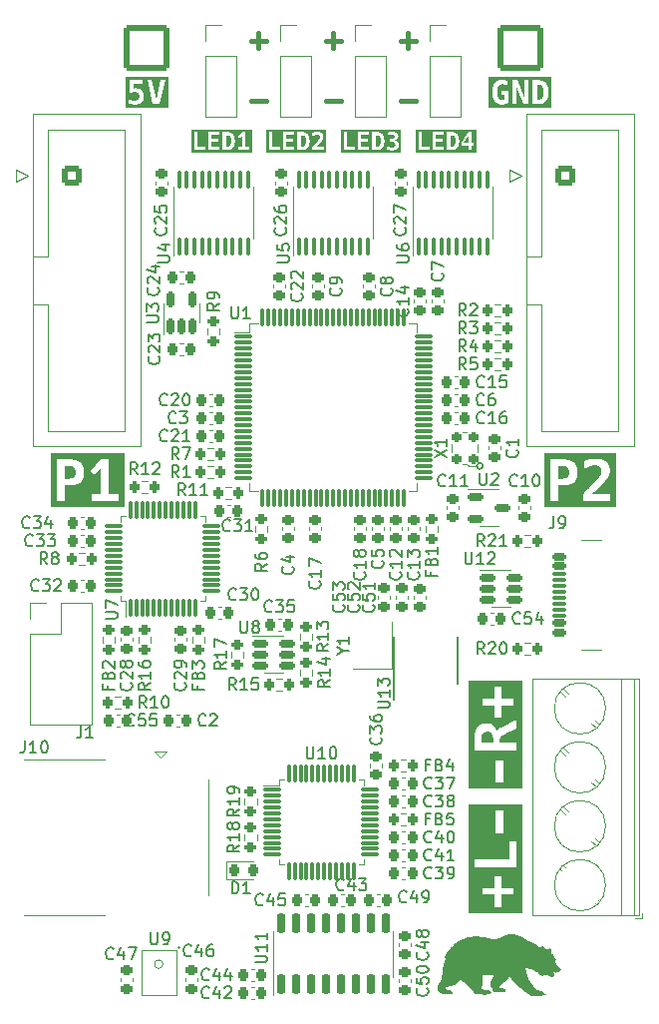
<source format=gbr>
%TF.GenerationSoftware,KiCad,Pcbnew,7.0.10*%
%TF.CreationDate,2024-01-24T17:50:34-06:00*%
%TF.ProjectId,HUB75-FPGA-Card,48554237-352d-4465-9047-412d43617264,rev?*%
%TF.SameCoordinates,Original*%
%TF.FileFunction,Legend,Top*%
%TF.FilePolarity,Positive*%
%FSLAX46Y46*%
G04 Gerber Fmt 4.6, Leading zero omitted, Abs format (unit mm)*
G04 Created by KiCad (PCBNEW 7.0.10) date 2024-01-24 17:50:34*
%MOMM*%
%LPD*%
G01*
G04 APERTURE LIST*
G04 Aperture macros list*
%AMRoundRect*
0 Rectangle with rounded corners*
0 $1 Rounding radius*
0 $2 $3 $4 $5 $6 $7 $8 $9 X,Y pos of 4 corners*
0 Add a 4 corners polygon primitive as box body*
4,1,4,$2,$3,$4,$5,$6,$7,$8,$9,$2,$3,0*
0 Add four circle primitives for the rounded corners*
1,1,$1+$1,$2,$3*
1,1,$1+$1,$4,$5*
1,1,$1+$1,$6,$7*
1,1,$1+$1,$8,$9*
0 Add four rect primitives between the rounded corners*
20,1,$1+$1,$2,$3,$4,$5,0*
20,1,$1+$1,$4,$5,$6,$7,0*
20,1,$1+$1,$6,$7,$8,$9,0*
20,1,$1+$1,$8,$9,$2,$3,0*%
G04 Aperture macros list end*
%ADD10C,0.400000*%
%ADD11C,0.200000*%
%ADD12C,0.300000*%
%ADD13C,0.150000*%
%ADD14C,0.120000*%
%ADD15C,3.200000*%
%ADD16RoundRect,0.225000X-0.250000X0.225000X-0.250000X-0.225000X0.250000X-0.225000X0.250000X0.225000X0*%
%ADD17RoundRect,0.200000X-0.200000X-0.275000X0.200000X-0.275000X0.200000X0.275000X-0.200000X0.275000X0*%
%ADD18RoundRect,0.200000X-0.275000X0.200000X-0.275000X-0.200000X0.275000X-0.200000X0.275000X0.200000X0*%
%ADD19RoundRect,0.225000X0.250000X-0.225000X0.250000X0.225000X-0.250000X0.225000X-0.250000X-0.225000X0*%
%ADD20RoundRect,0.200000X0.275000X-0.200000X0.275000X0.200000X-0.275000X0.200000X-0.275000X-0.200000X0*%
%ADD21RoundRect,0.150000X-0.512500X-0.150000X0.512500X-0.150000X0.512500X0.150000X-0.512500X0.150000X0*%
%ADD22RoundRect,0.225000X0.225000X0.250000X-0.225000X0.250000X-0.225000X-0.250000X0.225000X-0.250000X0*%
%ADD23C,0.800000*%
%ADD24RoundRect,0.250000X-0.600000X-0.600000X0.600000X-0.600000X0.600000X0.600000X-0.600000X0.600000X0*%
%ADD25C,1.700000*%
%ADD26R,1.700000X1.700000*%
%ADD27O,1.700000X1.700000*%
%ADD28RoundRect,0.225000X-0.225000X-0.250000X0.225000X-0.250000X0.225000X0.250000X-0.225000X0.250000X0*%
%ADD29RoundRect,0.200000X0.200000X0.275000X-0.200000X0.275000X-0.200000X-0.275000X0.200000X-0.275000X0*%
%ADD30RoundRect,0.100000X0.100000X-0.637500X0.100000X0.637500X-0.100000X0.637500X-0.100000X-0.637500X0*%
%ADD31R,1.200000X1.400000*%
%ADD32RoundRect,0.250002X-1.699998X-1.699998X1.699998X-1.699998X1.699998X1.699998X-1.699998X1.699998X0*%
%ADD33C,0.650000*%
%ADD34RoundRect,0.150000X0.425000X-0.150000X0.425000X0.150000X-0.425000X0.150000X-0.425000X-0.150000X0*%
%ADD35RoundRect,0.075000X0.500000X-0.075000X0.500000X0.075000X-0.500000X0.075000X-0.500000X-0.075000X0*%
%ADD36O,2.100000X1.000000*%
%ADD37O,1.800000X1.000000*%
%ADD38RoundRect,0.218750X-0.218750X-0.256250X0.218750X-0.256250X0.218750X0.256250X-0.218750X0.256250X0*%
%ADD39RoundRect,0.075000X-0.662500X-0.075000X0.662500X-0.075000X0.662500X0.075000X-0.662500X0.075000X0*%
%ADD40RoundRect,0.075000X-0.075000X-0.662500X0.075000X-0.662500X0.075000X0.662500X-0.075000X0.662500X0*%
%ADD41RoundRect,0.200000X0.200000X0.250000X-0.200000X0.250000X-0.200000X-0.250000X0.200000X-0.250000X0*%
%ADD42RoundRect,0.150000X0.150000X-0.725000X0.150000X0.725000X-0.150000X0.725000X-0.150000X-0.725000X0*%
%ADD43RoundRect,0.075000X0.075000X-0.662500X0.075000X0.662500X-0.075000X0.662500X-0.075000X-0.662500X0*%
%ADD44RoundRect,0.075000X0.662500X-0.075000X0.662500X0.075000X-0.662500X0.075000X-0.662500X-0.075000X0*%
%ADD45R,2.600000X2.600000*%
%ADD46C,2.600000*%
%ADD47R,1.500000X1.500000*%
%ADD48C,1.500000*%
%ADD49C,3.500000*%
%ADD50R,0.400000X1.200000*%
%ADD51RoundRect,0.150000X0.150000X-0.512500X0.150000X0.512500X-0.150000X0.512500X-0.150000X-0.512500X0*%
G04 APERTURE END LIST*
D10*
X113665000Y-50800000D02*
X114935000Y-50800000D01*
X107315000Y-55880000D02*
X108585000Y-55880000D01*
X107950000Y-50165000D02*
X107950000Y-51435000D01*
X107315000Y-50800000D02*
X108585000Y-50800000D01*
X113665000Y-55880000D02*
X114935000Y-55880000D01*
X120015000Y-55880000D02*
X121285000Y-55880000D01*
X114300000Y-50165000D02*
X114300000Y-51435000D01*
D11*
X127000000Y-86868000D02*
G75*
G03*
X126492000Y-86868000I-254000J0D01*
G01*
X126492000Y-86868000D02*
G75*
G03*
X127000000Y-86868000I254000J0D01*
G01*
D10*
X120015000Y-50800000D02*
X121285000Y-50800000D01*
X120650000Y-50165000D02*
X120650000Y-51435000D01*
D12*
G36*
X133721674Y-86871562D02*
G01*
X133763729Y-86872503D01*
X133804134Y-86874387D01*
X133842889Y-86877212D01*
X133879995Y-86880978D01*
X133915451Y-86885687D01*
X133965542Y-86894515D01*
X134011922Y-86905462D01*
X134054590Y-86918528D01*
X134093547Y-86933712D01*
X134128792Y-86951015D01*
X134160326Y-86970437D01*
X134188147Y-86991978D01*
X134196668Y-86999631D01*
X134220605Y-87024663D01*
X134242108Y-87052805D01*
X134261177Y-87084058D01*
X134277812Y-87118421D01*
X134292012Y-87155895D01*
X134303778Y-87196480D01*
X134313109Y-87240175D01*
X134320006Y-87286980D01*
X134324469Y-87336896D01*
X134326092Y-87371902D01*
X134326633Y-87408290D01*
X134326498Y-87426657D01*
X134325416Y-87462361D01*
X134323252Y-87496688D01*
X134317978Y-87545600D01*
X134310269Y-87591416D01*
X134300126Y-87634137D01*
X134287549Y-87673762D01*
X134272537Y-87710292D01*
X134255091Y-87743727D01*
X134235211Y-87774065D01*
X134212896Y-87801309D01*
X134188147Y-87825457D01*
X134170012Y-87839949D01*
X134139716Y-87859934D01*
X134105708Y-87877816D01*
X134067988Y-87893594D01*
X134026557Y-87907268D01*
X133981415Y-87918839D01*
X133932561Y-87928306D01*
X133897929Y-87933448D01*
X133861648Y-87937656D01*
X133823718Y-87940928D01*
X133784137Y-87943266D01*
X133742908Y-87944668D01*
X133700028Y-87945136D01*
X133410234Y-87945136D01*
X133410234Y-86871444D01*
X133700028Y-86871444D01*
X133721674Y-86871562D01*
G37*
G36*
X138298179Y-90360000D02*
G01*
X132204983Y-90360000D01*
X132204983Y-86303824D01*
X132704983Y-86303824D01*
X132704983Y-86871444D01*
X132704983Y-89860000D01*
X133410234Y-89860000D01*
X135530262Y-89860000D01*
X137798179Y-89860000D01*
X137798179Y-89258185D01*
X136221835Y-89258185D01*
X136233383Y-89246352D01*
X136260387Y-89220201D01*
X136287473Y-89196096D01*
X136314640Y-89174036D01*
X136345789Y-89151329D01*
X136357820Y-89142816D01*
X136388464Y-89120324D01*
X136417596Y-89098114D01*
X136449373Y-89073200D01*
X136477873Y-89050372D01*
X136508210Y-89025666D01*
X136521106Y-89014937D01*
X136548622Y-88991295D01*
X136578435Y-88964741D01*
X136610545Y-88935276D01*
X136636136Y-88911265D01*
X136663018Y-88885617D01*
X136691193Y-88858332D01*
X136720660Y-88829408D01*
X136751420Y-88798846D01*
X136783472Y-88766646D01*
X136801615Y-88748549D01*
X136837125Y-88713086D01*
X136871599Y-88678599D01*
X136905038Y-88645086D01*
X136937443Y-88612548D01*
X136968812Y-88580985D01*
X136999145Y-88550398D01*
X137028444Y-88520785D01*
X137056708Y-88492148D01*
X137083936Y-88464485D01*
X137110129Y-88437798D01*
X137135287Y-88412086D01*
X137171083Y-88375346D01*
X137204550Y-88340799D01*
X137235688Y-88308447D01*
X137245657Y-88298036D01*
X137274663Y-88267534D01*
X137302317Y-88238130D01*
X137328619Y-88209822D01*
X137353568Y-88182611D01*
X137377165Y-88156497D01*
X137406524Y-88123385D01*
X137433478Y-88092223D01*
X137458029Y-88063011D01*
X137480175Y-88035750D01*
X137499051Y-88011213D01*
X137526428Y-87974157D01*
X137552677Y-87936801D01*
X137577799Y-87899144D01*
X137601794Y-87861187D01*
X137624662Y-87822929D01*
X137646403Y-87784370D01*
X137667017Y-87745511D01*
X137686504Y-87706352D01*
X137704864Y-87666892D01*
X137722097Y-87627131D01*
X137730793Y-87603489D01*
X137742784Y-87567926D01*
X137753513Y-87532243D01*
X137762980Y-87496440D01*
X137771184Y-87460516D01*
X137778127Y-87424472D01*
X137783807Y-87388308D01*
X137788224Y-87352023D01*
X137791380Y-87315619D01*
X137793273Y-87279094D01*
X137793905Y-87242449D01*
X137793571Y-87211731D01*
X137791818Y-87166669D01*
X137788562Y-87122823D01*
X137783803Y-87080195D01*
X137777542Y-87038784D01*
X137769778Y-86998590D01*
X137760512Y-86959614D01*
X137749743Y-86921854D01*
X137737471Y-86885312D01*
X137723697Y-86849987D01*
X137708420Y-86815879D01*
X137697574Y-86793653D01*
X137680303Y-86761115D01*
X137661830Y-86729539D01*
X137642155Y-86698925D01*
X137621278Y-86669272D01*
X137599199Y-86640581D01*
X137575918Y-86612852D01*
X137551434Y-86586084D01*
X137525749Y-86560279D01*
X137498861Y-86535435D01*
X137470771Y-86511552D01*
X137449287Y-86494846D01*
X137416233Y-86470851D01*
X137382187Y-86448133D01*
X137347150Y-86426692D01*
X137311121Y-86406529D01*
X137274101Y-86387643D01*
X137236088Y-86370034D01*
X137197084Y-86353703D01*
X137157088Y-86338649D01*
X137116100Y-86324872D01*
X137074121Y-86312372D01*
X137045774Y-86304712D01*
X137002740Y-86294148D01*
X136959090Y-86284696D01*
X136914824Y-86276357D01*
X136869942Y-86269129D01*
X136824444Y-86263013D01*
X136778329Y-86258009D01*
X136731599Y-86254117D01*
X136684253Y-86251337D01*
X136636290Y-86249669D01*
X136587711Y-86249113D01*
X136558593Y-86249307D01*
X136514715Y-86250324D01*
X136470597Y-86252212D01*
X136426238Y-86254972D01*
X136381639Y-86258603D01*
X136336799Y-86263106D01*
X136291719Y-86268481D01*
X136246399Y-86274727D01*
X136200838Y-86281845D01*
X136155037Y-86289834D01*
X136108995Y-86298695D01*
X136102715Y-86299994D01*
X136063806Y-86308489D01*
X136029775Y-86316486D01*
X135994283Y-86325318D01*
X135957330Y-86334986D01*
X135918916Y-86345488D01*
X135879041Y-86356824D01*
X135846543Y-86366294D01*
X135813591Y-86376326D01*
X135780185Y-86386918D01*
X135746325Y-86398071D01*
X135712011Y-86409785D01*
X135677243Y-86422060D01*
X135642020Y-86434896D01*
X135606344Y-86448293D01*
X135606344Y-87133028D01*
X135638721Y-87113487D01*
X135670885Y-87094613D01*
X135702835Y-87076408D01*
X135734571Y-87058870D01*
X135766094Y-87042000D01*
X135797402Y-87025798D01*
X135828498Y-87010264D01*
X135859379Y-86995397D01*
X135874743Y-86988198D01*
X135912948Y-86970784D01*
X135950861Y-86954204D01*
X135988482Y-86938460D01*
X136025811Y-86923550D01*
X136062848Y-86909475D01*
X136099592Y-86896235D01*
X136127592Y-86886608D01*
X136169203Y-86873332D01*
X136210348Y-86861453D01*
X136251028Y-86850972D01*
X136291242Y-86841888D01*
X136330990Y-86834202D01*
X136370272Y-86827913D01*
X136409089Y-86823022D01*
X136447439Y-86819529D01*
X136485324Y-86817432D01*
X136522743Y-86816734D01*
X136555197Y-86817241D01*
X136602163Y-86819906D01*
X136647070Y-86824855D01*
X136689918Y-86832088D01*
X136730708Y-86841604D01*
X136769440Y-86853405D01*
X136806112Y-86867490D01*
X136840726Y-86883859D01*
X136873281Y-86902512D01*
X136903778Y-86923450D01*
X136932216Y-86946671D01*
X136949917Y-86963290D01*
X136974328Y-86989635D01*
X136996169Y-87017677D01*
X137015441Y-87047417D01*
X137032143Y-87078855D01*
X137046276Y-87111992D01*
X137057839Y-87146826D01*
X137066832Y-87183358D01*
X137073256Y-87221589D01*
X137077110Y-87261517D01*
X137078395Y-87303143D01*
X137077153Y-87343294D01*
X137073426Y-87383392D01*
X137067215Y-87423437D01*
X137058520Y-87463428D01*
X137047340Y-87503365D01*
X137033676Y-87543249D01*
X137017527Y-87583080D01*
X136998894Y-87622857D01*
X136993775Y-87633743D01*
X136977256Y-87666241D01*
X136958993Y-87698498D01*
X136938988Y-87730515D01*
X136917239Y-87762291D01*
X136893748Y-87793827D01*
X136885637Y-87804369D01*
X136864512Y-87831338D01*
X136842176Y-87859183D01*
X136818630Y-87887905D01*
X136793874Y-87917503D01*
X136767907Y-87947978D01*
X136740729Y-87979330D01*
X136731376Y-87989438D01*
X136707496Y-88015262D01*
X136682907Y-88041881D01*
X136657608Y-88069292D01*
X136631599Y-88097496D01*
X136604881Y-88126493D01*
X136577453Y-88156284D01*
X136571884Y-88162386D01*
X136548289Y-88188098D01*
X136522583Y-88215894D01*
X136494767Y-88245774D01*
X136464841Y-88277737D01*
X136441011Y-88303077D01*
X136415994Y-88329589D01*
X136389790Y-88357273D01*
X136362399Y-88386130D01*
X136333821Y-88416158D01*
X136323990Y-88426480D01*
X136293215Y-88458860D01*
X136260517Y-88493359D01*
X136225896Y-88529977D01*
X136201747Y-88555565D01*
X136176742Y-88582096D01*
X136150883Y-88609568D01*
X136124169Y-88637981D01*
X136096600Y-88667337D01*
X136068176Y-88697634D01*
X136038898Y-88728873D01*
X136008764Y-88761053D01*
X135977776Y-88794175D01*
X135945933Y-88828239D01*
X135913235Y-88863244D01*
X135590101Y-89203475D01*
X135579407Y-89215944D01*
X135558545Y-89246034D01*
X135543410Y-89277514D01*
X135533125Y-89315194D01*
X135530262Y-89349654D01*
X135530262Y-89860000D01*
X133410234Y-89860000D01*
X133410234Y-88512756D01*
X133673528Y-88512756D01*
X133719184Y-88512502D01*
X133764042Y-88511741D01*
X133808101Y-88510472D01*
X133851363Y-88508695D01*
X133893827Y-88506411D01*
X133935493Y-88503620D01*
X133976360Y-88500321D01*
X134016429Y-88496514D01*
X134055701Y-88492199D01*
X134094174Y-88487378D01*
X134131849Y-88482048D01*
X134168726Y-88476211D01*
X134204805Y-88469867D01*
X134240086Y-88463014D01*
X134274569Y-88455655D01*
X134308254Y-88447787D01*
X134373229Y-88430530D01*
X134435012Y-88411243D01*
X134493603Y-88389925D01*
X134549001Y-88366577D01*
X134601207Y-88341198D01*
X134650221Y-88313790D01*
X134696042Y-88284351D01*
X134738671Y-88252882D01*
X134777697Y-88219329D01*
X134814205Y-88183211D01*
X134848195Y-88144529D01*
X134879668Y-88103283D01*
X134908622Y-88059472D01*
X134935059Y-88013096D01*
X134958978Y-87964156D01*
X134980380Y-87912651D01*
X134999263Y-87858582D01*
X135015629Y-87801948D01*
X135029477Y-87742750D01*
X135040807Y-87680987D01*
X135049619Y-87616659D01*
X135055914Y-87549767D01*
X135058117Y-87515360D01*
X135059690Y-87480311D01*
X135060635Y-87444621D01*
X135060949Y-87408290D01*
X135060635Y-87371959D01*
X135059690Y-87336269D01*
X135058117Y-87301220D01*
X135055914Y-87266812D01*
X135049619Y-87199920D01*
X135040807Y-87135593D01*
X135029477Y-87073830D01*
X135015629Y-87014631D01*
X134999263Y-86957998D01*
X134980380Y-86903928D01*
X134958978Y-86852424D01*
X134935059Y-86803483D01*
X134908622Y-86757108D01*
X134879668Y-86713297D01*
X134848195Y-86672050D01*
X134814205Y-86633368D01*
X134777697Y-86597251D01*
X134738671Y-86563698D01*
X134696042Y-86532229D01*
X134650221Y-86502790D01*
X134601207Y-86475381D01*
X134549001Y-86450003D01*
X134493603Y-86426655D01*
X134435012Y-86405337D01*
X134373229Y-86386050D01*
X134308254Y-86368792D01*
X134274569Y-86360925D01*
X134240086Y-86353565D01*
X134204805Y-86346713D01*
X134168726Y-86340368D01*
X134131849Y-86334531D01*
X134094174Y-86329202D01*
X134055701Y-86324380D01*
X134016429Y-86320066D01*
X133976360Y-86316259D01*
X133935493Y-86312960D01*
X133893827Y-86310168D01*
X133851363Y-86307884D01*
X133808101Y-86306108D01*
X133764042Y-86304839D01*
X133719184Y-86304077D01*
X133673528Y-86303824D01*
X132704983Y-86303824D01*
X132204983Y-86303824D01*
X132204983Y-85749113D01*
X138298179Y-85749113D01*
X138298179Y-90360000D01*
G37*
G36*
X127383956Y-109431881D02*
G01*
X127419392Y-109432663D01*
X127461208Y-109435105D01*
X127500269Y-109439174D01*
X127536575Y-109444872D01*
X127576506Y-109453858D01*
X127612470Y-109465188D01*
X127634549Y-109473897D01*
X127670423Y-109490937D01*
X127702780Y-109510268D01*
X127731619Y-109531890D01*
X127756939Y-109555802D01*
X127784589Y-109589983D01*
X127802906Y-109618967D01*
X127819150Y-109650821D01*
X127833320Y-109685545D01*
X127845416Y-109723139D01*
X127855439Y-109763603D01*
X127863388Y-109806938D01*
X127869264Y-109853142D01*
X127873066Y-109902217D01*
X127874448Y-109936527D01*
X127874909Y-109972114D01*
X127874909Y-110304651D01*
X126876444Y-110304651D01*
X126876444Y-109972114D01*
X126876557Y-109954161D01*
X126877458Y-109919213D01*
X126880501Y-109869181D01*
X126885573Y-109822020D01*
X126892673Y-109777729D01*
X126901802Y-109736308D01*
X126912959Y-109697757D01*
X126926145Y-109662076D01*
X126941359Y-109629266D01*
X126964801Y-109589983D01*
X126991849Y-109555802D01*
X127014389Y-109533650D01*
X127048743Y-109507504D01*
X127088013Y-109485231D01*
X127120691Y-109471068D01*
X127156134Y-109459085D01*
X127194341Y-109449280D01*
X127235314Y-109441654D01*
X127279052Y-109436206D01*
X127325554Y-109432938D01*
X127374822Y-109431849D01*
X127383956Y-109431881D01*
G37*
G36*
X130365000Y-114247131D02*
G01*
X125808824Y-114247131D01*
X125808824Y-111855348D01*
X128059556Y-111855348D01*
X128059556Y-113747131D01*
X128770792Y-113747131D01*
X128770792Y-111855348D01*
X128059556Y-111855348D01*
X125808824Y-111855348D01*
X125808824Y-111010757D01*
X126308824Y-111010757D01*
X129865000Y-111010757D01*
X129865000Y-110304651D01*
X128442529Y-110304651D01*
X128442529Y-110079825D01*
X128444092Y-110046726D01*
X128450441Y-110006630D01*
X128461673Y-109967953D01*
X128477789Y-109930695D01*
X128498789Y-109894857D01*
X128519105Y-109867208D01*
X128542547Y-109840467D01*
X128555470Y-109827340D01*
X128583840Y-109801187D01*
X128615576Y-109775168D01*
X128650678Y-109749282D01*
X128679214Y-109729955D01*
X128709643Y-109710703D01*
X128741965Y-109691527D01*
X128776181Y-109672426D01*
X128812290Y-109653399D01*
X128850293Y-109634448D01*
X128956294Y-109584867D01*
X129865000Y-109154023D01*
X129865000Y-108378674D01*
X128581870Y-109024940D01*
X128552858Y-109039700D01*
X128518547Y-109057586D01*
X128486407Y-109074845D01*
X128450704Y-109094731D01*
X128418126Y-109113714D01*
X128388674Y-109131796D01*
X128366392Y-109145972D01*
X128334736Y-109167610D01*
X128304998Y-109190420D01*
X128279253Y-109213862D01*
X128266187Y-109227679D01*
X128242445Y-109257432D01*
X128221889Y-109290010D01*
X128204518Y-109325412D01*
X128190333Y-109363640D01*
X128180945Y-109397655D01*
X128174320Y-109353630D01*
X128166413Y-109311315D01*
X128157223Y-109270710D01*
X128146751Y-109231814D01*
X128134997Y-109194628D01*
X128121960Y-109159152D01*
X128107642Y-109125385D01*
X128092041Y-109093328D01*
X128074984Y-109062527D01*
X128056725Y-109032954D01*
X128037263Y-109004611D01*
X128011246Y-108970909D01*
X127983351Y-108939128D01*
X127953578Y-108909267D01*
X127921926Y-108881325D01*
X127894063Y-108859206D01*
X127865185Y-108838583D01*
X127835292Y-108819456D01*
X127804384Y-108801824D01*
X127772460Y-108785689D01*
X127739522Y-108771050D01*
X127705568Y-108757906D01*
X127670600Y-108746259D01*
X127643329Y-108738315D01*
X127605401Y-108728938D01*
X127565684Y-108720951D01*
X127524177Y-108714352D01*
X127480881Y-108709143D01*
X127435794Y-108705323D01*
X127400804Y-108703370D01*
X127364808Y-108702198D01*
X127327805Y-108701807D01*
X127295664Y-108702097D01*
X127248343Y-108703623D01*
X127202088Y-108706455D01*
X127156901Y-108710595D01*
X127112780Y-108716042D01*
X127069726Y-108722797D01*
X127027739Y-108730858D01*
X126986819Y-108740228D01*
X126946966Y-108750904D01*
X126908179Y-108762888D01*
X126870460Y-108776179D01*
X126845970Y-108785672D01*
X126810362Y-108801052D01*
X126776106Y-108817799D01*
X126743203Y-108835914D01*
X126711652Y-108855396D01*
X126681453Y-108876246D01*
X126652607Y-108898462D01*
X126625113Y-108922047D01*
X126598972Y-108946999D01*
X126574183Y-108973318D01*
X126550746Y-109001004D01*
X126521451Y-109040134D01*
X126494046Y-109082295D01*
X126468530Y-109127489D01*
X126444905Y-109175714D01*
X126423170Y-109226972D01*
X126403325Y-109281262D01*
X126385369Y-109338583D01*
X126369304Y-109398937D01*
X126355129Y-109462323D01*
X126342844Y-109528741D01*
X126337410Y-109563087D01*
X126332449Y-109598191D01*
X126327960Y-109634052D01*
X126323944Y-109670672D01*
X126320400Y-109708050D01*
X126317329Y-109746186D01*
X126314730Y-109785080D01*
X126312604Y-109824732D01*
X126310950Y-109865142D01*
X126309769Y-109906311D01*
X126309060Y-109948237D01*
X126308824Y-109990921D01*
X126308824Y-110304651D01*
X126308824Y-111010757D01*
X125808824Y-111010757D01*
X125808824Y-107189577D01*
X127020059Y-107189577D01*
X128039040Y-107189577D01*
X128039040Y-108223091D01*
X128606660Y-108223091D01*
X128606660Y-107189577D01*
X129646158Y-107189577D01*
X129646158Y-106622812D01*
X128606660Y-106622812D01*
X128606660Y-105593572D01*
X128039040Y-105593572D01*
X128039040Y-106622812D01*
X127020059Y-106622812D01*
X127020059Y-107189577D01*
X125808824Y-107189577D01*
X125808824Y-105093572D01*
X130365000Y-105093572D01*
X130365000Y-114247131D01*
G37*
G36*
X130365000Y-124778136D02*
G01*
X125808824Y-124778136D01*
X125808824Y-123244623D01*
X127020059Y-123244623D01*
X128039040Y-123244623D01*
X128039040Y-124278136D01*
X128606660Y-124278136D01*
X128606660Y-123244623D01*
X129646158Y-123244623D01*
X129646158Y-122677857D01*
X128606660Y-122677857D01*
X128606660Y-121648618D01*
X128039040Y-121648618D01*
X128039040Y-122677857D01*
X127020059Y-122677857D01*
X127020059Y-123244623D01*
X125808824Y-123244623D01*
X125808824Y-120950205D01*
X126308824Y-120950205D01*
X129865000Y-120950205D01*
X129865000Y-118735289D01*
X129263185Y-118735289D01*
X129263185Y-120244954D01*
X126308824Y-120244954D01*
X126308824Y-120950205D01*
X125808824Y-120950205D01*
X125808824Y-116120303D01*
X128059556Y-116120303D01*
X128059556Y-118012086D01*
X128770792Y-118012086D01*
X128770792Y-116120303D01*
X128059556Y-116120303D01*
X125808824Y-116120303D01*
X125808824Y-115620303D01*
X130365000Y-115620303D01*
X130365000Y-124778136D01*
G37*
G36*
X124372030Y-58827718D02*
G01*
X124393242Y-58828998D01*
X124413635Y-58831130D01*
X124433210Y-58834115D01*
X124451966Y-58837954D01*
X124469904Y-58842645D01*
X124487023Y-58848189D01*
X124503323Y-58854586D01*
X124518805Y-58861836D01*
X124533468Y-58869939D01*
X124547312Y-58878895D01*
X124560338Y-58888704D01*
X124572546Y-58899365D01*
X124583935Y-58910880D01*
X124594505Y-58923248D01*
X124604256Y-58936468D01*
X124613440Y-58950794D01*
X124622031Y-58966293D01*
X124630029Y-58982965D01*
X124637435Y-59000811D01*
X124644249Y-59019831D01*
X124650470Y-59040024D01*
X124656098Y-59061390D01*
X124661134Y-59083930D01*
X124665578Y-59107644D01*
X124669429Y-59132531D01*
X124672688Y-59158591D01*
X124675354Y-59185825D01*
X124677428Y-59214233D01*
X124678242Y-59228877D01*
X124678909Y-59243814D01*
X124679427Y-59259044D01*
X124679797Y-59274568D01*
X124680020Y-59290386D01*
X124680094Y-59306496D01*
X124680020Y-59322720D01*
X124679797Y-59338648D01*
X124679427Y-59354279D01*
X124678909Y-59369614D01*
X124678242Y-59384653D01*
X124677428Y-59399395D01*
X124675354Y-59427992D01*
X124672688Y-59455403D01*
X124669429Y-59481630D01*
X124665578Y-59506672D01*
X124661134Y-59530528D01*
X124656098Y-59553200D01*
X124650470Y-59574686D01*
X124644249Y-59594988D01*
X124637435Y-59614105D01*
X124630029Y-59632037D01*
X124622031Y-59648784D01*
X124613440Y-59664346D01*
X124604256Y-59678722D01*
X124594376Y-59692032D01*
X124583694Y-59704482D01*
X124572211Y-59716074D01*
X124559926Y-59726808D01*
X124546840Y-59736682D01*
X124532953Y-59745698D01*
X124518264Y-59753856D01*
X124502773Y-59761154D01*
X124486482Y-59767594D01*
X124469388Y-59773176D01*
X124451494Y-59777898D01*
X124432798Y-59781762D01*
X124413300Y-59784768D01*
X124393002Y-59786914D01*
X124371901Y-59788202D01*
X124350000Y-59788632D01*
X124267934Y-59788632D01*
X124267934Y-58827292D01*
X124350000Y-58827292D01*
X124372030Y-58827718D01*
G37*
G36*
X125799703Y-59483817D02*
G01*
X125413189Y-59483817D01*
X125799703Y-58890307D01*
X125799703Y-59483817D01*
G37*
G36*
X126472311Y-60284286D02*
G01*
X121315075Y-60284286D01*
X121315075Y-58545924D01*
X121529361Y-58545924D01*
X121529361Y-60070000D01*
X122478611Y-60070000D01*
X122478611Y-59812079D01*
X121831612Y-59812079D01*
X121831612Y-58545924D01*
X122733967Y-58545924D01*
X122733967Y-60070000D01*
X123687613Y-60070000D01*
X123687613Y-59812079D01*
X123036584Y-59812079D01*
X123036584Y-59390027D01*
X123626064Y-59390027D01*
X123626064Y-59132107D01*
X123036584Y-59132107D01*
X123036584Y-58803845D01*
X123687613Y-58803845D01*
X123687613Y-58545924D01*
X123965317Y-58545924D01*
X123965317Y-58827292D01*
X123965317Y-60070000D01*
X124289549Y-60070000D01*
X124312792Y-60069824D01*
X124335624Y-60069298D01*
X124358046Y-60068422D01*
X124380059Y-60067195D01*
X124401661Y-60065617D01*
X124422853Y-60063688D01*
X124443635Y-60061409D01*
X124464007Y-60058780D01*
X124483970Y-60055799D01*
X124503522Y-60052468D01*
X124522664Y-60048787D01*
X124541396Y-60044755D01*
X124559718Y-60040372D01*
X124577631Y-60035639D01*
X124595133Y-60030555D01*
X124612225Y-60025120D01*
X124628907Y-60019335D01*
X124645179Y-60013199D01*
X124661041Y-60006712D01*
X124676493Y-59999875D01*
X124691535Y-59992687D01*
X124706167Y-59985149D01*
X124720389Y-59977260D01*
X124734201Y-59969020D01*
X124747603Y-59960430D01*
X124760595Y-59951489D01*
X124773177Y-59942198D01*
X124785349Y-59932556D01*
X124797111Y-59922563D01*
X124808463Y-59912220D01*
X124819405Y-59901526D01*
X124829937Y-59890481D01*
X124840080Y-59879020D01*
X124849901Y-59867124D01*
X124859400Y-59854792D01*
X124868577Y-59842024D01*
X124877432Y-59828820D01*
X124885965Y-59815180D01*
X124894176Y-59801105D01*
X124902065Y-59786594D01*
X124909632Y-59771647D01*
X124916877Y-59756264D01*
X124923235Y-59741737D01*
X125192637Y-59741737D01*
X125799703Y-59741737D01*
X125799703Y-60070000D01*
X126089863Y-60070000D01*
X126089863Y-59741737D01*
X126258025Y-59741737D01*
X126258025Y-59483817D01*
X126089863Y-59483817D01*
X126089863Y-58545924D01*
X125773325Y-58545924D01*
X125192637Y-59450478D01*
X125192637Y-59483817D01*
X125192637Y-59741737D01*
X124923235Y-59741737D01*
X124923800Y-59740446D01*
X124930401Y-59724192D01*
X124936680Y-59707502D01*
X124942637Y-59690376D01*
X124948272Y-59672814D01*
X124953585Y-59654817D01*
X124958576Y-59636384D01*
X124963245Y-59617515D01*
X124967592Y-59598211D01*
X124971617Y-59578470D01*
X124975320Y-59558294D01*
X124978701Y-59537682D01*
X124981760Y-59516635D01*
X124984497Y-59495151D01*
X124986912Y-59473232D01*
X124989005Y-59450877D01*
X124990776Y-59428086D01*
X124992225Y-59404859D01*
X124993352Y-59381197D01*
X124994157Y-59357099D01*
X124994640Y-59332565D01*
X124994801Y-59307595D01*
X124994636Y-59281921D01*
X124994142Y-59256740D01*
X124993319Y-59232050D01*
X124992167Y-59207853D01*
X124990686Y-59184148D01*
X124988876Y-59160935D01*
X124986736Y-59138215D01*
X124984268Y-59115987D01*
X124981470Y-59094251D01*
X124978343Y-59073008D01*
X124974887Y-59052257D01*
X124971101Y-59031998D01*
X124966987Y-59012231D01*
X124962543Y-58992957D01*
X124957771Y-58974175D01*
X124952669Y-58955886D01*
X124947295Y-58938020D01*
X124941615Y-58920600D01*
X124935629Y-58903627D01*
X124929336Y-58887101D01*
X124922737Y-58871021D01*
X124915832Y-58855387D01*
X124908621Y-58840201D01*
X124901103Y-58825460D01*
X124893279Y-58811166D01*
X124885149Y-58797319D01*
X124876713Y-58783918D01*
X124867970Y-58770963D01*
X124858921Y-58758455D01*
X124849566Y-58746394D01*
X124839904Y-58734779D01*
X124829937Y-58723611D01*
X124819471Y-58712679D01*
X124808592Y-58702094D01*
X124797298Y-58691856D01*
X124785589Y-58681965D01*
X124773467Y-58672422D01*
X124760930Y-58663225D01*
X124747979Y-58654375D01*
X124734613Y-58645873D01*
X124720833Y-58637717D01*
X124706639Y-58629909D01*
X124692031Y-58622447D01*
X124677008Y-58615333D01*
X124661571Y-58608566D01*
X124645720Y-58602145D01*
X124629454Y-58596072D01*
X124612774Y-58590346D01*
X124595680Y-58584967D01*
X124578171Y-58579934D01*
X124560249Y-58575249D01*
X124541911Y-58570911D01*
X124523160Y-58566920D01*
X124503994Y-58563276D01*
X124484414Y-58559979D01*
X124464420Y-58557030D01*
X124444011Y-58554427D01*
X124423188Y-58552171D01*
X124401951Y-58550262D01*
X124380299Y-58548700D01*
X124358233Y-58547486D01*
X124335753Y-58546618D01*
X124312858Y-58546098D01*
X124289549Y-58545924D01*
X123965317Y-58545924D01*
X123687613Y-58545924D01*
X122733967Y-58545924D01*
X121831612Y-58545924D01*
X121529361Y-58545924D01*
X121315075Y-58545924D01*
X121315075Y-58331638D01*
X126472311Y-58331638D01*
X126472311Y-60284286D01*
G37*
G36*
X111672030Y-58827718D02*
G01*
X111693242Y-58828998D01*
X111713635Y-58831130D01*
X111733210Y-58834115D01*
X111751966Y-58837954D01*
X111769904Y-58842645D01*
X111787023Y-58848189D01*
X111803323Y-58854586D01*
X111818805Y-58861836D01*
X111833468Y-58869939D01*
X111847312Y-58878895D01*
X111860338Y-58888704D01*
X111872546Y-58899365D01*
X111883935Y-58910880D01*
X111894505Y-58923248D01*
X111904256Y-58936468D01*
X111913440Y-58950794D01*
X111922031Y-58966293D01*
X111930029Y-58982965D01*
X111937435Y-59000811D01*
X111944249Y-59019831D01*
X111950470Y-59040024D01*
X111956098Y-59061390D01*
X111961134Y-59083930D01*
X111965578Y-59107644D01*
X111969429Y-59132531D01*
X111972688Y-59158591D01*
X111975354Y-59185825D01*
X111977428Y-59214233D01*
X111978242Y-59228877D01*
X111978909Y-59243814D01*
X111979427Y-59259044D01*
X111979797Y-59274568D01*
X111980020Y-59290386D01*
X111980094Y-59306496D01*
X111980020Y-59322720D01*
X111979797Y-59338648D01*
X111979427Y-59354279D01*
X111978909Y-59369614D01*
X111978242Y-59384653D01*
X111977428Y-59399395D01*
X111975354Y-59427992D01*
X111972688Y-59455403D01*
X111969429Y-59481630D01*
X111965578Y-59506672D01*
X111961134Y-59530528D01*
X111956098Y-59553200D01*
X111950470Y-59574686D01*
X111944249Y-59594988D01*
X111937435Y-59614105D01*
X111930029Y-59632037D01*
X111922031Y-59648784D01*
X111913440Y-59664346D01*
X111904256Y-59678722D01*
X111894376Y-59692032D01*
X111883694Y-59704482D01*
X111872211Y-59716074D01*
X111859926Y-59726808D01*
X111846840Y-59736682D01*
X111832953Y-59745698D01*
X111818264Y-59753856D01*
X111802773Y-59761154D01*
X111786482Y-59767594D01*
X111769388Y-59773176D01*
X111751494Y-59777898D01*
X111732798Y-59781762D01*
X111713300Y-59784768D01*
X111693002Y-59786914D01*
X111671901Y-59788202D01*
X111650000Y-59788632D01*
X111567934Y-59788632D01*
X111567934Y-58827292D01*
X111650000Y-58827292D01*
X111672030Y-58827718D01*
G37*
G36*
X113692443Y-60284286D02*
G01*
X108615075Y-60284286D01*
X108615075Y-58545924D01*
X108829361Y-58545924D01*
X108829361Y-60070000D01*
X109778611Y-60070000D01*
X109778611Y-59812079D01*
X109131612Y-59812079D01*
X109131612Y-58545924D01*
X110033967Y-58545924D01*
X110033967Y-60070000D01*
X110987613Y-60070000D01*
X110987613Y-59812079D01*
X110336584Y-59812079D01*
X110336584Y-59390027D01*
X110926064Y-59390027D01*
X110926064Y-59132107D01*
X110336584Y-59132107D01*
X110336584Y-58803845D01*
X110987613Y-58803845D01*
X110987613Y-58545924D01*
X111265317Y-58545924D01*
X111265317Y-58827292D01*
X111265317Y-60070000D01*
X111589549Y-60070000D01*
X112506193Y-60070000D01*
X113478157Y-60070000D01*
X113478157Y-59812079D01*
X112802582Y-59812079D01*
X112807531Y-59807008D01*
X112819104Y-59795800D01*
X112830712Y-59785469D01*
X112842355Y-59776015D01*
X112855704Y-59766284D01*
X112860861Y-59762635D01*
X112873994Y-59752996D01*
X112886479Y-59743477D01*
X112900097Y-59732800D01*
X112912312Y-59723016D01*
X112925314Y-59712428D01*
X112930840Y-59707830D01*
X112942633Y-59697698D01*
X112955410Y-59686317D01*
X112969171Y-59673689D01*
X112980139Y-59663399D01*
X112991660Y-59652407D01*
X113003735Y-59640713D01*
X113016364Y-59628317D01*
X113029546Y-59615219D01*
X113043283Y-59601420D01*
X113051058Y-59593664D01*
X113066277Y-59578465D01*
X113081052Y-59563685D01*
X113095383Y-59549322D01*
X113109270Y-59535377D01*
X113122714Y-59521851D01*
X113135714Y-59508742D01*
X113148271Y-59496051D01*
X113160384Y-59483777D01*
X113172053Y-59471922D01*
X113183279Y-59460485D01*
X113194061Y-59449465D01*
X113209402Y-59433719D01*
X113223745Y-59418914D01*
X113237090Y-59405048D01*
X113241362Y-59400587D01*
X113253793Y-59387514D01*
X113265645Y-59374912D01*
X113276917Y-59362781D01*
X113287610Y-59351119D01*
X113297723Y-59339927D01*
X113310305Y-59325736D01*
X113321857Y-59312381D01*
X113332379Y-59299862D01*
X113341870Y-59288178D01*
X113349960Y-59277662D01*
X113361692Y-59261781D01*
X113372942Y-59245771D01*
X113383709Y-59229633D01*
X113393992Y-59213365D01*
X113403793Y-59196969D01*
X113413110Y-59180444D01*
X113421945Y-59163790D01*
X113430297Y-59147008D01*
X113438165Y-59130096D01*
X113445551Y-59113056D01*
X113449277Y-59102924D01*
X113454417Y-59087682D01*
X113459015Y-59072390D01*
X113463072Y-59057045D01*
X113466588Y-59041649D01*
X113469563Y-59026202D01*
X113471998Y-59010703D01*
X113473891Y-58995153D01*
X113475243Y-58979551D01*
X113476055Y-58963897D01*
X113476325Y-58948192D01*
X113476182Y-58935027D01*
X113475431Y-58915715D01*
X113474036Y-58896924D01*
X113471996Y-58878655D01*
X113469313Y-58860907D01*
X113465986Y-58843681D01*
X113462014Y-58826977D01*
X113457399Y-58810794D01*
X113452140Y-58795133D01*
X113446236Y-58779994D01*
X113439689Y-58765376D01*
X113435041Y-58755851D01*
X113427639Y-58741906D01*
X113419722Y-58728374D01*
X113411290Y-58715253D01*
X113402343Y-58702545D01*
X113392880Y-58690249D01*
X113382903Y-58678365D01*
X113372410Y-58666893D01*
X113361402Y-58655833D01*
X113349878Y-58645186D01*
X113337840Y-58634951D01*
X113328632Y-58627791D01*
X113314466Y-58617507D01*
X113299875Y-58607771D01*
X113284859Y-58598582D01*
X113269418Y-58589941D01*
X113253552Y-58581847D01*
X113237261Y-58574300D01*
X113220545Y-58567301D01*
X113203404Y-58560849D01*
X113185838Y-58554945D01*
X113167847Y-58549588D01*
X113155698Y-58546305D01*
X113137255Y-58541777D01*
X113118548Y-58537727D01*
X113099577Y-58534153D01*
X113080341Y-58531055D01*
X113060842Y-58528434D01*
X113041079Y-58526289D01*
X113021052Y-58524621D01*
X113000760Y-58523430D01*
X112980205Y-58522715D01*
X112959385Y-58522477D01*
X112946906Y-58522560D01*
X112928101Y-58522996D01*
X112909194Y-58523805D01*
X112890183Y-58524988D01*
X112871069Y-58526544D01*
X112851852Y-58528474D01*
X112832532Y-58530777D01*
X112813109Y-58533454D01*
X112793583Y-58536505D01*
X112773954Y-58539928D01*
X112754221Y-58543726D01*
X112751530Y-58544283D01*
X112734855Y-58547923D01*
X112720270Y-58551351D01*
X112705059Y-58555136D01*
X112689222Y-58559279D01*
X112672759Y-58563780D01*
X112655669Y-58568639D01*
X112641742Y-58572697D01*
X112627620Y-58576996D01*
X112613303Y-58581536D01*
X112598791Y-58586316D01*
X112584085Y-58591336D01*
X112569185Y-58596597D01*
X112554089Y-58602098D01*
X112538799Y-58607840D01*
X112538799Y-58901297D01*
X112552675Y-58892923D01*
X112566460Y-58884834D01*
X112580153Y-58877032D01*
X112593754Y-58869515D01*
X112607264Y-58862285D01*
X112620682Y-58855342D01*
X112634008Y-58848684D01*
X112647243Y-58842313D01*
X112653828Y-58839227D01*
X112670201Y-58831764D01*
X112686450Y-58824659D01*
X112702573Y-58817911D01*
X112718571Y-58811521D01*
X112734444Y-58805489D01*
X112750191Y-58799815D01*
X112762191Y-58795689D01*
X112780025Y-58789999D01*
X112797658Y-58784908D01*
X112815093Y-58780416D01*
X112832327Y-58776523D01*
X112849362Y-58773229D01*
X112866197Y-58770534D01*
X112882833Y-58768438D01*
X112899269Y-58766941D01*
X112915505Y-58766042D01*
X112931542Y-58765743D01*
X112945451Y-58765960D01*
X112965579Y-58767102D01*
X112984825Y-58769223D01*
X113003188Y-58772323D01*
X113020670Y-58776402D01*
X113037269Y-58781459D01*
X113052986Y-58787496D01*
X113067820Y-58794511D01*
X113081773Y-58802505D01*
X113094843Y-58811478D01*
X113107030Y-58821430D01*
X113114617Y-58828553D01*
X113125078Y-58839843D01*
X113134439Y-58851861D01*
X113142698Y-58864607D01*
X113149856Y-58878081D01*
X113155913Y-58892282D01*
X113160869Y-58907211D01*
X113164723Y-58922868D01*
X113167476Y-58939252D01*
X113169128Y-58956364D01*
X113169679Y-58974204D01*
X113169146Y-58991412D01*
X113167549Y-59008596D01*
X113164887Y-59025758D01*
X113161161Y-59042897D01*
X113156369Y-59060013D01*
X113150513Y-59077107D01*
X113143592Y-59094177D01*
X113135607Y-59111224D01*
X113133413Y-59115890D01*
X113126333Y-59129817D01*
X113118506Y-59143642D01*
X113109933Y-59157363D01*
X113100612Y-59170982D01*
X113090544Y-59184497D01*
X113087068Y-59189015D01*
X113078014Y-59200573D01*
X113068442Y-59212507D01*
X113058351Y-59224816D01*
X113047741Y-59237501D01*
X113036612Y-59250562D01*
X113024965Y-59263998D01*
X113020956Y-59268330D01*
X113010722Y-59279398D01*
X113000184Y-59290806D01*
X112989341Y-59302553D01*
X112978194Y-59314641D01*
X112966744Y-59327068D01*
X112954989Y-59339836D01*
X112952602Y-59342451D01*
X112942490Y-59353470D01*
X112931473Y-59365383D01*
X112919552Y-59378189D01*
X112906727Y-59391887D01*
X112896514Y-59402747D01*
X112885792Y-59414109D01*
X112874562Y-59425974D01*
X112862823Y-59438341D01*
X112850575Y-59451210D01*
X112846362Y-59455634D01*
X112833173Y-59469511D01*
X112819159Y-59484296D01*
X112804322Y-59499990D01*
X112793972Y-59510956D01*
X112783256Y-59522326D01*
X112772173Y-59534100D01*
X112760724Y-59546277D01*
X112748909Y-59558858D01*
X112736728Y-59571843D01*
X112724180Y-59585231D01*
X112711265Y-59599022D01*
X112697985Y-59613218D01*
X112684337Y-59627816D01*
X112670324Y-59642819D01*
X112531838Y-59788632D01*
X112527255Y-59793976D01*
X112518314Y-59806871D01*
X112511828Y-59820363D01*
X112507420Y-59836511D01*
X112506193Y-59851280D01*
X112506193Y-60070000D01*
X111589549Y-60070000D01*
X111612792Y-60069824D01*
X111635624Y-60069298D01*
X111658046Y-60068422D01*
X111680059Y-60067195D01*
X111701661Y-60065617D01*
X111722853Y-60063688D01*
X111743635Y-60061409D01*
X111764007Y-60058780D01*
X111783970Y-60055799D01*
X111803522Y-60052468D01*
X111822664Y-60048787D01*
X111841396Y-60044755D01*
X111859718Y-60040372D01*
X111877631Y-60035639D01*
X111895133Y-60030555D01*
X111912225Y-60025120D01*
X111928907Y-60019335D01*
X111945179Y-60013199D01*
X111961041Y-60006712D01*
X111976493Y-59999875D01*
X111991535Y-59992687D01*
X112006167Y-59985149D01*
X112020389Y-59977260D01*
X112034201Y-59969020D01*
X112047603Y-59960430D01*
X112060595Y-59951489D01*
X112073177Y-59942198D01*
X112085349Y-59932556D01*
X112097111Y-59922563D01*
X112108463Y-59912220D01*
X112119405Y-59901526D01*
X112129937Y-59890481D01*
X112140080Y-59879020D01*
X112149901Y-59867124D01*
X112159400Y-59854792D01*
X112168577Y-59842024D01*
X112177432Y-59828820D01*
X112185965Y-59815180D01*
X112194176Y-59801105D01*
X112202065Y-59786594D01*
X112209632Y-59771647D01*
X112216877Y-59756264D01*
X112223800Y-59740446D01*
X112230401Y-59724192D01*
X112236680Y-59707502D01*
X112242637Y-59690376D01*
X112248272Y-59672814D01*
X112253585Y-59654817D01*
X112258576Y-59636384D01*
X112263245Y-59617515D01*
X112267592Y-59598211D01*
X112271617Y-59578470D01*
X112275320Y-59558294D01*
X112278701Y-59537682D01*
X112281760Y-59516635D01*
X112284497Y-59495151D01*
X112286912Y-59473232D01*
X112289005Y-59450877D01*
X112290776Y-59428086D01*
X112292225Y-59404859D01*
X112293352Y-59381197D01*
X112294157Y-59357099D01*
X112294640Y-59332565D01*
X112294801Y-59307595D01*
X112294636Y-59281921D01*
X112294142Y-59256740D01*
X112293319Y-59232050D01*
X112292167Y-59207853D01*
X112290686Y-59184148D01*
X112288876Y-59160935D01*
X112286736Y-59138215D01*
X112284268Y-59115987D01*
X112281470Y-59094251D01*
X112278343Y-59073008D01*
X112274887Y-59052257D01*
X112271101Y-59031998D01*
X112266987Y-59012231D01*
X112262543Y-58992957D01*
X112257771Y-58974175D01*
X112252669Y-58955886D01*
X112247295Y-58938020D01*
X112241615Y-58920600D01*
X112235629Y-58903627D01*
X112229336Y-58887101D01*
X112222737Y-58871021D01*
X112215832Y-58855387D01*
X112208621Y-58840201D01*
X112201103Y-58825460D01*
X112193279Y-58811166D01*
X112185149Y-58797319D01*
X112176713Y-58783918D01*
X112167970Y-58770963D01*
X112158921Y-58758455D01*
X112149566Y-58746394D01*
X112139904Y-58734779D01*
X112129937Y-58723611D01*
X112119471Y-58712679D01*
X112108592Y-58702094D01*
X112097298Y-58691856D01*
X112085589Y-58681965D01*
X112073467Y-58672422D01*
X112060930Y-58663225D01*
X112047979Y-58654375D01*
X112034613Y-58645873D01*
X112020833Y-58637717D01*
X112006639Y-58629909D01*
X111992031Y-58622447D01*
X111977008Y-58615333D01*
X111961571Y-58608566D01*
X111945720Y-58602145D01*
X111929454Y-58596072D01*
X111912774Y-58590346D01*
X111895680Y-58584967D01*
X111878171Y-58579934D01*
X111860249Y-58575249D01*
X111841911Y-58570911D01*
X111823160Y-58566920D01*
X111803994Y-58563276D01*
X111784414Y-58559979D01*
X111764420Y-58557030D01*
X111744011Y-58554427D01*
X111723188Y-58552171D01*
X111701951Y-58550262D01*
X111680299Y-58548700D01*
X111658233Y-58547486D01*
X111635753Y-58546618D01*
X111612858Y-58546098D01*
X111589549Y-58545924D01*
X111265317Y-58545924D01*
X110987613Y-58545924D01*
X110033967Y-58545924D01*
X109131612Y-58545924D01*
X108829361Y-58545924D01*
X108615075Y-58545924D01*
X108615075Y-58308191D01*
X113692443Y-58308191D01*
X113692443Y-60284286D01*
G37*
G36*
X91811674Y-86871562D02*
G01*
X91853729Y-86872503D01*
X91894134Y-86874387D01*
X91932889Y-86877212D01*
X91969995Y-86880978D01*
X92005451Y-86885687D01*
X92055542Y-86894515D01*
X92101922Y-86905462D01*
X92144590Y-86918528D01*
X92183547Y-86933712D01*
X92218792Y-86951015D01*
X92250326Y-86970437D01*
X92278147Y-86991978D01*
X92286668Y-86999631D01*
X92310605Y-87024663D01*
X92332108Y-87052805D01*
X92351177Y-87084058D01*
X92367812Y-87118421D01*
X92382012Y-87155895D01*
X92393778Y-87196480D01*
X92403109Y-87240175D01*
X92410006Y-87286980D01*
X92414469Y-87336896D01*
X92416092Y-87371902D01*
X92416633Y-87408290D01*
X92416498Y-87426657D01*
X92415416Y-87462361D01*
X92413252Y-87496688D01*
X92407978Y-87545600D01*
X92400269Y-87591416D01*
X92390126Y-87634137D01*
X92377549Y-87673762D01*
X92362537Y-87710292D01*
X92345091Y-87743727D01*
X92325211Y-87774065D01*
X92302896Y-87801309D01*
X92278147Y-87825457D01*
X92260012Y-87839949D01*
X92229716Y-87859934D01*
X92195708Y-87877816D01*
X92157988Y-87893594D01*
X92116557Y-87907268D01*
X92071415Y-87918839D01*
X92022561Y-87928306D01*
X91987929Y-87933448D01*
X91951648Y-87937656D01*
X91913718Y-87940928D01*
X91874137Y-87943266D01*
X91832908Y-87944668D01*
X91790028Y-87945136D01*
X91500234Y-87945136D01*
X91500234Y-86871444D01*
X91790028Y-86871444D01*
X91811674Y-86871562D01*
G37*
G36*
X96560859Y-90360000D02*
G01*
X90294983Y-90360000D01*
X90294983Y-86303824D01*
X90794983Y-86303824D01*
X90794983Y-86871444D01*
X90794983Y-89860000D01*
X91500234Y-89860000D01*
X91500234Y-88512756D01*
X91763528Y-88512756D01*
X91809184Y-88512502D01*
X91854042Y-88511741D01*
X91898101Y-88510472D01*
X91941363Y-88508695D01*
X91983827Y-88506411D01*
X92025493Y-88503620D01*
X92066360Y-88500321D01*
X92106429Y-88496514D01*
X92145701Y-88492199D01*
X92184174Y-88487378D01*
X92221849Y-88482048D01*
X92258726Y-88476211D01*
X92294805Y-88469867D01*
X92330086Y-88463014D01*
X92364569Y-88455655D01*
X92398254Y-88447787D01*
X92463229Y-88430530D01*
X92525012Y-88411243D01*
X92583603Y-88389925D01*
X92639001Y-88366577D01*
X92691207Y-88341198D01*
X92740221Y-88313790D01*
X92786042Y-88284351D01*
X92828671Y-88252882D01*
X92867697Y-88219329D01*
X92904205Y-88183211D01*
X92938195Y-88144529D01*
X92969668Y-88103283D01*
X92998622Y-88059472D01*
X93025059Y-88013096D01*
X93048978Y-87964156D01*
X93070380Y-87912651D01*
X93089263Y-87858582D01*
X93105629Y-87801948D01*
X93119477Y-87742750D01*
X93130807Y-87680987D01*
X93139619Y-87616659D01*
X93145914Y-87549767D01*
X93148117Y-87515360D01*
X93149690Y-87480311D01*
X93150635Y-87444621D01*
X93150949Y-87408290D01*
X93150635Y-87371959D01*
X93149690Y-87336269D01*
X93148117Y-87301220D01*
X93146379Y-87274078D01*
X93713441Y-87274078D01*
X94048542Y-87622002D01*
X94584533Y-87042414D01*
X94584533Y-89258185D01*
X93794651Y-89258185D01*
X93794651Y-89860000D01*
X96060859Y-89860000D01*
X96060859Y-89258185D01*
X95270977Y-89258185D01*
X95270977Y-86303824D01*
X94588807Y-86303824D01*
X93713441Y-87274078D01*
X93146379Y-87274078D01*
X93145914Y-87266812D01*
X93139619Y-87199920D01*
X93130807Y-87135593D01*
X93119477Y-87073830D01*
X93105629Y-87014631D01*
X93089263Y-86957998D01*
X93070380Y-86903928D01*
X93048978Y-86852424D01*
X93025059Y-86803483D01*
X92998622Y-86757108D01*
X92969668Y-86713297D01*
X92938195Y-86672050D01*
X92904205Y-86633368D01*
X92867697Y-86597251D01*
X92828671Y-86563698D01*
X92786042Y-86532229D01*
X92740221Y-86502790D01*
X92691207Y-86475381D01*
X92639001Y-86450003D01*
X92583603Y-86426655D01*
X92525012Y-86405337D01*
X92463229Y-86386050D01*
X92398254Y-86368792D01*
X92364569Y-86360925D01*
X92330086Y-86353565D01*
X92294805Y-86346713D01*
X92258726Y-86340368D01*
X92221849Y-86334531D01*
X92184174Y-86329202D01*
X92145701Y-86324380D01*
X92106429Y-86320066D01*
X92066360Y-86316259D01*
X92025493Y-86312960D01*
X91983827Y-86310168D01*
X91941363Y-86307884D01*
X91898101Y-86306108D01*
X91854042Y-86304839D01*
X91809184Y-86304077D01*
X91763528Y-86303824D01*
X90794983Y-86303824D01*
X90294983Y-86303824D01*
X90294983Y-85803824D01*
X96560859Y-85803824D01*
X96560859Y-90360000D01*
G37*
G36*
X131746523Y-54518625D02*
G01*
X131774805Y-54520331D01*
X131801997Y-54523174D01*
X131828096Y-54527154D01*
X131853104Y-54532272D01*
X131877021Y-54538527D01*
X131899846Y-54545919D01*
X131921580Y-54554448D01*
X131942222Y-54564115D01*
X131961773Y-54574919D01*
X131980233Y-54586860D01*
X131997601Y-54599938D01*
X132013877Y-54614154D01*
X132029062Y-54629507D01*
X132043156Y-54645997D01*
X132056158Y-54663625D01*
X132068403Y-54682725D01*
X132079857Y-54703391D01*
X132090522Y-54725620D01*
X132100396Y-54749415D01*
X132109481Y-54774774D01*
X132117776Y-54801698D01*
X132125281Y-54830187D01*
X132131995Y-54860240D01*
X132137920Y-54891858D01*
X132143055Y-54925041D01*
X132147400Y-54959788D01*
X132150955Y-54996100D01*
X132153720Y-55033977D01*
X132154806Y-55053502D01*
X132155695Y-55073418D01*
X132156386Y-55093726D01*
X132156879Y-55114425D01*
X132157176Y-55135514D01*
X132157274Y-55156995D01*
X132157176Y-55178627D01*
X132156879Y-55199864D01*
X132156386Y-55220705D01*
X132155695Y-55241152D01*
X132154806Y-55261204D01*
X132153720Y-55280861D01*
X132150955Y-55318989D01*
X132147400Y-55355538D01*
X132143055Y-55390507D01*
X132137920Y-55423896D01*
X132131995Y-55455704D01*
X132125281Y-55485933D01*
X132117776Y-55514582D01*
X132109481Y-55541651D01*
X132100396Y-55567140D01*
X132090522Y-55591049D01*
X132079857Y-55613378D01*
X132068403Y-55634128D01*
X132056158Y-55653297D01*
X132042984Y-55671043D01*
X132028742Y-55687643D01*
X132013431Y-55703099D01*
X131997051Y-55717411D01*
X131979603Y-55730577D01*
X131961086Y-55742598D01*
X131941501Y-55753475D01*
X131920847Y-55763206D01*
X131899125Y-55771793D01*
X131876334Y-55779234D01*
X131852475Y-55785531D01*
X131827547Y-55790683D01*
X131801550Y-55794690D01*
X131774485Y-55797553D01*
X131746351Y-55799270D01*
X131717149Y-55799842D01*
X131607728Y-55799842D01*
X131607728Y-54518056D01*
X131717149Y-54518056D01*
X131746523Y-54518625D01*
G37*
G36*
X132862598Y-56491977D02*
G01*
X127522572Y-56491977D01*
X127522572Y-55156995D01*
X127808286Y-55156995D01*
X127808508Y-55189688D01*
X127809172Y-55221819D01*
X127810278Y-55253389D01*
X127811828Y-55284398D01*
X127813820Y-55314847D01*
X127816255Y-55344734D01*
X127819132Y-55374060D01*
X127822452Y-55402826D01*
X127826215Y-55431030D01*
X127830421Y-55458673D01*
X127835069Y-55485756D01*
X127840160Y-55512277D01*
X127845694Y-55538237D01*
X127851670Y-55563637D01*
X127858089Y-55588475D01*
X127864951Y-55612752D01*
X127872272Y-55636507D01*
X127879949Y-55659777D01*
X127887980Y-55682562D01*
X127896366Y-55704863D01*
X127905108Y-55726678D01*
X127914204Y-55748010D01*
X127923655Y-55768856D01*
X127933461Y-55789218D01*
X127943622Y-55809095D01*
X127954137Y-55828488D01*
X127965008Y-55847395D01*
X127976234Y-55865819D01*
X127987814Y-55883757D01*
X127999750Y-55901211D01*
X128012040Y-55918180D01*
X128024685Y-55934665D01*
X128038263Y-55951374D01*
X128052191Y-55967553D01*
X128066470Y-55983202D01*
X128081098Y-55998320D01*
X128096076Y-56012908D01*
X128111405Y-56026965D01*
X128127084Y-56040492D01*
X128143113Y-56053489D01*
X128159492Y-56065955D01*
X128176221Y-56077890D01*
X128193300Y-56089295D01*
X128210730Y-56100170D01*
X128228509Y-56110514D01*
X128246639Y-56120327D01*
X128265119Y-56129610D01*
X128283949Y-56138363D01*
X128303129Y-56146585D01*
X128322660Y-56154277D01*
X128342540Y-56161438D01*
X128362771Y-56168069D01*
X128383352Y-56174169D01*
X128404283Y-56179739D01*
X128425564Y-56184779D01*
X128447195Y-56189288D01*
X128469176Y-56193266D01*
X128491508Y-56196714D01*
X128514190Y-56199632D01*
X128537221Y-56202019D01*
X128560603Y-56203875D01*
X128584336Y-56205202D01*
X128608418Y-56205997D01*
X128632850Y-56206263D01*
X128643549Y-56206209D01*
X128664661Y-56205782D01*
X128685391Y-56204927D01*
X128705739Y-56203645D01*
X128725706Y-56201935D01*
X128745292Y-56199798D01*
X128769236Y-56196525D01*
X128792585Y-56192585D01*
X128801853Y-56190885D01*
X128824906Y-56186184D01*
X128847792Y-56180838D01*
X128870510Y-56174849D01*
X128893062Y-56168216D01*
X128915447Y-56160939D01*
X128937665Y-56153018D01*
X128955037Y-56146347D01*
X128980751Y-56135596D01*
X129006053Y-56123953D01*
X129030943Y-56111416D01*
X129055421Y-56097987D01*
X129079486Y-56083664D01*
X129103140Y-56068449D01*
X129126381Y-56052340D01*
X129149210Y-56035338D01*
X129171627Y-56017444D01*
X129193632Y-55998656D01*
X129193632Y-55080792D01*
X128564462Y-55080792D01*
X128564462Y-55405146D01*
X128840945Y-55405146D01*
X128840945Y-55785676D01*
X128827695Y-55794612D01*
X128810659Y-55804727D01*
X128805569Y-55807134D01*
X128786006Y-55813925D01*
X128765718Y-55818893D01*
X128753659Y-55822069D01*
X128734310Y-55825915D01*
X128713450Y-55828663D01*
X128699345Y-55829732D01*
X128678417Y-55830762D01*
X128657763Y-55831106D01*
X128644028Y-55830934D01*
X128623898Y-55830032D01*
X128604335Y-55828358D01*
X128579132Y-55824923D01*
X128554937Y-55820115D01*
X128531749Y-55813932D01*
X128509569Y-55806376D01*
X128488396Y-55797446D01*
X128468230Y-55787142D01*
X128448989Y-55775449D01*
X128430587Y-55762595D01*
X128413024Y-55748582D01*
X128396301Y-55733408D01*
X128380418Y-55717075D01*
X128365374Y-55699581D01*
X128351169Y-55680927D01*
X128337805Y-55661113D01*
X128331073Y-55649973D01*
X128318250Y-55626800D01*
X128306282Y-55602437D01*
X128295169Y-55576883D01*
X128284911Y-55550139D01*
X128275508Y-55522203D01*
X128266959Y-55493077D01*
X128259265Y-55462761D01*
X128252427Y-55431253D01*
X128246443Y-55398555D01*
X128241314Y-55364667D01*
X128237039Y-55329587D01*
X128233620Y-55293317D01*
X128231055Y-55255856D01*
X128229346Y-55217205D01*
X128228811Y-55197433D01*
X128228491Y-55177363D01*
X128228384Y-55156995D01*
X128228495Y-55136214D01*
X128228827Y-55115756D01*
X128229380Y-55095624D01*
X128230155Y-55075815D01*
X128232368Y-55037171D01*
X128235467Y-54999825D01*
X128239451Y-54963776D01*
X128244321Y-54929025D01*
X128250076Y-54895572D01*
X128256716Y-54863415D01*
X128264242Y-54832557D01*
X128272653Y-54802996D01*
X128281950Y-54774732D01*
X128292131Y-54747766D01*
X128303199Y-54722098D01*
X128315151Y-54697727D01*
X128327989Y-54674654D01*
X128341713Y-54652878D01*
X128356339Y-54632766D01*
X128371884Y-54613952D01*
X128388350Y-54596435D01*
X128405735Y-54580216D01*
X128424040Y-54565294D01*
X128443264Y-54551670D01*
X128463409Y-54539343D01*
X128484473Y-54528314D01*
X128506456Y-54518583D01*
X128529360Y-54510149D01*
X128553183Y-54503012D01*
X128577926Y-54497173D01*
X128603589Y-54492632D01*
X128630171Y-54489388D01*
X128657673Y-54487442D01*
X128686095Y-54486793D01*
X128702606Y-54487003D01*
X128727008Y-54488105D01*
X128750972Y-54490151D01*
X128774498Y-54493142D01*
X128797586Y-54497078D01*
X128820236Y-54501958D01*
X128842449Y-54507783D01*
X128864223Y-54514552D01*
X128885559Y-54522265D01*
X128906458Y-54530924D01*
X128926919Y-54540526D01*
X128940499Y-54547571D01*
X128960504Y-54558911D01*
X128980072Y-54571179D01*
X128999202Y-54584374D01*
X129017893Y-54598496D01*
X129036147Y-54613545D01*
X129053963Y-54629522D01*
X129071341Y-54646427D01*
X129088281Y-54664258D01*
X129104783Y-54683017D01*
X129120847Y-54702704D01*
X129120847Y-54254274D01*
X129107956Y-54245729D01*
X129088361Y-54233384D01*
X129068457Y-54221606D01*
X129048244Y-54210395D01*
X129027722Y-54199750D01*
X129006891Y-54189672D01*
X128985751Y-54180161D01*
X128964301Y-54171217D01*
X128942542Y-54162839D01*
X128920475Y-54155028D01*
X128898098Y-54147784D01*
X128883216Y-54143407D01*
X128881324Y-54142899D01*
X129495516Y-54142899D01*
X129495516Y-56175000D01*
X129851133Y-56175000D01*
X129851133Y-54718824D01*
X130422662Y-56175000D01*
X130853018Y-56175000D01*
X130853018Y-54142899D01*
X131204239Y-54142899D01*
X131204239Y-54518056D01*
X131204239Y-56175000D01*
X131636549Y-56175000D01*
X131667538Y-56174766D01*
X131697982Y-56174065D01*
X131727878Y-56172896D01*
X131757228Y-56171260D01*
X131786031Y-56169156D01*
X131814287Y-56166585D01*
X131841997Y-56163546D01*
X131869159Y-56160040D01*
X131895776Y-56156066D01*
X131921845Y-56151625D01*
X131947368Y-56146716D01*
X131972344Y-56141340D01*
X131996774Y-56135496D01*
X132020657Y-56129185D01*
X132043993Y-56122406D01*
X132066782Y-56115160D01*
X132089025Y-56107446D01*
X132110721Y-56099265D01*
X132131871Y-56090616D01*
X132152474Y-56081500D01*
X132172530Y-56071917D01*
X132192039Y-56061865D01*
X132211002Y-56051347D01*
X132229418Y-56040361D01*
X132247287Y-56028907D01*
X132264610Y-56016986D01*
X132281386Y-56004597D01*
X132297615Y-55991741D01*
X132313297Y-55978417D01*
X132328433Y-55964626D01*
X132343023Y-55950368D01*
X132357065Y-55935642D01*
X132370589Y-55920361D01*
X132383684Y-55904499D01*
X132396349Y-55888056D01*
X132408585Y-55871032D01*
X132420392Y-55853427D01*
X132431769Y-55835241D01*
X132442717Y-55816473D01*
X132453236Y-55797125D01*
X132463325Y-55777196D01*
X132472985Y-55756686D01*
X132482216Y-55735595D01*
X132491017Y-55713922D01*
X132499389Y-55691669D01*
X132507332Y-55668835D01*
X132514845Y-55645419D01*
X132521929Y-55621423D01*
X132528584Y-55596846D01*
X132534809Y-55571687D01*
X132540605Y-55545948D01*
X132545972Y-55519627D01*
X132550909Y-55492726D01*
X132555417Y-55465243D01*
X132559496Y-55437180D01*
X132563145Y-55408535D01*
X132566365Y-55379309D01*
X132569156Y-55349503D01*
X132571517Y-55319115D01*
X132573449Y-55288146D01*
X132574952Y-55256596D01*
X132576025Y-55224465D01*
X132576669Y-55191754D01*
X132576884Y-55158461D01*
X132576664Y-55124229D01*
X132576006Y-55090653D01*
X132574909Y-55057733D01*
X132573373Y-55025471D01*
X132571398Y-54993864D01*
X132568984Y-54962914D01*
X132566131Y-54932620D01*
X132562840Y-54902983D01*
X132559109Y-54874002D01*
X132554940Y-54845677D01*
X132550332Y-54818009D01*
X132545285Y-54790997D01*
X132539799Y-54764642D01*
X132533874Y-54738943D01*
X132527510Y-54713901D01*
X132520708Y-54689515D01*
X132513543Y-54665693D01*
X132505969Y-54642467D01*
X132497988Y-54619837D01*
X132489597Y-54597801D01*
X132480799Y-54576361D01*
X132471592Y-54555517D01*
X132461977Y-54535268D01*
X132451953Y-54515614D01*
X132441522Y-54496555D01*
X132430681Y-54478092D01*
X132419433Y-54460224D01*
X132407776Y-54442951D01*
X132395711Y-54426274D01*
X132383237Y-54410192D01*
X132370355Y-54394706D01*
X132357065Y-54379815D01*
X132343111Y-54365239D01*
X132328605Y-54351126D01*
X132313546Y-54337475D01*
X132297935Y-54324287D01*
X132281772Y-54311563D01*
X132265056Y-54299300D01*
X132247788Y-54287501D01*
X132229967Y-54276164D01*
X132211594Y-54265290D01*
X132192669Y-54254879D01*
X132173191Y-54244930D01*
X132153160Y-54235444D01*
X132132578Y-54226421D01*
X132111443Y-54217861D01*
X132089755Y-54209763D01*
X132067515Y-54202128D01*
X132044723Y-54194956D01*
X132021378Y-54188246D01*
X131997481Y-54181999D01*
X131973031Y-54176215D01*
X131948029Y-54170894D01*
X131922475Y-54166035D01*
X131896368Y-54161639D01*
X131869709Y-54157706D01*
X131842497Y-54154236D01*
X131814733Y-54151228D01*
X131786417Y-54148683D01*
X131757548Y-54146601D01*
X131728127Y-54144981D01*
X131698153Y-54143824D01*
X131667627Y-54143130D01*
X131636549Y-54142899D01*
X131204239Y-54142899D01*
X130853018Y-54142899D01*
X130497889Y-54142899D01*
X130497889Y-55627407D01*
X129928803Y-54142899D01*
X129495516Y-54142899D01*
X128881324Y-54142899D01*
X128860729Y-54137370D01*
X128838045Y-54131969D01*
X128815163Y-54127204D01*
X128792083Y-54123073D01*
X128768806Y-54119579D01*
X128745332Y-54116719D01*
X128721660Y-54114495D01*
X128697790Y-54112907D01*
X128673723Y-54111954D01*
X128649459Y-54111636D01*
X128624421Y-54111899D01*
X128599744Y-54112687D01*
X128575427Y-54114002D01*
X128551472Y-54115841D01*
X128527876Y-54118207D01*
X128504642Y-54121098D01*
X128481768Y-54124515D01*
X128459255Y-54128458D01*
X128437102Y-54132927D01*
X128415310Y-54137921D01*
X128393879Y-54143440D01*
X128372808Y-54149486D01*
X128352098Y-54156057D01*
X128331748Y-54163154D01*
X128311760Y-54170777D01*
X128292131Y-54178925D01*
X128272864Y-54187599D01*
X128253957Y-54196798D01*
X128235411Y-54206524D01*
X128217225Y-54216775D01*
X128199400Y-54227552D01*
X128181936Y-54238854D01*
X128164832Y-54250682D01*
X128148089Y-54263036D01*
X128131707Y-54275915D01*
X128115685Y-54289321D01*
X128100024Y-54303252D01*
X128084723Y-54317708D01*
X128069784Y-54332690D01*
X128055204Y-54348198D01*
X128040986Y-54364232D01*
X128027128Y-54380792D01*
X128013664Y-54397669D01*
X128000628Y-54415022D01*
X127988019Y-54432851D01*
X127975837Y-54451156D01*
X127964083Y-54469938D01*
X127952756Y-54489195D01*
X127941857Y-54508929D01*
X127931385Y-54529139D01*
X127921340Y-54549824D01*
X127911723Y-54570986D01*
X127902534Y-54592624D01*
X127893771Y-54614738D01*
X127885437Y-54637328D01*
X127877529Y-54660394D01*
X127870049Y-54683937D01*
X127862997Y-54707955D01*
X127856372Y-54732449D01*
X127850174Y-54757420D01*
X127844404Y-54782866D01*
X127839061Y-54808789D01*
X127834146Y-54835188D01*
X127829658Y-54862063D01*
X127825597Y-54889413D01*
X127821964Y-54917240D01*
X127818758Y-54945543D01*
X127815980Y-54974323D01*
X127813629Y-55003578D01*
X127811706Y-55033309D01*
X127810210Y-55063517D01*
X127809141Y-55094200D01*
X127808500Y-55125360D01*
X127808286Y-55156995D01*
X127522572Y-55156995D01*
X127522572Y-53825922D01*
X132862598Y-53825922D01*
X132862598Y-56491977D01*
G37*
G36*
X118022030Y-58827718D02*
G01*
X118043242Y-58828998D01*
X118063635Y-58831130D01*
X118083210Y-58834115D01*
X118101966Y-58837954D01*
X118119904Y-58842645D01*
X118137023Y-58848189D01*
X118153323Y-58854586D01*
X118168805Y-58861836D01*
X118183468Y-58869939D01*
X118197312Y-58878895D01*
X118210338Y-58888704D01*
X118222546Y-58899365D01*
X118233935Y-58910880D01*
X118244505Y-58923248D01*
X118254256Y-58936468D01*
X118263440Y-58950794D01*
X118272031Y-58966293D01*
X118280029Y-58982965D01*
X118287435Y-59000811D01*
X118294249Y-59019831D01*
X118300470Y-59040024D01*
X118306098Y-59061390D01*
X118311134Y-59083930D01*
X118315578Y-59107644D01*
X118319429Y-59132531D01*
X118322688Y-59158591D01*
X118325354Y-59185825D01*
X118327428Y-59214233D01*
X118328242Y-59228877D01*
X118328909Y-59243814D01*
X118329427Y-59259044D01*
X118329797Y-59274568D01*
X118330020Y-59290386D01*
X118330094Y-59306496D01*
X118330020Y-59322720D01*
X118329797Y-59338648D01*
X118329427Y-59354279D01*
X118328909Y-59369614D01*
X118328242Y-59384653D01*
X118327428Y-59399395D01*
X118325354Y-59427992D01*
X118322688Y-59455403D01*
X118319429Y-59481630D01*
X118315578Y-59506672D01*
X118311134Y-59530528D01*
X118306098Y-59553200D01*
X118300470Y-59574686D01*
X118294249Y-59594988D01*
X118287435Y-59614105D01*
X118280029Y-59632037D01*
X118272031Y-59648784D01*
X118263440Y-59664346D01*
X118254256Y-59678722D01*
X118244376Y-59692032D01*
X118233694Y-59704482D01*
X118222211Y-59716074D01*
X118209926Y-59726808D01*
X118196840Y-59736682D01*
X118182953Y-59745698D01*
X118168264Y-59753856D01*
X118152773Y-59761154D01*
X118136482Y-59767594D01*
X118119388Y-59773176D01*
X118101494Y-59777898D01*
X118082798Y-59781762D01*
X118063300Y-59784768D01*
X118043002Y-59786914D01*
X118021901Y-59788202D01*
X118000000Y-59788632D01*
X117917934Y-59788632D01*
X117917934Y-58827292D01*
X118000000Y-58827292D01*
X118022030Y-58827718D01*
G37*
G36*
X120080545Y-60307733D02*
G01*
X114965075Y-60307733D01*
X114965075Y-58545924D01*
X115179361Y-58545924D01*
X115179361Y-60070000D01*
X116128611Y-60070000D01*
X116128611Y-59812079D01*
X115481612Y-59812079D01*
X115481612Y-58545924D01*
X116383967Y-58545924D01*
X116383967Y-60070000D01*
X117337613Y-60070000D01*
X117337613Y-59812079D01*
X116686584Y-59812079D01*
X116686584Y-59390027D01*
X117276064Y-59390027D01*
X117276064Y-59132107D01*
X116686584Y-59132107D01*
X116686584Y-58803845D01*
X117337613Y-58803845D01*
X117337613Y-58545924D01*
X117615317Y-58545924D01*
X117615317Y-58827292D01*
X117615317Y-60070000D01*
X117939549Y-60070000D01*
X117962792Y-60069824D01*
X117985624Y-60069298D01*
X118008046Y-60068422D01*
X118030059Y-60067195D01*
X118051661Y-60065617D01*
X118072853Y-60063688D01*
X118093635Y-60061409D01*
X118114007Y-60058780D01*
X118133970Y-60055799D01*
X118153522Y-60052468D01*
X118172664Y-60048787D01*
X118191396Y-60044755D01*
X118209718Y-60040372D01*
X118227631Y-60035639D01*
X118245133Y-60030555D01*
X118262225Y-60025120D01*
X118269091Y-60022739D01*
X118866451Y-60022739D01*
X118873229Y-60025007D01*
X118890173Y-60030490D01*
X118907117Y-60035704D01*
X118924062Y-60040651D01*
X118941006Y-60045329D01*
X118957950Y-60049738D01*
X118974895Y-60053879D01*
X118981710Y-60055465D01*
X118998672Y-60059279D01*
X119015527Y-60062878D01*
X119032274Y-60066263D01*
X119048915Y-60069433D01*
X119065448Y-60072388D01*
X119081873Y-60075129D01*
X119088929Y-60076342D01*
X119106592Y-60079176D01*
X119124291Y-60081723D01*
X119142026Y-60083984D01*
X119159797Y-60085959D01*
X119177604Y-60087648D01*
X119195446Y-60089050D01*
X119202623Y-60089583D01*
X119220453Y-60090763D01*
X119238122Y-60091729D01*
X119255630Y-60092481D01*
X119272977Y-60093017D01*
X119290162Y-60093339D01*
X119307187Y-60093447D01*
X119324298Y-60093331D01*
X119341146Y-60092985D01*
X119357732Y-60092407D01*
X119374054Y-60091598D01*
X119390115Y-60090558D01*
X119405912Y-60089287D01*
X119421447Y-60087784D01*
X119436720Y-60086051D01*
X119451730Y-60084086D01*
X119466477Y-60081891D01*
X119495184Y-60076806D01*
X119522840Y-60070797D01*
X119549446Y-60063863D01*
X119575001Y-60056005D01*
X119599506Y-60047222D01*
X119622960Y-60037515D01*
X119645364Y-60026883D01*
X119666718Y-60015327D01*
X119687021Y-60002846D01*
X119706274Y-59989441D01*
X119724476Y-59975111D01*
X119741645Y-59959917D01*
X119757707Y-59943919D01*
X119772660Y-59927116D01*
X119786506Y-59909509D01*
X119799244Y-59891098D01*
X119810875Y-59871882D01*
X119821398Y-59851862D01*
X119830813Y-59831038D01*
X119839121Y-59809410D01*
X119846321Y-59786977D01*
X119852413Y-59763740D01*
X119857398Y-59739699D01*
X119861275Y-59714854D01*
X119864044Y-59689204D01*
X119865705Y-59662750D01*
X119866259Y-59635491D01*
X119865923Y-59614288D01*
X119864914Y-59593634D01*
X119863232Y-59573530D01*
X119860878Y-59553975D01*
X119857851Y-59534970D01*
X119854152Y-59516515D01*
X119849780Y-59498609D01*
X119844735Y-59481252D01*
X119839018Y-59464445D01*
X119832628Y-59448188D01*
X119825565Y-59432480D01*
X119817830Y-59417322D01*
X119809423Y-59402713D01*
X119800342Y-59388654D01*
X119790589Y-59375144D01*
X119780164Y-59362184D01*
X119769097Y-59349693D01*
X119757420Y-59337775D01*
X119745134Y-59326429D01*
X119732238Y-59315655D01*
X119718733Y-59305455D01*
X119704618Y-59295826D01*
X119689893Y-59286770D01*
X119674559Y-59278286D01*
X119658615Y-59270375D01*
X119642061Y-59263036D01*
X119624898Y-59256270D01*
X119607125Y-59250076D01*
X119588742Y-59244455D01*
X119569750Y-59239406D01*
X119550148Y-59234929D01*
X119529937Y-59231025D01*
X119538894Y-59229365D01*
X119556419Y-59225702D01*
X119573426Y-59221580D01*
X119589916Y-59217000D01*
X119605887Y-59211963D01*
X119621340Y-59206467D01*
X119636275Y-59200514D01*
X119650692Y-59194103D01*
X119664591Y-59187233D01*
X119677972Y-59179906D01*
X119690835Y-59172121D01*
X119703179Y-59163878D01*
X119720725Y-59150654D01*
X119737105Y-59136400D01*
X119752320Y-59121116D01*
X119762475Y-59109805D01*
X119771875Y-59098218D01*
X119780518Y-59086357D01*
X119790261Y-59071145D01*
X119798822Y-59055502D01*
X119806203Y-59039431D01*
X119812404Y-59022930D01*
X119814577Y-59016206D01*
X119819398Y-58999056D01*
X119823343Y-58981422D01*
X119825867Y-58966968D01*
X119827831Y-58952205D01*
X119829233Y-58937132D01*
X119830075Y-58921751D01*
X119830355Y-58906060D01*
X119829826Y-58883924D01*
X119828237Y-58862394D01*
X119825590Y-58841471D01*
X119821883Y-58821155D01*
X119817118Y-58801446D01*
X119811293Y-58782344D01*
X119804409Y-58763848D01*
X119796467Y-58745959D01*
X119787465Y-58728677D01*
X119777404Y-58712002D01*
X119766285Y-58695933D01*
X119754106Y-58680471D01*
X119740868Y-58665616D01*
X119726571Y-58651368D01*
X119711215Y-58637727D01*
X119694801Y-58624692D01*
X119686357Y-58618404D01*
X119668817Y-58606425D01*
X119650408Y-58595246D01*
X119631128Y-58584864D01*
X119610978Y-58575282D01*
X119589957Y-58566497D01*
X119568067Y-58558512D01*
X119545307Y-58551325D01*
X119521676Y-58544936D01*
X119497176Y-58539346D01*
X119471805Y-58534555D01*
X119445564Y-58530562D01*
X119418453Y-58527368D01*
X119390472Y-58524972D01*
X119361621Y-58523375D01*
X119346869Y-58522876D01*
X119331900Y-58522577D01*
X119316713Y-58522477D01*
X119304870Y-58522540D01*
X119287005Y-58522870D01*
X119269017Y-58523484D01*
X119250906Y-58524382D01*
X119232674Y-58525562D01*
X119214319Y-58527026D01*
X119195841Y-58528774D01*
X119177241Y-58530804D01*
X119158519Y-58533119D01*
X119139675Y-58535716D01*
X119120708Y-58538597D01*
X119108002Y-58540805D01*
X119088869Y-58544327D01*
X119069646Y-58548099D01*
X119050332Y-58552123D01*
X119030929Y-58556398D01*
X119011435Y-58560925D01*
X118991851Y-58565702D01*
X118972176Y-58570731D01*
X118952412Y-58576010D01*
X118932558Y-58581541D01*
X118912613Y-58587323D01*
X118912613Y-58851106D01*
X118919250Y-58848514D01*
X118935819Y-58842197D01*
X118952352Y-58836113D01*
X118968849Y-58830262D01*
X118985310Y-58824643D01*
X119001736Y-58819257D01*
X119018126Y-58814103D01*
X119024650Y-58812111D01*
X119040748Y-58807331D01*
X119056543Y-58802837D01*
X119072033Y-58798630D01*
X119087218Y-58794708D01*
X119102100Y-58791073D01*
X119116678Y-58787725D01*
X119122804Y-58786285D01*
X119138033Y-58782911D01*
X119153137Y-58779859D01*
X119168115Y-58777129D01*
X119182968Y-58774721D01*
X119197696Y-58772636D01*
X119212299Y-58770872D01*
X119218134Y-58770251D01*
X119235311Y-58768628D01*
X119251999Y-58767366D01*
X119268198Y-58766464D01*
X119283907Y-58765923D01*
X119299127Y-58765743D01*
X119306443Y-58765788D01*
X119327704Y-58766464D01*
X119347934Y-58767952D01*
X119367134Y-58770251D01*
X119385303Y-58773361D01*
X119402442Y-58777283D01*
X119418551Y-58782017D01*
X119433629Y-58787561D01*
X119447676Y-58793918D01*
X119460694Y-58801085D01*
X119476448Y-58811905D01*
X119483901Y-58817819D01*
X119497365Y-58830516D01*
X119508905Y-58844369D01*
X119518522Y-58859379D01*
X119526216Y-58875545D01*
X119531986Y-58892867D01*
X119535833Y-58911345D01*
X119537456Y-58925963D01*
X119537997Y-58941231D01*
X119537035Y-58960711D01*
X119534150Y-58979035D01*
X119529341Y-58996203D01*
X119522609Y-59012214D01*
X119513954Y-59027069D01*
X119503375Y-59040768D01*
X119490873Y-59053310D01*
X119476448Y-59064696D01*
X119468336Y-59070020D01*
X119455460Y-59077361D01*
X119441735Y-59083930D01*
X119427159Y-59089726D01*
X119411733Y-59094749D01*
X119395457Y-59099000D01*
X119378331Y-59102477D01*
X119360354Y-59105182D01*
X119341528Y-59107114D01*
X119321852Y-59108273D01*
X119301325Y-59108660D01*
X119139026Y-59108660D01*
X119139026Y-59366580D01*
X119301325Y-59366580D01*
X119305522Y-59366598D01*
X119321980Y-59367018D01*
X119337911Y-59368000D01*
X119353315Y-59369543D01*
X119368193Y-59371647D01*
X119386050Y-59375065D01*
X119403084Y-59379360D01*
X119419295Y-59384532D01*
X119422461Y-59385667D01*
X119437799Y-59391740D01*
X119452314Y-59398476D01*
X119466006Y-59405873D01*
X119478875Y-59413932D01*
X119490922Y-59422652D01*
X119504291Y-59433991D01*
X119512987Y-59442874D01*
X119524978Y-59456880D01*
X119535707Y-59471704D01*
X119545174Y-59487345D01*
X119553378Y-59503805D01*
X119560321Y-59521082D01*
X119566001Y-59539178D01*
X119570419Y-59558091D01*
X119573574Y-59577822D01*
X119575467Y-59598371D01*
X119576099Y-59619738D01*
X119575822Y-59633285D01*
X119574372Y-59652886D01*
X119571679Y-59671624D01*
X119567743Y-59689499D01*
X119562565Y-59706512D01*
X119556143Y-59722661D01*
X119548478Y-59737948D01*
X119539571Y-59752371D01*
X119529420Y-59765931D01*
X119518027Y-59778629D01*
X119505390Y-59790464D01*
X119500567Y-59794335D01*
X119487984Y-59803424D01*
X119474650Y-59811673D01*
X119460564Y-59819080D01*
X119445727Y-59825647D01*
X119430139Y-59831374D01*
X119413799Y-59836259D01*
X119407102Y-59837945D01*
X119389857Y-59841684D01*
X119371896Y-59844743D01*
X119357013Y-59846700D01*
X119341671Y-59848223D01*
X119325872Y-59849311D01*
X119309614Y-59849963D01*
X119292899Y-59850181D01*
X119286956Y-59850155D01*
X119271784Y-59849865D01*
X119256165Y-59849254D01*
X119240099Y-59848320D01*
X119223586Y-59847064D01*
X119206626Y-59845486D01*
X119189218Y-59843586D01*
X119171639Y-59841347D01*
X119153934Y-59838749D01*
X119136104Y-59835794D01*
X119118149Y-59832481D01*
X119103695Y-59829573D01*
X119089160Y-59826436D01*
X119074546Y-59823070D01*
X119060638Y-59819806D01*
X119040002Y-59814517D01*
X119019637Y-59808759D01*
X118999542Y-59802530D01*
X118979718Y-59795832D01*
X118960164Y-59788663D01*
X118940880Y-59781024D01*
X118921867Y-59772915D01*
X118903125Y-59764336D01*
X118884653Y-59755287D01*
X118866451Y-59745767D01*
X118866451Y-60022739D01*
X118269091Y-60022739D01*
X118278907Y-60019335D01*
X118295179Y-60013199D01*
X118311041Y-60006712D01*
X118326493Y-59999875D01*
X118341535Y-59992687D01*
X118356167Y-59985149D01*
X118370389Y-59977260D01*
X118384201Y-59969020D01*
X118397603Y-59960430D01*
X118410595Y-59951489D01*
X118423177Y-59942198D01*
X118435349Y-59932556D01*
X118447111Y-59922563D01*
X118458463Y-59912220D01*
X118469405Y-59901526D01*
X118479937Y-59890481D01*
X118490080Y-59879020D01*
X118499901Y-59867124D01*
X118509400Y-59854792D01*
X118518577Y-59842024D01*
X118527432Y-59828820D01*
X118535965Y-59815180D01*
X118544176Y-59801105D01*
X118552065Y-59786594D01*
X118559632Y-59771647D01*
X118566877Y-59756264D01*
X118573800Y-59740446D01*
X118580401Y-59724192D01*
X118586680Y-59707502D01*
X118592637Y-59690376D01*
X118598272Y-59672814D01*
X118603585Y-59654817D01*
X118608576Y-59636384D01*
X118613245Y-59617515D01*
X118617592Y-59598211D01*
X118621617Y-59578470D01*
X118625320Y-59558294D01*
X118628701Y-59537682D01*
X118631760Y-59516635D01*
X118634497Y-59495151D01*
X118636912Y-59473232D01*
X118639005Y-59450877D01*
X118640776Y-59428086D01*
X118642225Y-59404859D01*
X118643352Y-59381197D01*
X118644157Y-59357099D01*
X118644640Y-59332565D01*
X118644801Y-59307595D01*
X118644636Y-59281921D01*
X118644142Y-59256740D01*
X118643319Y-59232050D01*
X118642167Y-59207853D01*
X118640686Y-59184148D01*
X118638876Y-59160935D01*
X118636736Y-59138215D01*
X118634268Y-59115987D01*
X118631470Y-59094251D01*
X118628343Y-59073008D01*
X118624887Y-59052257D01*
X118621101Y-59031998D01*
X118616987Y-59012231D01*
X118612543Y-58992957D01*
X118607771Y-58974175D01*
X118602669Y-58955886D01*
X118597295Y-58938020D01*
X118591615Y-58920600D01*
X118585629Y-58903627D01*
X118579336Y-58887101D01*
X118572737Y-58871021D01*
X118565832Y-58855387D01*
X118558621Y-58840201D01*
X118551103Y-58825460D01*
X118543279Y-58811166D01*
X118535149Y-58797319D01*
X118526713Y-58783918D01*
X118517970Y-58770963D01*
X118508921Y-58758455D01*
X118499566Y-58746394D01*
X118489904Y-58734779D01*
X118479937Y-58723611D01*
X118469471Y-58712679D01*
X118458592Y-58702094D01*
X118447298Y-58691856D01*
X118435589Y-58681965D01*
X118423467Y-58672422D01*
X118410930Y-58663225D01*
X118397979Y-58654375D01*
X118384613Y-58645873D01*
X118370833Y-58637717D01*
X118356639Y-58629909D01*
X118342031Y-58622447D01*
X118327008Y-58615333D01*
X118311571Y-58608566D01*
X118295720Y-58602145D01*
X118279454Y-58596072D01*
X118262774Y-58590346D01*
X118245680Y-58584967D01*
X118228171Y-58579934D01*
X118210249Y-58575249D01*
X118191911Y-58570911D01*
X118173160Y-58566920D01*
X118153994Y-58563276D01*
X118134414Y-58559979D01*
X118114420Y-58557030D01*
X118094011Y-58554427D01*
X118073188Y-58552171D01*
X118051951Y-58550262D01*
X118030299Y-58548700D01*
X118008233Y-58547486D01*
X117985753Y-58546618D01*
X117962858Y-58546098D01*
X117939549Y-58545924D01*
X117615317Y-58545924D01*
X117337613Y-58545924D01*
X116383967Y-58545924D01*
X115481612Y-58545924D01*
X115179361Y-58545924D01*
X114965075Y-58545924D01*
X114965075Y-58308191D01*
X120080545Y-58308191D01*
X120080545Y-60307733D01*
G37*
G36*
X105322030Y-58827718D02*
G01*
X105343242Y-58828998D01*
X105363635Y-58831130D01*
X105383210Y-58834115D01*
X105401966Y-58837954D01*
X105419904Y-58842645D01*
X105437023Y-58848189D01*
X105453323Y-58854586D01*
X105468805Y-58861836D01*
X105483468Y-58869939D01*
X105497312Y-58878895D01*
X105510338Y-58888704D01*
X105522546Y-58899365D01*
X105533935Y-58910880D01*
X105544505Y-58923248D01*
X105554256Y-58936468D01*
X105563440Y-58950794D01*
X105572031Y-58966293D01*
X105580029Y-58982965D01*
X105587435Y-59000811D01*
X105594249Y-59019831D01*
X105600470Y-59040024D01*
X105606098Y-59061390D01*
X105611134Y-59083930D01*
X105615578Y-59107644D01*
X105619429Y-59132531D01*
X105622688Y-59158591D01*
X105625354Y-59185825D01*
X105627428Y-59214233D01*
X105628242Y-59228877D01*
X105628909Y-59243814D01*
X105629427Y-59259044D01*
X105629797Y-59274568D01*
X105630020Y-59290386D01*
X105630094Y-59306496D01*
X105630020Y-59322720D01*
X105629797Y-59338648D01*
X105629427Y-59354279D01*
X105628909Y-59369614D01*
X105628242Y-59384653D01*
X105627428Y-59399395D01*
X105625354Y-59427992D01*
X105622688Y-59455403D01*
X105619429Y-59481630D01*
X105615578Y-59506672D01*
X105611134Y-59530528D01*
X105606098Y-59553200D01*
X105600470Y-59574686D01*
X105594249Y-59594988D01*
X105587435Y-59614105D01*
X105580029Y-59632037D01*
X105572031Y-59648784D01*
X105563440Y-59664346D01*
X105554256Y-59678722D01*
X105544376Y-59692032D01*
X105533694Y-59704482D01*
X105522211Y-59716074D01*
X105509926Y-59726808D01*
X105496840Y-59736682D01*
X105482953Y-59745698D01*
X105468264Y-59753856D01*
X105452773Y-59761154D01*
X105436482Y-59767594D01*
X105419388Y-59773176D01*
X105401494Y-59777898D01*
X105382798Y-59781762D01*
X105363300Y-59784768D01*
X105343002Y-59786914D01*
X105321901Y-59788202D01*
X105300000Y-59788632D01*
X105217934Y-59788632D01*
X105217934Y-58827292D01*
X105300000Y-58827292D01*
X105322030Y-58827718D01*
G37*
G36*
X107416449Y-60284286D02*
G01*
X102265075Y-60284286D01*
X102265075Y-58545924D01*
X102479361Y-58545924D01*
X102479361Y-60070000D01*
X103428611Y-60070000D01*
X103428611Y-59812079D01*
X102781612Y-59812079D01*
X102781612Y-58545924D01*
X103683967Y-58545924D01*
X103683967Y-60070000D01*
X104637613Y-60070000D01*
X104637613Y-59812079D01*
X103986584Y-59812079D01*
X103986584Y-59390027D01*
X104576064Y-59390027D01*
X104576064Y-59132107D01*
X103986584Y-59132107D01*
X103986584Y-58803845D01*
X104637613Y-58803845D01*
X104637613Y-58545924D01*
X104915317Y-58545924D01*
X104915317Y-58827292D01*
X104915317Y-60070000D01*
X105239549Y-60070000D01*
X105262792Y-60069824D01*
X105285624Y-60069298D01*
X105308046Y-60068422D01*
X105330059Y-60067195D01*
X105351661Y-60065617D01*
X105372853Y-60063688D01*
X105393635Y-60061409D01*
X105414007Y-60058780D01*
X105433970Y-60055799D01*
X105453522Y-60052468D01*
X105472664Y-60048787D01*
X105491396Y-60044755D01*
X105509718Y-60040372D01*
X105527631Y-60035639D01*
X105545133Y-60030555D01*
X105562225Y-60025120D01*
X105578907Y-60019335D01*
X105595179Y-60013199D01*
X105611041Y-60006712D01*
X105626493Y-59999875D01*
X105641535Y-59992687D01*
X105656167Y-59985149D01*
X105670389Y-59977260D01*
X105684201Y-59969020D01*
X105697603Y-59960430D01*
X105710595Y-59951489D01*
X105723177Y-59942198D01*
X105735349Y-59932556D01*
X105747111Y-59922563D01*
X105758463Y-59912220D01*
X105769405Y-59901526D01*
X105779937Y-59890481D01*
X105790080Y-59879020D01*
X105799901Y-59867124D01*
X105809400Y-59854792D01*
X105818577Y-59842024D01*
X105827432Y-59828820D01*
X105835965Y-59815180D01*
X105844176Y-59801105D01*
X105852065Y-59786594D01*
X105859632Y-59771647D01*
X105866877Y-59756264D01*
X105873800Y-59740446D01*
X105880401Y-59724192D01*
X105886680Y-59707502D01*
X105892637Y-59690376D01*
X105898272Y-59672814D01*
X105903585Y-59654817D01*
X105908576Y-59636384D01*
X105913245Y-59617515D01*
X105917592Y-59598211D01*
X105921617Y-59578470D01*
X105925320Y-59558294D01*
X105928701Y-59537682D01*
X105931760Y-59516635D01*
X105934497Y-59495151D01*
X105936912Y-59473232D01*
X105939005Y-59450877D01*
X105940776Y-59428086D01*
X105942225Y-59404859D01*
X105943352Y-59381197D01*
X105944157Y-59357099D01*
X105944640Y-59332565D01*
X105944801Y-59307595D01*
X105944636Y-59281921D01*
X105944142Y-59256740D01*
X105943319Y-59232050D01*
X105942167Y-59207853D01*
X105940686Y-59184148D01*
X105938876Y-59160935D01*
X105936736Y-59138215D01*
X105934268Y-59115987D01*
X105931470Y-59094251D01*
X105928343Y-59073008D01*
X105924887Y-59052257D01*
X105921101Y-59031998D01*
X105916987Y-59012231D01*
X105912543Y-58992957D01*
X105907771Y-58974175D01*
X105904304Y-58961748D01*
X106196127Y-58961748D01*
X106339741Y-59110858D01*
X106569452Y-58862463D01*
X106569452Y-59812079D01*
X106230931Y-59812079D01*
X106230931Y-60070000D01*
X107202163Y-60070000D01*
X107202163Y-59812079D01*
X106863642Y-59812079D01*
X106863642Y-58545924D01*
X106571284Y-58545924D01*
X106196127Y-58961748D01*
X105904304Y-58961748D01*
X105902669Y-58955886D01*
X105897295Y-58938020D01*
X105891615Y-58920600D01*
X105885629Y-58903627D01*
X105879336Y-58887101D01*
X105872737Y-58871021D01*
X105865832Y-58855387D01*
X105858621Y-58840201D01*
X105851103Y-58825460D01*
X105843279Y-58811166D01*
X105835149Y-58797319D01*
X105826713Y-58783918D01*
X105817970Y-58770963D01*
X105808921Y-58758455D01*
X105799566Y-58746394D01*
X105789904Y-58734779D01*
X105779937Y-58723611D01*
X105769471Y-58712679D01*
X105758592Y-58702094D01*
X105747298Y-58691856D01*
X105735589Y-58681965D01*
X105723467Y-58672422D01*
X105710930Y-58663225D01*
X105697979Y-58654375D01*
X105684613Y-58645873D01*
X105670833Y-58637717D01*
X105656639Y-58629909D01*
X105642031Y-58622447D01*
X105627008Y-58615333D01*
X105611571Y-58608566D01*
X105595720Y-58602145D01*
X105579454Y-58596072D01*
X105562774Y-58590346D01*
X105545680Y-58584967D01*
X105528171Y-58579934D01*
X105510249Y-58575249D01*
X105491911Y-58570911D01*
X105473160Y-58566920D01*
X105453994Y-58563276D01*
X105434414Y-58559979D01*
X105414420Y-58557030D01*
X105394011Y-58554427D01*
X105373188Y-58552171D01*
X105351951Y-58550262D01*
X105330299Y-58548700D01*
X105308233Y-58547486D01*
X105285753Y-58546618D01*
X105262858Y-58546098D01*
X105239549Y-58545924D01*
X104915317Y-58545924D01*
X104637613Y-58545924D01*
X103683967Y-58545924D01*
X102781612Y-58545924D01*
X102479361Y-58545924D01*
X102265075Y-58545924D01*
X102265075Y-58331638D01*
X107416449Y-58331638D01*
X107416449Y-60284286D01*
G37*
G36*
X100318321Y-56491977D02*
G01*
X96650382Y-56491977D01*
X96650382Y-56123220D01*
X96936096Y-56123220D01*
X96944469Y-56125649D01*
X96965468Y-56131605D01*
X96986562Y-56137394D01*
X97007752Y-56143016D01*
X97029038Y-56148471D01*
X97050419Y-56153758D01*
X97071895Y-56158879D01*
X97080562Y-56160872D01*
X97102195Y-56165651D01*
X97123781Y-56170145D01*
X97145319Y-56174353D01*
X97166810Y-56178274D01*
X97188253Y-56181909D01*
X97209648Y-56185258D01*
X97218013Y-56186578D01*
X97238926Y-56189679D01*
X97259840Y-56192493D01*
X97280753Y-56195022D01*
X97301666Y-56197264D01*
X97322580Y-56199220D01*
X97343493Y-56200889D01*
X97364215Y-56202437D01*
X97384556Y-56203723D01*
X97404515Y-56204746D01*
X97424093Y-56205507D01*
X97447082Y-56206074D01*
X97469522Y-56206263D01*
X97492079Y-56206083D01*
X97514320Y-56205543D01*
X97536245Y-56204644D01*
X97557854Y-56203385D01*
X97579148Y-56201767D01*
X97600125Y-56199788D01*
X97620787Y-56197450D01*
X97641133Y-56194753D01*
X97661164Y-56191695D01*
X97680878Y-56188278D01*
X97719360Y-56180365D01*
X97756578Y-56171013D01*
X97792533Y-56160223D01*
X97827225Y-56147993D01*
X97860654Y-56134325D01*
X97892820Y-56119219D01*
X97923722Y-56102673D01*
X97953362Y-56084689D01*
X97981738Y-56065266D01*
X98008850Y-56044404D01*
X98034700Y-56022103D01*
X98059130Y-55998555D01*
X98081984Y-55973949D01*
X98103262Y-55948287D01*
X98122963Y-55921567D01*
X98141089Y-55893790D01*
X98157638Y-55864956D01*
X98172611Y-55835065D01*
X98186009Y-55804117D01*
X98197830Y-55772111D01*
X98208074Y-55739049D01*
X98216743Y-55704929D01*
X98223836Y-55669753D01*
X98229352Y-55633519D01*
X98233292Y-55596228D01*
X98235657Y-55557880D01*
X98236248Y-55538309D01*
X98236445Y-55518475D01*
X98236252Y-55499052D01*
X98235240Y-55470354D01*
X98233361Y-55442179D01*
X98230615Y-55414529D01*
X98227001Y-55387402D01*
X98222520Y-55360799D01*
X98217172Y-55334720D01*
X98210957Y-55309165D01*
X98203875Y-55284133D01*
X98195925Y-55259625D01*
X98187108Y-55235642D01*
X98180786Y-55219972D01*
X98170724Y-55197011D01*
X98159966Y-55174703D01*
X98148513Y-55153047D01*
X98136364Y-55132044D01*
X98123520Y-55111694D01*
X98109980Y-55091996D01*
X98095745Y-55072951D01*
X98080814Y-55054558D01*
X98065188Y-55036818D01*
X98048866Y-55019731D01*
X98037307Y-55008362D01*
X98019438Y-54991953D01*
X98000934Y-54976317D01*
X97981794Y-54961453D01*
X97962019Y-54947362D01*
X97941608Y-54934045D01*
X97920562Y-54921499D01*
X97898881Y-54909727D01*
X97876564Y-54898728D01*
X97853612Y-54888501D01*
X97830025Y-54879047D01*
X97814080Y-54873191D01*
X97789906Y-54865115D01*
X97765422Y-54857889D01*
X97740630Y-54851514D01*
X97715528Y-54845988D01*
X97690117Y-54841313D01*
X97664397Y-54837488D01*
X97638368Y-54834512D01*
X97612030Y-54832387D01*
X97585383Y-54831112D01*
X97558427Y-54830687D01*
X97556620Y-54830687D01*
X97536055Y-54830687D01*
X97516258Y-54830687D01*
X97495412Y-54830687D01*
X97476951Y-54831035D01*
X97456486Y-54832404D01*
X97436794Y-54835083D01*
X97432830Y-54835831D01*
X97413186Y-54840029D01*
X97393828Y-54844990D01*
X97374756Y-54850715D01*
X97369311Y-54852425D01*
X97350363Y-54858665D01*
X97331281Y-54865858D01*
X97331281Y-54486793D01*
X98113346Y-54486793D01*
X98113346Y-54142899D01*
X98503158Y-54142899D01*
X98988224Y-56175000D01*
X99547540Y-56175000D01*
X100032607Y-54142899D01*
X99626675Y-54142899D01*
X99267150Y-55844783D01*
X98909089Y-54142899D01*
X98503158Y-54142899D01*
X98113346Y-54142899D01*
X97004484Y-54142899D01*
X97004484Y-55273255D01*
X97010508Y-55270026D01*
X97029061Y-55260432D01*
X97048335Y-55250975D01*
X97068330Y-55241656D01*
X97089047Y-55232474D01*
X97110485Y-55223429D01*
X97117744Y-55220413D01*
X97139428Y-55211797D01*
X97160975Y-55203835D01*
X97182384Y-55196524D01*
X97203656Y-55189867D01*
X97224791Y-55183862D01*
X97231626Y-55182002D01*
X97252085Y-55176810D01*
X97272475Y-55172201D01*
X97292797Y-55168177D01*
X97313050Y-55164737D01*
X97333235Y-55161880D01*
X97350024Y-55159910D01*
X97369762Y-55157987D01*
X97392225Y-55156350D01*
X97414080Y-55155369D01*
X97435328Y-55155041D01*
X97447364Y-55155134D01*
X97470930Y-55155874D01*
X97493820Y-55157355D01*
X97516035Y-55159576D01*
X97537574Y-55162538D01*
X97558438Y-55166239D01*
X97578626Y-55170681D01*
X97598138Y-55175864D01*
X97616976Y-55181787D01*
X97643965Y-55192059D01*
X97669434Y-55203998D01*
X97693384Y-55217602D01*
X97715814Y-55232872D01*
X97736724Y-55249808D01*
X97743336Y-55255812D01*
X97761911Y-55274804D01*
X97778598Y-55295265D01*
X97793396Y-55317194D01*
X97806304Y-55340591D01*
X97817324Y-55365457D01*
X97826454Y-55391790D01*
X97833696Y-55419593D01*
X97837474Y-55438943D01*
X97840413Y-55458946D01*
X97842512Y-55479602D01*
X97843771Y-55500910D01*
X97844191Y-55522871D01*
X97844082Y-55533393D01*
X97843216Y-55554005D01*
X97841483Y-55574040D01*
X97837260Y-55603013D01*
X97831088Y-55630690D01*
X97822966Y-55657069D01*
X97812896Y-55682152D01*
X97800876Y-55705939D01*
X97786907Y-55728429D01*
X97770988Y-55749622D01*
X97753121Y-55769519D01*
X97733304Y-55788119D01*
X97726450Y-55793889D01*
X97704606Y-55810101D01*
X97680838Y-55824664D01*
X97655147Y-55837578D01*
X97636951Y-55845272D01*
X97617900Y-55852233D01*
X97597994Y-55858461D01*
X97577233Y-55863956D01*
X97555618Y-55868719D01*
X97533147Y-55872749D01*
X97509822Y-55876046D01*
X97485642Y-55878611D01*
X97460607Y-55880443D01*
X97434718Y-55881542D01*
X97407973Y-55881908D01*
X97392618Y-55881796D01*
X97369707Y-55881204D01*
X97346943Y-55880107D01*
X97324324Y-55878503D01*
X97301851Y-55876392D01*
X97279525Y-55873774D01*
X97257344Y-55870650D01*
X97235309Y-55867019D01*
X97213420Y-55862882D01*
X97191677Y-55858238D01*
X97170080Y-55853087D01*
X97158338Y-55850126D01*
X97139092Y-55845058D01*
X97116532Y-55838755D01*
X97094556Y-55832212D01*
X97073164Y-55825429D01*
X97052355Y-55818405D01*
X97031599Y-55810700D01*
X97010361Y-55802239D01*
X96992295Y-55794611D01*
X96973896Y-55786459D01*
X96955163Y-55777781D01*
X96936096Y-55768579D01*
X96936096Y-56123220D01*
X96650382Y-56123220D01*
X96650382Y-53857185D01*
X100318321Y-53857185D01*
X100318321Y-56491977D01*
G37*
D13*
X97133580Y-105290857D02*
X97181200Y-105338476D01*
X97181200Y-105338476D02*
X97228819Y-105481333D01*
X97228819Y-105481333D02*
X97228819Y-105576571D01*
X97228819Y-105576571D02*
X97181200Y-105719428D01*
X97181200Y-105719428D02*
X97085961Y-105814666D01*
X97085961Y-105814666D02*
X96990723Y-105862285D01*
X96990723Y-105862285D02*
X96800247Y-105909904D01*
X96800247Y-105909904D02*
X96657390Y-105909904D01*
X96657390Y-105909904D02*
X96466914Y-105862285D01*
X96466914Y-105862285D02*
X96371676Y-105814666D01*
X96371676Y-105814666D02*
X96276438Y-105719428D01*
X96276438Y-105719428D02*
X96228819Y-105576571D01*
X96228819Y-105576571D02*
X96228819Y-105481333D01*
X96228819Y-105481333D02*
X96276438Y-105338476D01*
X96276438Y-105338476D02*
X96324057Y-105290857D01*
X96324057Y-104909904D02*
X96276438Y-104862285D01*
X96276438Y-104862285D02*
X96228819Y-104767047D01*
X96228819Y-104767047D02*
X96228819Y-104528952D01*
X96228819Y-104528952D02*
X96276438Y-104433714D01*
X96276438Y-104433714D02*
X96324057Y-104386095D01*
X96324057Y-104386095D02*
X96419295Y-104338476D01*
X96419295Y-104338476D02*
X96514533Y-104338476D01*
X96514533Y-104338476D02*
X96657390Y-104386095D01*
X96657390Y-104386095D02*
X97228819Y-104957523D01*
X97228819Y-104957523D02*
X97228819Y-104338476D01*
X96657390Y-103767047D02*
X96609771Y-103862285D01*
X96609771Y-103862285D02*
X96562152Y-103909904D01*
X96562152Y-103909904D02*
X96466914Y-103957523D01*
X96466914Y-103957523D02*
X96419295Y-103957523D01*
X96419295Y-103957523D02*
X96324057Y-103909904D01*
X96324057Y-103909904D02*
X96276438Y-103862285D01*
X96276438Y-103862285D02*
X96228819Y-103767047D01*
X96228819Y-103767047D02*
X96228819Y-103576571D01*
X96228819Y-103576571D02*
X96276438Y-103481333D01*
X96276438Y-103481333D02*
X96324057Y-103433714D01*
X96324057Y-103433714D02*
X96419295Y-103386095D01*
X96419295Y-103386095D02*
X96466914Y-103386095D01*
X96466914Y-103386095D02*
X96562152Y-103433714D01*
X96562152Y-103433714D02*
X96609771Y-103481333D01*
X96609771Y-103481333D02*
X96657390Y-103576571D01*
X96657390Y-103576571D02*
X96657390Y-103767047D01*
X96657390Y-103767047D02*
X96705009Y-103862285D01*
X96705009Y-103862285D02*
X96752628Y-103909904D01*
X96752628Y-103909904D02*
X96847866Y-103957523D01*
X96847866Y-103957523D02*
X97038342Y-103957523D01*
X97038342Y-103957523D02*
X97133580Y-103909904D01*
X97133580Y-103909904D02*
X97181200Y-103862285D01*
X97181200Y-103862285D02*
X97228819Y-103767047D01*
X97228819Y-103767047D02*
X97228819Y-103576571D01*
X97228819Y-103576571D02*
X97181200Y-103481333D01*
X97181200Y-103481333D02*
X97133580Y-103433714D01*
X97133580Y-103433714D02*
X97038342Y-103386095D01*
X97038342Y-103386095D02*
X96847866Y-103386095D01*
X96847866Y-103386095D02*
X96752628Y-103433714D01*
X96752628Y-103433714D02*
X96705009Y-103481333D01*
X96705009Y-103481333D02*
X96657390Y-103576571D01*
X97655142Y-87576819D02*
X97321809Y-87100628D01*
X97083714Y-87576819D02*
X97083714Y-86576819D01*
X97083714Y-86576819D02*
X97464666Y-86576819D01*
X97464666Y-86576819D02*
X97559904Y-86624438D01*
X97559904Y-86624438D02*
X97607523Y-86672057D01*
X97607523Y-86672057D02*
X97655142Y-86767295D01*
X97655142Y-86767295D02*
X97655142Y-86910152D01*
X97655142Y-86910152D02*
X97607523Y-87005390D01*
X97607523Y-87005390D02*
X97559904Y-87053009D01*
X97559904Y-87053009D02*
X97464666Y-87100628D01*
X97464666Y-87100628D02*
X97083714Y-87100628D01*
X98607523Y-87576819D02*
X98036095Y-87576819D01*
X98321809Y-87576819D02*
X98321809Y-86576819D01*
X98321809Y-86576819D02*
X98226571Y-86719676D01*
X98226571Y-86719676D02*
X98131333Y-86814914D01*
X98131333Y-86814914D02*
X98036095Y-86862533D01*
X98988476Y-86672057D02*
X99036095Y-86624438D01*
X99036095Y-86624438D02*
X99131333Y-86576819D01*
X99131333Y-86576819D02*
X99369428Y-86576819D01*
X99369428Y-86576819D02*
X99464666Y-86624438D01*
X99464666Y-86624438D02*
X99512285Y-86672057D01*
X99512285Y-86672057D02*
X99559904Y-86767295D01*
X99559904Y-86767295D02*
X99559904Y-86862533D01*
X99559904Y-86862533D02*
X99512285Y-87005390D01*
X99512285Y-87005390D02*
X98940857Y-87576819D01*
X98940857Y-87576819D02*
X99559904Y-87576819D01*
X113898819Y-101988857D02*
X113422628Y-102322190D01*
X113898819Y-102560285D02*
X112898819Y-102560285D01*
X112898819Y-102560285D02*
X112898819Y-102179333D01*
X112898819Y-102179333D02*
X112946438Y-102084095D01*
X112946438Y-102084095D02*
X112994057Y-102036476D01*
X112994057Y-102036476D02*
X113089295Y-101988857D01*
X113089295Y-101988857D02*
X113232152Y-101988857D01*
X113232152Y-101988857D02*
X113327390Y-102036476D01*
X113327390Y-102036476D02*
X113375009Y-102084095D01*
X113375009Y-102084095D02*
X113422628Y-102179333D01*
X113422628Y-102179333D02*
X113422628Y-102560285D01*
X113898819Y-101036476D02*
X113898819Y-101607904D01*
X113898819Y-101322190D02*
X112898819Y-101322190D01*
X112898819Y-101322190D02*
X113041676Y-101417428D01*
X113041676Y-101417428D02*
X113136914Y-101512666D01*
X113136914Y-101512666D02*
X113184533Y-101607904D01*
X112898819Y-100703142D02*
X112898819Y-100084095D01*
X112898819Y-100084095D02*
X113279771Y-100417428D01*
X113279771Y-100417428D02*
X113279771Y-100274571D01*
X113279771Y-100274571D02*
X113327390Y-100179333D01*
X113327390Y-100179333D02*
X113375009Y-100131714D01*
X113375009Y-100131714D02*
X113470247Y-100084095D01*
X113470247Y-100084095D02*
X113708342Y-100084095D01*
X113708342Y-100084095D02*
X113803580Y-100131714D01*
X113803580Y-100131714D02*
X113851200Y-100179333D01*
X113851200Y-100179333D02*
X113898819Y-100274571D01*
X113898819Y-100274571D02*
X113898819Y-100560285D01*
X113898819Y-100560285D02*
X113851200Y-100655523D01*
X113851200Y-100655523D02*
X113803580Y-100703142D01*
X114913580Y-71794666D02*
X114961200Y-71842285D01*
X114961200Y-71842285D02*
X115008819Y-71985142D01*
X115008819Y-71985142D02*
X115008819Y-72080380D01*
X115008819Y-72080380D02*
X114961200Y-72223237D01*
X114961200Y-72223237D02*
X114865961Y-72318475D01*
X114865961Y-72318475D02*
X114770723Y-72366094D01*
X114770723Y-72366094D02*
X114580247Y-72413713D01*
X114580247Y-72413713D02*
X114437390Y-72413713D01*
X114437390Y-72413713D02*
X114246914Y-72366094D01*
X114246914Y-72366094D02*
X114151676Y-72318475D01*
X114151676Y-72318475D02*
X114056438Y-72223237D01*
X114056438Y-72223237D02*
X114008819Y-72080380D01*
X114008819Y-72080380D02*
X114008819Y-71985142D01*
X114008819Y-71985142D02*
X114056438Y-71842285D01*
X114056438Y-71842285D02*
X114104057Y-71794666D01*
X115008819Y-71318475D02*
X115008819Y-71127999D01*
X115008819Y-71127999D02*
X114961200Y-71032761D01*
X114961200Y-71032761D02*
X114913580Y-70985142D01*
X114913580Y-70985142D02*
X114770723Y-70889904D01*
X114770723Y-70889904D02*
X114580247Y-70842285D01*
X114580247Y-70842285D02*
X114199295Y-70842285D01*
X114199295Y-70842285D02*
X114104057Y-70889904D01*
X114104057Y-70889904D02*
X114056438Y-70937523D01*
X114056438Y-70937523D02*
X114008819Y-71032761D01*
X114008819Y-71032761D02*
X114008819Y-71223237D01*
X114008819Y-71223237D02*
X114056438Y-71318475D01*
X114056438Y-71318475D02*
X114104057Y-71366094D01*
X114104057Y-71366094D02*
X114199295Y-71413713D01*
X114199295Y-71413713D02*
X114437390Y-71413713D01*
X114437390Y-71413713D02*
X114532628Y-71366094D01*
X114532628Y-71366094D02*
X114580247Y-71318475D01*
X114580247Y-71318475D02*
X114627866Y-71223237D01*
X114627866Y-71223237D02*
X114627866Y-71032761D01*
X114627866Y-71032761D02*
X114580247Y-70937523D01*
X114580247Y-70937523D02*
X114532628Y-70889904D01*
X114532628Y-70889904D02*
X114437390Y-70842285D01*
X113992819Y-105036857D02*
X113516628Y-105370190D01*
X113992819Y-105608285D02*
X112992819Y-105608285D01*
X112992819Y-105608285D02*
X112992819Y-105227333D01*
X112992819Y-105227333D02*
X113040438Y-105132095D01*
X113040438Y-105132095D02*
X113088057Y-105084476D01*
X113088057Y-105084476D02*
X113183295Y-105036857D01*
X113183295Y-105036857D02*
X113326152Y-105036857D01*
X113326152Y-105036857D02*
X113421390Y-105084476D01*
X113421390Y-105084476D02*
X113469009Y-105132095D01*
X113469009Y-105132095D02*
X113516628Y-105227333D01*
X113516628Y-105227333D02*
X113516628Y-105608285D01*
X113992819Y-104084476D02*
X113992819Y-104655904D01*
X113992819Y-104370190D02*
X112992819Y-104370190D01*
X112992819Y-104370190D02*
X113135676Y-104465428D01*
X113135676Y-104465428D02*
X113230914Y-104560666D01*
X113230914Y-104560666D02*
X113278533Y-104655904D01*
X113326152Y-103227333D02*
X113992819Y-103227333D01*
X112945200Y-103465428D02*
X113659485Y-103703523D01*
X113659485Y-103703523D02*
X113659485Y-103084476D01*
X121517580Y-95892857D02*
X121565200Y-95940476D01*
X121565200Y-95940476D02*
X121612819Y-96083333D01*
X121612819Y-96083333D02*
X121612819Y-96178571D01*
X121612819Y-96178571D02*
X121565200Y-96321428D01*
X121565200Y-96321428D02*
X121469961Y-96416666D01*
X121469961Y-96416666D02*
X121374723Y-96464285D01*
X121374723Y-96464285D02*
X121184247Y-96511904D01*
X121184247Y-96511904D02*
X121041390Y-96511904D01*
X121041390Y-96511904D02*
X120850914Y-96464285D01*
X120850914Y-96464285D02*
X120755676Y-96416666D01*
X120755676Y-96416666D02*
X120660438Y-96321428D01*
X120660438Y-96321428D02*
X120612819Y-96178571D01*
X120612819Y-96178571D02*
X120612819Y-96083333D01*
X120612819Y-96083333D02*
X120660438Y-95940476D01*
X120660438Y-95940476D02*
X120708057Y-95892857D01*
X121612819Y-94940476D02*
X121612819Y-95511904D01*
X121612819Y-95226190D02*
X120612819Y-95226190D01*
X120612819Y-95226190D02*
X120755676Y-95321428D01*
X120755676Y-95321428D02*
X120850914Y-95416666D01*
X120850914Y-95416666D02*
X120898533Y-95511904D01*
X120612819Y-94607142D02*
X120612819Y-93988095D01*
X120612819Y-93988095D02*
X120993771Y-94321428D01*
X120993771Y-94321428D02*
X120993771Y-94178571D01*
X120993771Y-94178571D02*
X121041390Y-94083333D01*
X121041390Y-94083333D02*
X121089009Y-94035714D01*
X121089009Y-94035714D02*
X121184247Y-93988095D01*
X121184247Y-93988095D02*
X121422342Y-93988095D01*
X121422342Y-93988095D02*
X121517580Y-94035714D01*
X121517580Y-94035714D02*
X121565200Y-94083333D01*
X121565200Y-94083333D02*
X121612819Y-94178571D01*
X121612819Y-94178571D02*
X121612819Y-94464285D01*
X121612819Y-94464285D02*
X121565200Y-94559523D01*
X121565200Y-94559523D02*
X121517580Y-94607142D01*
X106426095Y-100038819D02*
X106426095Y-100848342D01*
X106426095Y-100848342D02*
X106473714Y-100943580D01*
X106473714Y-100943580D02*
X106521333Y-100991200D01*
X106521333Y-100991200D02*
X106616571Y-101038819D01*
X106616571Y-101038819D02*
X106807047Y-101038819D01*
X106807047Y-101038819D02*
X106902285Y-100991200D01*
X106902285Y-100991200D02*
X106949904Y-100943580D01*
X106949904Y-100943580D02*
X106997523Y-100848342D01*
X106997523Y-100848342D02*
X106997523Y-100038819D01*
X107616571Y-100467390D02*
X107521333Y-100419771D01*
X107521333Y-100419771D02*
X107473714Y-100372152D01*
X107473714Y-100372152D02*
X107426095Y-100276914D01*
X107426095Y-100276914D02*
X107426095Y-100229295D01*
X107426095Y-100229295D02*
X107473714Y-100134057D01*
X107473714Y-100134057D02*
X107521333Y-100086438D01*
X107521333Y-100086438D02*
X107616571Y-100038819D01*
X107616571Y-100038819D02*
X107807047Y-100038819D01*
X107807047Y-100038819D02*
X107902285Y-100086438D01*
X107902285Y-100086438D02*
X107949904Y-100134057D01*
X107949904Y-100134057D02*
X107997523Y-100229295D01*
X107997523Y-100229295D02*
X107997523Y-100276914D01*
X107997523Y-100276914D02*
X107949904Y-100372152D01*
X107949904Y-100372152D02*
X107902285Y-100419771D01*
X107902285Y-100419771D02*
X107807047Y-100467390D01*
X107807047Y-100467390D02*
X107616571Y-100467390D01*
X107616571Y-100467390D02*
X107521333Y-100515009D01*
X107521333Y-100515009D02*
X107473714Y-100562628D01*
X107473714Y-100562628D02*
X107426095Y-100657866D01*
X107426095Y-100657866D02*
X107426095Y-100848342D01*
X107426095Y-100848342D02*
X107473714Y-100943580D01*
X107473714Y-100943580D02*
X107521333Y-100991200D01*
X107521333Y-100991200D02*
X107616571Y-101038819D01*
X107616571Y-101038819D02*
X107807047Y-101038819D01*
X107807047Y-101038819D02*
X107902285Y-100991200D01*
X107902285Y-100991200D02*
X107949904Y-100943580D01*
X107949904Y-100943580D02*
X107997523Y-100848342D01*
X107997523Y-100848342D02*
X107997523Y-100657866D01*
X107997523Y-100657866D02*
X107949904Y-100562628D01*
X107949904Y-100562628D02*
X107902285Y-100515009D01*
X107902285Y-100515009D02*
X107807047Y-100467390D01*
X130180142Y-100181580D02*
X130132523Y-100229200D01*
X130132523Y-100229200D02*
X129989666Y-100276819D01*
X129989666Y-100276819D02*
X129894428Y-100276819D01*
X129894428Y-100276819D02*
X129751571Y-100229200D01*
X129751571Y-100229200D02*
X129656333Y-100133961D01*
X129656333Y-100133961D02*
X129608714Y-100038723D01*
X129608714Y-100038723D02*
X129561095Y-99848247D01*
X129561095Y-99848247D02*
X129561095Y-99705390D01*
X129561095Y-99705390D02*
X129608714Y-99514914D01*
X129608714Y-99514914D02*
X129656333Y-99419676D01*
X129656333Y-99419676D02*
X129751571Y-99324438D01*
X129751571Y-99324438D02*
X129894428Y-99276819D01*
X129894428Y-99276819D02*
X129989666Y-99276819D01*
X129989666Y-99276819D02*
X130132523Y-99324438D01*
X130132523Y-99324438D02*
X130180142Y-99372057D01*
X131084904Y-99276819D02*
X130608714Y-99276819D01*
X130608714Y-99276819D02*
X130561095Y-99753009D01*
X130561095Y-99753009D02*
X130608714Y-99705390D01*
X130608714Y-99705390D02*
X130703952Y-99657771D01*
X130703952Y-99657771D02*
X130942047Y-99657771D01*
X130942047Y-99657771D02*
X131037285Y-99705390D01*
X131037285Y-99705390D02*
X131084904Y-99753009D01*
X131084904Y-99753009D02*
X131132523Y-99848247D01*
X131132523Y-99848247D02*
X131132523Y-100086342D01*
X131132523Y-100086342D02*
X131084904Y-100181580D01*
X131084904Y-100181580D02*
X131037285Y-100229200D01*
X131037285Y-100229200D02*
X130942047Y-100276819D01*
X130942047Y-100276819D02*
X130703952Y-100276819D01*
X130703952Y-100276819D02*
X130608714Y-100229200D01*
X130608714Y-100229200D02*
X130561095Y-100181580D01*
X131989666Y-99610152D02*
X131989666Y-100276819D01*
X131751571Y-99229200D02*
X131513476Y-99943485D01*
X131513476Y-99943485D02*
X132132523Y-99943485D01*
X98806095Y-126454819D02*
X98806095Y-127264342D01*
X98806095Y-127264342D02*
X98853714Y-127359580D01*
X98853714Y-127359580D02*
X98901333Y-127407200D01*
X98901333Y-127407200D02*
X98996571Y-127454819D01*
X98996571Y-127454819D02*
X99187047Y-127454819D01*
X99187047Y-127454819D02*
X99282285Y-127407200D01*
X99282285Y-127407200D02*
X99329904Y-127359580D01*
X99329904Y-127359580D02*
X99377523Y-127264342D01*
X99377523Y-127264342D02*
X99377523Y-126454819D01*
X99901333Y-127454819D02*
X100091809Y-127454819D01*
X100091809Y-127454819D02*
X100187047Y-127407200D01*
X100187047Y-127407200D02*
X100234666Y-127359580D01*
X100234666Y-127359580D02*
X100329904Y-127216723D01*
X100329904Y-127216723D02*
X100377523Y-127026247D01*
X100377523Y-127026247D02*
X100377523Y-126645295D01*
X100377523Y-126645295D02*
X100329904Y-126550057D01*
X100329904Y-126550057D02*
X100282285Y-126502438D01*
X100282285Y-126502438D02*
X100187047Y-126454819D01*
X100187047Y-126454819D02*
X99996571Y-126454819D01*
X99996571Y-126454819D02*
X99901333Y-126502438D01*
X99901333Y-126502438D02*
X99853714Y-126550057D01*
X99853714Y-126550057D02*
X99806095Y-126645295D01*
X99806095Y-126645295D02*
X99806095Y-126883390D01*
X99806095Y-126883390D02*
X99853714Y-126978628D01*
X99853714Y-126978628D02*
X99901333Y-127026247D01*
X99901333Y-127026247D02*
X99996571Y-127073866D01*
X99996571Y-127073866D02*
X100187047Y-127073866D01*
X100187047Y-127073866D02*
X100282285Y-127026247D01*
X100282285Y-127026247D02*
X100329904Y-126978628D01*
X100329904Y-126978628D02*
X100377523Y-126883390D01*
X99485580Y-77604857D02*
X99533200Y-77652476D01*
X99533200Y-77652476D02*
X99580819Y-77795333D01*
X99580819Y-77795333D02*
X99580819Y-77890571D01*
X99580819Y-77890571D02*
X99533200Y-78033428D01*
X99533200Y-78033428D02*
X99437961Y-78128666D01*
X99437961Y-78128666D02*
X99342723Y-78176285D01*
X99342723Y-78176285D02*
X99152247Y-78223904D01*
X99152247Y-78223904D02*
X99009390Y-78223904D01*
X99009390Y-78223904D02*
X98818914Y-78176285D01*
X98818914Y-78176285D02*
X98723676Y-78128666D01*
X98723676Y-78128666D02*
X98628438Y-78033428D01*
X98628438Y-78033428D02*
X98580819Y-77890571D01*
X98580819Y-77890571D02*
X98580819Y-77795333D01*
X98580819Y-77795333D02*
X98628438Y-77652476D01*
X98628438Y-77652476D02*
X98676057Y-77604857D01*
X98676057Y-77223904D02*
X98628438Y-77176285D01*
X98628438Y-77176285D02*
X98580819Y-77081047D01*
X98580819Y-77081047D02*
X98580819Y-76842952D01*
X98580819Y-76842952D02*
X98628438Y-76747714D01*
X98628438Y-76747714D02*
X98676057Y-76700095D01*
X98676057Y-76700095D02*
X98771295Y-76652476D01*
X98771295Y-76652476D02*
X98866533Y-76652476D01*
X98866533Y-76652476D02*
X99009390Y-76700095D01*
X99009390Y-76700095D02*
X99580819Y-77271523D01*
X99580819Y-77271523D02*
X99580819Y-76652476D01*
X98580819Y-76319142D02*
X98580819Y-75700095D01*
X98580819Y-75700095D02*
X98961771Y-76033428D01*
X98961771Y-76033428D02*
X98961771Y-75890571D01*
X98961771Y-75890571D02*
X99009390Y-75795333D01*
X99009390Y-75795333D02*
X99057009Y-75747714D01*
X99057009Y-75747714D02*
X99152247Y-75700095D01*
X99152247Y-75700095D02*
X99390342Y-75700095D01*
X99390342Y-75700095D02*
X99485580Y-75747714D01*
X99485580Y-75747714D02*
X99533200Y-75795333D01*
X99533200Y-75795333D02*
X99580819Y-75890571D01*
X99580819Y-75890571D02*
X99580819Y-76176285D01*
X99580819Y-76176285D02*
X99533200Y-76271523D01*
X99533200Y-76271523D02*
X99485580Y-76319142D01*
X127087333Y-81639580D02*
X127039714Y-81687200D01*
X127039714Y-81687200D02*
X126896857Y-81734819D01*
X126896857Y-81734819D02*
X126801619Y-81734819D01*
X126801619Y-81734819D02*
X126658762Y-81687200D01*
X126658762Y-81687200D02*
X126563524Y-81591961D01*
X126563524Y-81591961D02*
X126515905Y-81496723D01*
X126515905Y-81496723D02*
X126468286Y-81306247D01*
X126468286Y-81306247D02*
X126468286Y-81163390D01*
X126468286Y-81163390D02*
X126515905Y-80972914D01*
X126515905Y-80972914D02*
X126563524Y-80877676D01*
X126563524Y-80877676D02*
X126658762Y-80782438D01*
X126658762Y-80782438D02*
X126801619Y-80734819D01*
X126801619Y-80734819D02*
X126896857Y-80734819D01*
X126896857Y-80734819D02*
X127039714Y-80782438D01*
X127039714Y-80782438D02*
X127087333Y-80830057D01*
X127944476Y-80734819D02*
X127754000Y-80734819D01*
X127754000Y-80734819D02*
X127658762Y-80782438D01*
X127658762Y-80782438D02*
X127611143Y-80830057D01*
X127611143Y-80830057D02*
X127515905Y-80972914D01*
X127515905Y-80972914D02*
X127468286Y-81163390D01*
X127468286Y-81163390D02*
X127468286Y-81544342D01*
X127468286Y-81544342D02*
X127515905Y-81639580D01*
X127515905Y-81639580D02*
X127563524Y-81687200D01*
X127563524Y-81687200D02*
X127658762Y-81734819D01*
X127658762Y-81734819D02*
X127849238Y-81734819D01*
X127849238Y-81734819D02*
X127944476Y-81687200D01*
X127944476Y-81687200D02*
X127992095Y-81639580D01*
X127992095Y-81639580D02*
X128039714Y-81544342D01*
X128039714Y-81544342D02*
X128039714Y-81306247D01*
X128039714Y-81306247D02*
X127992095Y-81211009D01*
X127992095Y-81211009D02*
X127944476Y-81163390D01*
X127944476Y-81163390D02*
X127849238Y-81115771D01*
X127849238Y-81115771D02*
X127658762Y-81115771D01*
X127658762Y-81115771D02*
X127563524Y-81163390D01*
X127563524Y-81163390D02*
X127515905Y-81211009D01*
X127515905Y-81211009D02*
X127468286Y-81306247D01*
X110849580Y-95416666D02*
X110897200Y-95464285D01*
X110897200Y-95464285D02*
X110944819Y-95607142D01*
X110944819Y-95607142D02*
X110944819Y-95702380D01*
X110944819Y-95702380D02*
X110897200Y-95845237D01*
X110897200Y-95845237D02*
X110801961Y-95940475D01*
X110801961Y-95940475D02*
X110706723Y-95988094D01*
X110706723Y-95988094D02*
X110516247Y-96035713D01*
X110516247Y-96035713D02*
X110373390Y-96035713D01*
X110373390Y-96035713D02*
X110182914Y-95988094D01*
X110182914Y-95988094D02*
X110087676Y-95940475D01*
X110087676Y-95940475D02*
X109992438Y-95845237D01*
X109992438Y-95845237D02*
X109944819Y-95702380D01*
X109944819Y-95702380D02*
X109944819Y-95607142D01*
X109944819Y-95607142D02*
X109992438Y-95464285D01*
X109992438Y-95464285D02*
X110040057Y-95416666D01*
X110278152Y-94559523D02*
X110944819Y-94559523D01*
X109897200Y-94797618D02*
X110611485Y-95035713D01*
X110611485Y-95035713D02*
X110611485Y-94416666D01*
X106311319Y-115970857D02*
X105835128Y-116304190D01*
X106311319Y-116542285D02*
X105311319Y-116542285D01*
X105311319Y-116542285D02*
X105311319Y-116161333D01*
X105311319Y-116161333D02*
X105358938Y-116066095D01*
X105358938Y-116066095D02*
X105406557Y-116018476D01*
X105406557Y-116018476D02*
X105501795Y-115970857D01*
X105501795Y-115970857D02*
X105644652Y-115970857D01*
X105644652Y-115970857D02*
X105739890Y-116018476D01*
X105739890Y-116018476D02*
X105787509Y-116066095D01*
X105787509Y-116066095D02*
X105835128Y-116161333D01*
X105835128Y-116161333D02*
X105835128Y-116542285D01*
X106311319Y-115018476D02*
X106311319Y-115589904D01*
X106311319Y-115304190D02*
X105311319Y-115304190D01*
X105311319Y-115304190D02*
X105454176Y-115399428D01*
X105454176Y-115399428D02*
X105549414Y-115494666D01*
X105549414Y-115494666D02*
X105597033Y-115589904D01*
X106311319Y-114542285D02*
X106311319Y-114351809D01*
X106311319Y-114351809D02*
X106263700Y-114256571D01*
X106263700Y-114256571D02*
X106216080Y-114208952D01*
X106216080Y-114208952D02*
X106073223Y-114113714D01*
X106073223Y-114113714D02*
X105882747Y-114066095D01*
X105882747Y-114066095D02*
X105501795Y-114066095D01*
X105501795Y-114066095D02*
X105406557Y-114113714D01*
X105406557Y-114113714D02*
X105358938Y-114161333D01*
X105358938Y-114161333D02*
X105311319Y-114256571D01*
X105311319Y-114256571D02*
X105311319Y-114447047D01*
X105311319Y-114447047D02*
X105358938Y-114542285D01*
X105358938Y-114542285D02*
X105406557Y-114589904D01*
X105406557Y-114589904D02*
X105501795Y-114637523D01*
X105501795Y-114637523D02*
X105739890Y-114637523D01*
X105739890Y-114637523D02*
X105835128Y-114589904D01*
X105835128Y-114589904D02*
X105882747Y-114542285D01*
X105882747Y-114542285D02*
X105930366Y-114447047D01*
X105930366Y-114447047D02*
X105930366Y-114256571D01*
X105930366Y-114256571D02*
X105882747Y-114161333D01*
X105882747Y-114161333D02*
X105835128Y-114113714D01*
X105835128Y-114113714D02*
X105739890Y-114066095D01*
X120595580Y-73540857D02*
X120643200Y-73588476D01*
X120643200Y-73588476D02*
X120690819Y-73731333D01*
X120690819Y-73731333D02*
X120690819Y-73826571D01*
X120690819Y-73826571D02*
X120643200Y-73969428D01*
X120643200Y-73969428D02*
X120547961Y-74064666D01*
X120547961Y-74064666D02*
X120452723Y-74112285D01*
X120452723Y-74112285D02*
X120262247Y-74159904D01*
X120262247Y-74159904D02*
X120119390Y-74159904D01*
X120119390Y-74159904D02*
X119928914Y-74112285D01*
X119928914Y-74112285D02*
X119833676Y-74064666D01*
X119833676Y-74064666D02*
X119738438Y-73969428D01*
X119738438Y-73969428D02*
X119690819Y-73826571D01*
X119690819Y-73826571D02*
X119690819Y-73731333D01*
X119690819Y-73731333D02*
X119738438Y-73588476D01*
X119738438Y-73588476D02*
X119786057Y-73540857D01*
X120690819Y-72588476D02*
X120690819Y-73159904D01*
X120690819Y-72874190D02*
X119690819Y-72874190D01*
X119690819Y-72874190D02*
X119833676Y-72969428D01*
X119833676Y-72969428D02*
X119928914Y-73064666D01*
X119928914Y-73064666D02*
X119976533Y-73159904D01*
X120024152Y-71731333D02*
X120690819Y-71731333D01*
X119643200Y-71969428D02*
X120357485Y-72207523D01*
X120357485Y-72207523D02*
X120357485Y-71588476D01*
X123549580Y-70524666D02*
X123597200Y-70572285D01*
X123597200Y-70572285D02*
X123644819Y-70715142D01*
X123644819Y-70715142D02*
X123644819Y-70810380D01*
X123644819Y-70810380D02*
X123597200Y-70953237D01*
X123597200Y-70953237D02*
X123501961Y-71048475D01*
X123501961Y-71048475D02*
X123406723Y-71096094D01*
X123406723Y-71096094D02*
X123216247Y-71143713D01*
X123216247Y-71143713D02*
X123073390Y-71143713D01*
X123073390Y-71143713D02*
X122882914Y-71096094D01*
X122882914Y-71096094D02*
X122787676Y-71048475D01*
X122787676Y-71048475D02*
X122692438Y-70953237D01*
X122692438Y-70953237D02*
X122644819Y-70810380D01*
X122644819Y-70810380D02*
X122644819Y-70715142D01*
X122644819Y-70715142D02*
X122692438Y-70572285D01*
X122692438Y-70572285D02*
X122740057Y-70524666D01*
X122644819Y-70191332D02*
X122644819Y-69524666D01*
X122644819Y-69524666D02*
X123644819Y-69953237D01*
X122455166Y-116783009D02*
X122121833Y-116783009D01*
X122121833Y-117306819D02*
X122121833Y-116306819D01*
X122121833Y-116306819D02*
X122598023Y-116306819D01*
X123312309Y-116783009D02*
X123455166Y-116830628D01*
X123455166Y-116830628D02*
X123502785Y-116878247D01*
X123502785Y-116878247D02*
X123550404Y-116973485D01*
X123550404Y-116973485D02*
X123550404Y-117116342D01*
X123550404Y-117116342D02*
X123502785Y-117211580D01*
X123502785Y-117211580D02*
X123455166Y-117259200D01*
X123455166Y-117259200D02*
X123359928Y-117306819D01*
X123359928Y-117306819D02*
X122978976Y-117306819D01*
X122978976Y-117306819D02*
X122978976Y-116306819D01*
X122978976Y-116306819D02*
X123312309Y-116306819D01*
X123312309Y-116306819D02*
X123407547Y-116354438D01*
X123407547Y-116354438D02*
X123455166Y-116402057D01*
X123455166Y-116402057D02*
X123502785Y-116497295D01*
X123502785Y-116497295D02*
X123502785Y-116592533D01*
X123502785Y-116592533D02*
X123455166Y-116687771D01*
X123455166Y-116687771D02*
X123407547Y-116735390D01*
X123407547Y-116735390D02*
X123312309Y-116783009D01*
X123312309Y-116783009D02*
X122978976Y-116783009D01*
X124455166Y-116306819D02*
X123978976Y-116306819D01*
X123978976Y-116306819D02*
X123931357Y-116783009D01*
X123931357Y-116783009D02*
X123978976Y-116735390D01*
X123978976Y-116735390D02*
X124074214Y-116687771D01*
X124074214Y-116687771D02*
X124312309Y-116687771D01*
X124312309Y-116687771D02*
X124407547Y-116735390D01*
X124407547Y-116735390D02*
X124455166Y-116783009D01*
X124455166Y-116783009D02*
X124502785Y-116878247D01*
X124502785Y-116878247D02*
X124502785Y-117116342D01*
X124502785Y-117116342D02*
X124455166Y-117211580D01*
X124455166Y-117211580D02*
X124407547Y-117259200D01*
X124407547Y-117259200D02*
X124312309Y-117306819D01*
X124312309Y-117306819D02*
X124074214Y-117306819D01*
X124074214Y-117306819D02*
X123978976Y-117259200D01*
X123978976Y-117259200D02*
X123931357Y-117211580D01*
X97401142Y-108817580D02*
X97353523Y-108865200D01*
X97353523Y-108865200D02*
X97210666Y-108912819D01*
X97210666Y-108912819D02*
X97115428Y-108912819D01*
X97115428Y-108912819D02*
X96972571Y-108865200D01*
X96972571Y-108865200D02*
X96877333Y-108769961D01*
X96877333Y-108769961D02*
X96829714Y-108674723D01*
X96829714Y-108674723D02*
X96782095Y-108484247D01*
X96782095Y-108484247D02*
X96782095Y-108341390D01*
X96782095Y-108341390D02*
X96829714Y-108150914D01*
X96829714Y-108150914D02*
X96877333Y-108055676D01*
X96877333Y-108055676D02*
X96972571Y-107960438D01*
X96972571Y-107960438D02*
X97115428Y-107912819D01*
X97115428Y-107912819D02*
X97210666Y-107912819D01*
X97210666Y-107912819D02*
X97353523Y-107960438D01*
X97353523Y-107960438D02*
X97401142Y-108008057D01*
X98305904Y-107912819D02*
X97829714Y-107912819D01*
X97829714Y-107912819D02*
X97782095Y-108389009D01*
X97782095Y-108389009D02*
X97829714Y-108341390D01*
X97829714Y-108341390D02*
X97924952Y-108293771D01*
X97924952Y-108293771D02*
X98163047Y-108293771D01*
X98163047Y-108293771D02*
X98258285Y-108341390D01*
X98258285Y-108341390D02*
X98305904Y-108389009D01*
X98305904Y-108389009D02*
X98353523Y-108484247D01*
X98353523Y-108484247D02*
X98353523Y-108722342D01*
X98353523Y-108722342D02*
X98305904Y-108817580D01*
X98305904Y-108817580D02*
X98258285Y-108865200D01*
X98258285Y-108865200D02*
X98163047Y-108912819D01*
X98163047Y-108912819D02*
X97924952Y-108912819D01*
X97924952Y-108912819D02*
X97829714Y-108865200D01*
X97829714Y-108865200D02*
X97782095Y-108817580D01*
X99258285Y-107912819D02*
X98782095Y-107912819D01*
X98782095Y-107912819D02*
X98734476Y-108389009D01*
X98734476Y-108389009D02*
X98782095Y-108341390D01*
X98782095Y-108341390D02*
X98877333Y-108293771D01*
X98877333Y-108293771D02*
X99115428Y-108293771D01*
X99115428Y-108293771D02*
X99210666Y-108341390D01*
X99210666Y-108341390D02*
X99258285Y-108389009D01*
X99258285Y-108389009D02*
X99305904Y-108484247D01*
X99305904Y-108484247D02*
X99305904Y-108722342D01*
X99305904Y-108722342D02*
X99258285Y-108817580D01*
X99258285Y-108817580D02*
X99210666Y-108865200D01*
X99210666Y-108865200D02*
X99115428Y-108912819D01*
X99115428Y-108912819D02*
X98877333Y-108912819D01*
X98877333Y-108912819D02*
X98782095Y-108865200D01*
X98782095Y-108865200D02*
X98734476Y-108817580D01*
X106311319Y-119018857D02*
X105835128Y-119352190D01*
X106311319Y-119590285D02*
X105311319Y-119590285D01*
X105311319Y-119590285D02*
X105311319Y-119209333D01*
X105311319Y-119209333D02*
X105358938Y-119114095D01*
X105358938Y-119114095D02*
X105406557Y-119066476D01*
X105406557Y-119066476D02*
X105501795Y-119018857D01*
X105501795Y-119018857D02*
X105644652Y-119018857D01*
X105644652Y-119018857D02*
X105739890Y-119066476D01*
X105739890Y-119066476D02*
X105787509Y-119114095D01*
X105787509Y-119114095D02*
X105835128Y-119209333D01*
X105835128Y-119209333D02*
X105835128Y-119590285D01*
X106311319Y-118066476D02*
X106311319Y-118637904D01*
X106311319Y-118352190D02*
X105311319Y-118352190D01*
X105311319Y-118352190D02*
X105454176Y-118447428D01*
X105454176Y-118447428D02*
X105549414Y-118542666D01*
X105549414Y-118542666D02*
X105597033Y-118637904D01*
X105739890Y-117495047D02*
X105692271Y-117590285D01*
X105692271Y-117590285D02*
X105644652Y-117637904D01*
X105644652Y-117637904D02*
X105549414Y-117685523D01*
X105549414Y-117685523D02*
X105501795Y-117685523D01*
X105501795Y-117685523D02*
X105406557Y-117637904D01*
X105406557Y-117637904D02*
X105358938Y-117590285D01*
X105358938Y-117590285D02*
X105311319Y-117495047D01*
X105311319Y-117495047D02*
X105311319Y-117304571D01*
X105311319Y-117304571D02*
X105358938Y-117209333D01*
X105358938Y-117209333D02*
X105406557Y-117161714D01*
X105406557Y-117161714D02*
X105501795Y-117114095D01*
X105501795Y-117114095D02*
X105549414Y-117114095D01*
X105549414Y-117114095D02*
X105644652Y-117161714D01*
X105644652Y-117161714D02*
X105692271Y-117209333D01*
X105692271Y-117209333D02*
X105739890Y-117304571D01*
X105739890Y-117304571D02*
X105739890Y-117495047D01*
X105739890Y-117495047D02*
X105787509Y-117590285D01*
X105787509Y-117590285D02*
X105835128Y-117637904D01*
X105835128Y-117637904D02*
X105930366Y-117685523D01*
X105930366Y-117685523D02*
X106120842Y-117685523D01*
X106120842Y-117685523D02*
X106216080Y-117637904D01*
X106216080Y-117637904D02*
X106263700Y-117590285D01*
X106263700Y-117590285D02*
X106311319Y-117495047D01*
X106311319Y-117495047D02*
X106311319Y-117304571D01*
X106311319Y-117304571D02*
X106263700Y-117209333D01*
X106263700Y-117209333D02*
X106216080Y-117161714D01*
X106216080Y-117161714D02*
X106120842Y-117114095D01*
X106120842Y-117114095D02*
X105930366Y-117114095D01*
X105930366Y-117114095D02*
X105835128Y-117161714D01*
X105835128Y-117161714D02*
X105787509Y-117209333D01*
X105787509Y-117209333D02*
X105739890Y-117304571D01*
X125563333Y-75638819D02*
X125230000Y-75162628D01*
X124991905Y-75638819D02*
X124991905Y-74638819D01*
X124991905Y-74638819D02*
X125372857Y-74638819D01*
X125372857Y-74638819D02*
X125468095Y-74686438D01*
X125468095Y-74686438D02*
X125515714Y-74734057D01*
X125515714Y-74734057D02*
X125563333Y-74829295D01*
X125563333Y-74829295D02*
X125563333Y-74972152D01*
X125563333Y-74972152D02*
X125515714Y-75067390D01*
X125515714Y-75067390D02*
X125468095Y-75115009D01*
X125468095Y-75115009D02*
X125372857Y-75162628D01*
X125372857Y-75162628D02*
X124991905Y-75162628D01*
X125896667Y-74638819D02*
X126515714Y-74638819D01*
X126515714Y-74638819D02*
X126182381Y-75019771D01*
X126182381Y-75019771D02*
X126325238Y-75019771D01*
X126325238Y-75019771D02*
X126420476Y-75067390D01*
X126420476Y-75067390D02*
X126468095Y-75115009D01*
X126468095Y-75115009D02*
X126515714Y-75210247D01*
X126515714Y-75210247D02*
X126515714Y-75448342D01*
X126515714Y-75448342D02*
X126468095Y-75543580D01*
X126468095Y-75543580D02*
X126420476Y-75591200D01*
X126420476Y-75591200D02*
X126325238Y-75638819D01*
X126325238Y-75638819D02*
X126039524Y-75638819D01*
X126039524Y-75638819D02*
X125944286Y-75591200D01*
X125944286Y-75591200D02*
X125896667Y-75543580D01*
X105529142Y-92307580D02*
X105481523Y-92355200D01*
X105481523Y-92355200D02*
X105338666Y-92402819D01*
X105338666Y-92402819D02*
X105243428Y-92402819D01*
X105243428Y-92402819D02*
X105100571Y-92355200D01*
X105100571Y-92355200D02*
X105005333Y-92259961D01*
X105005333Y-92259961D02*
X104957714Y-92164723D01*
X104957714Y-92164723D02*
X104910095Y-91974247D01*
X104910095Y-91974247D02*
X104910095Y-91831390D01*
X104910095Y-91831390D02*
X104957714Y-91640914D01*
X104957714Y-91640914D02*
X105005333Y-91545676D01*
X105005333Y-91545676D02*
X105100571Y-91450438D01*
X105100571Y-91450438D02*
X105243428Y-91402819D01*
X105243428Y-91402819D02*
X105338666Y-91402819D01*
X105338666Y-91402819D02*
X105481523Y-91450438D01*
X105481523Y-91450438D02*
X105529142Y-91498057D01*
X105862476Y-91402819D02*
X106481523Y-91402819D01*
X106481523Y-91402819D02*
X106148190Y-91783771D01*
X106148190Y-91783771D02*
X106291047Y-91783771D01*
X106291047Y-91783771D02*
X106386285Y-91831390D01*
X106386285Y-91831390D02*
X106433904Y-91879009D01*
X106433904Y-91879009D02*
X106481523Y-91974247D01*
X106481523Y-91974247D02*
X106481523Y-92212342D01*
X106481523Y-92212342D02*
X106433904Y-92307580D01*
X106433904Y-92307580D02*
X106386285Y-92355200D01*
X106386285Y-92355200D02*
X106291047Y-92402819D01*
X106291047Y-92402819D02*
X106005333Y-92402819D01*
X106005333Y-92402819D02*
X105910095Y-92355200D01*
X105910095Y-92355200D02*
X105862476Y-92307580D01*
X107433904Y-92402819D02*
X106862476Y-92402819D01*
X107148190Y-92402819D02*
X107148190Y-91402819D01*
X107148190Y-91402819D02*
X107052952Y-91545676D01*
X107052952Y-91545676D02*
X106957714Y-91640914D01*
X106957714Y-91640914D02*
X106862476Y-91688533D01*
X109554819Y-69595904D02*
X110364342Y-69595904D01*
X110364342Y-69595904D02*
X110459580Y-69548285D01*
X110459580Y-69548285D02*
X110507200Y-69500666D01*
X110507200Y-69500666D02*
X110554819Y-69405428D01*
X110554819Y-69405428D02*
X110554819Y-69214952D01*
X110554819Y-69214952D02*
X110507200Y-69119714D01*
X110507200Y-69119714D02*
X110459580Y-69072095D01*
X110459580Y-69072095D02*
X110364342Y-69024476D01*
X110364342Y-69024476D02*
X109554819Y-69024476D01*
X109554819Y-68072095D02*
X109554819Y-68548285D01*
X109554819Y-68548285D02*
X110031009Y-68595904D01*
X110031009Y-68595904D02*
X109983390Y-68548285D01*
X109983390Y-68548285D02*
X109935771Y-68453047D01*
X109935771Y-68453047D02*
X109935771Y-68214952D01*
X109935771Y-68214952D02*
X109983390Y-68119714D01*
X109983390Y-68119714D02*
X110031009Y-68072095D01*
X110031009Y-68072095D02*
X110126247Y-68024476D01*
X110126247Y-68024476D02*
X110364342Y-68024476D01*
X110364342Y-68024476D02*
X110459580Y-68072095D01*
X110459580Y-68072095D02*
X110507200Y-68119714D01*
X110507200Y-68119714D02*
X110554819Y-68214952D01*
X110554819Y-68214952D02*
X110554819Y-68453047D01*
X110554819Y-68453047D02*
X110507200Y-68548285D01*
X110507200Y-68548285D02*
X110459580Y-68595904D01*
X120515142Y-123803580D02*
X120467523Y-123851200D01*
X120467523Y-123851200D02*
X120324666Y-123898819D01*
X120324666Y-123898819D02*
X120229428Y-123898819D01*
X120229428Y-123898819D02*
X120086571Y-123851200D01*
X120086571Y-123851200D02*
X119991333Y-123755961D01*
X119991333Y-123755961D02*
X119943714Y-123660723D01*
X119943714Y-123660723D02*
X119896095Y-123470247D01*
X119896095Y-123470247D02*
X119896095Y-123327390D01*
X119896095Y-123327390D02*
X119943714Y-123136914D01*
X119943714Y-123136914D02*
X119991333Y-123041676D01*
X119991333Y-123041676D02*
X120086571Y-122946438D01*
X120086571Y-122946438D02*
X120229428Y-122898819D01*
X120229428Y-122898819D02*
X120324666Y-122898819D01*
X120324666Y-122898819D02*
X120467523Y-122946438D01*
X120467523Y-122946438D02*
X120515142Y-122994057D01*
X121372285Y-123232152D02*
X121372285Y-123898819D01*
X121134190Y-122851200D02*
X120896095Y-123565485D01*
X120896095Y-123565485D02*
X121515142Y-123565485D01*
X121943714Y-123898819D02*
X122134190Y-123898819D01*
X122134190Y-123898819D02*
X122229428Y-123851200D01*
X122229428Y-123851200D02*
X122277047Y-123803580D01*
X122277047Y-123803580D02*
X122372285Y-123660723D01*
X122372285Y-123660723D02*
X122419904Y-123470247D01*
X122419904Y-123470247D02*
X122419904Y-123089295D01*
X122419904Y-123089295D02*
X122372285Y-122994057D01*
X122372285Y-122994057D02*
X122324666Y-122946438D01*
X122324666Y-122946438D02*
X122229428Y-122898819D01*
X122229428Y-122898819D02*
X122038952Y-122898819D01*
X122038952Y-122898819D02*
X121943714Y-122946438D01*
X121943714Y-122946438D02*
X121896095Y-122994057D01*
X121896095Y-122994057D02*
X121848476Y-123089295D01*
X121848476Y-123089295D02*
X121848476Y-123327390D01*
X121848476Y-123327390D02*
X121896095Y-123422628D01*
X121896095Y-123422628D02*
X121943714Y-123470247D01*
X121943714Y-123470247D02*
X122038952Y-123517866D01*
X122038952Y-123517866D02*
X122229428Y-123517866D01*
X122229428Y-123517866D02*
X122324666Y-123470247D01*
X122324666Y-123470247D02*
X122372285Y-123422628D01*
X122372285Y-123422628D02*
X122419904Y-123327390D01*
X95623142Y-128629580D02*
X95575523Y-128677200D01*
X95575523Y-128677200D02*
X95432666Y-128724819D01*
X95432666Y-128724819D02*
X95337428Y-128724819D01*
X95337428Y-128724819D02*
X95194571Y-128677200D01*
X95194571Y-128677200D02*
X95099333Y-128581961D01*
X95099333Y-128581961D02*
X95051714Y-128486723D01*
X95051714Y-128486723D02*
X95004095Y-128296247D01*
X95004095Y-128296247D02*
X95004095Y-128153390D01*
X95004095Y-128153390D02*
X95051714Y-127962914D01*
X95051714Y-127962914D02*
X95099333Y-127867676D01*
X95099333Y-127867676D02*
X95194571Y-127772438D01*
X95194571Y-127772438D02*
X95337428Y-127724819D01*
X95337428Y-127724819D02*
X95432666Y-127724819D01*
X95432666Y-127724819D02*
X95575523Y-127772438D01*
X95575523Y-127772438D02*
X95623142Y-127820057D01*
X96480285Y-128058152D02*
X96480285Y-128724819D01*
X96242190Y-127677200D02*
X96004095Y-128391485D01*
X96004095Y-128391485D02*
X96623142Y-128391485D01*
X96908857Y-127724819D02*
X97575523Y-127724819D01*
X97575523Y-127724819D02*
X97146952Y-128724819D01*
X111611580Y-72270857D02*
X111659200Y-72318476D01*
X111659200Y-72318476D02*
X111706819Y-72461333D01*
X111706819Y-72461333D02*
X111706819Y-72556571D01*
X111706819Y-72556571D02*
X111659200Y-72699428D01*
X111659200Y-72699428D02*
X111563961Y-72794666D01*
X111563961Y-72794666D02*
X111468723Y-72842285D01*
X111468723Y-72842285D02*
X111278247Y-72889904D01*
X111278247Y-72889904D02*
X111135390Y-72889904D01*
X111135390Y-72889904D02*
X110944914Y-72842285D01*
X110944914Y-72842285D02*
X110849676Y-72794666D01*
X110849676Y-72794666D02*
X110754438Y-72699428D01*
X110754438Y-72699428D02*
X110706819Y-72556571D01*
X110706819Y-72556571D02*
X110706819Y-72461333D01*
X110706819Y-72461333D02*
X110754438Y-72318476D01*
X110754438Y-72318476D02*
X110802057Y-72270857D01*
X110802057Y-71889904D02*
X110754438Y-71842285D01*
X110754438Y-71842285D02*
X110706819Y-71747047D01*
X110706819Y-71747047D02*
X110706819Y-71508952D01*
X110706819Y-71508952D02*
X110754438Y-71413714D01*
X110754438Y-71413714D02*
X110802057Y-71366095D01*
X110802057Y-71366095D02*
X110897295Y-71318476D01*
X110897295Y-71318476D02*
X110992533Y-71318476D01*
X110992533Y-71318476D02*
X111135390Y-71366095D01*
X111135390Y-71366095D02*
X111706819Y-71937523D01*
X111706819Y-71937523D02*
X111706819Y-71318476D01*
X110802057Y-70937523D02*
X110754438Y-70889904D01*
X110754438Y-70889904D02*
X110706819Y-70794666D01*
X110706819Y-70794666D02*
X110706819Y-70556571D01*
X110706819Y-70556571D02*
X110754438Y-70461333D01*
X110754438Y-70461333D02*
X110802057Y-70413714D01*
X110802057Y-70413714D02*
X110897295Y-70366095D01*
X110897295Y-70366095D02*
X110992533Y-70366095D01*
X110992533Y-70366095D02*
X111135390Y-70413714D01*
X111135390Y-70413714D02*
X111706819Y-70985142D01*
X111706819Y-70985142D02*
X111706819Y-70366095D01*
X127119142Y-83163580D02*
X127071523Y-83211200D01*
X127071523Y-83211200D02*
X126928666Y-83258819D01*
X126928666Y-83258819D02*
X126833428Y-83258819D01*
X126833428Y-83258819D02*
X126690571Y-83211200D01*
X126690571Y-83211200D02*
X126595333Y-83115961D01*
X126595333Y-83115961D02*
X126547714Y-83020723D01*
X126547714Y-83020723D02*
X126500095Y-82830247D01*
X126500095Y-82830247D02*
X126500095Y-82687390D01*
X126500095Y-82687390D02*
X126547714Y-82496914D01*
X126547714Y-82496914D02*
X126595333Y-82401676D01*
X126595333Y-82401676D02*
X126690571Y-82306438D01*
X126690571Y-82306438D02*
X126833428Y-82258819D01*
X126833428Y-82258819D02*
X126928666Y-82258819D01*
X126928666Y-82258819D02*
X127071523Y-82306438D01*
X127071523Y-82306438D02*
X127119142Y-82354057D01*
X128071523Y-83258819D02*
X127500095Y-83258819D01*
X127785809Y-83258819D02*
X127785809Y-82258819D01*
X127785809Y-82258819D02*
X127690571Y-82401676D01*
X127690571Y-82401676D02*
X127595333Y-82496914D01*
X127595333Y-82496914D02*
X127500095Y-82544533D01*
X128928666Y-82258819D02*
X128738190Y-82258819D01*
X128738190Y-82258819D02*
X128642952Y-82306438D01*
X128642952Y-82306438D02*
X128595333Y-82354057D01*
X128595333Y-82354057D02*
X128500095Y-82496914D01*
X128500095Y-82496914D02*
X128452476Y-82687390D01*
X128452476Y-82687390D02*
X128452476Y-83068342D01*
X128452476Y-83068342D02*
X128500095Y-83163580D01*
X128500095Y-83163580D02*
X128547714Y-83211200D01*
X128547714Y-83211200D02*
X128642952Y-83258819D01*
X128642952Y-83258819D02*
X128833428Y-83258819D01*
X128833428Y-83258819D02*
X128928666Y-83211200D01*
X128928666Y-83211200D02*
X128976285Y-83163580D01*
X128976285Y-83163580D02*
X129023904Y-83068342D01*
X129023904Y-83068342D02*
X129023904Y-82830247D01*
X129023904Y-82830247D02*
X128976285Y-82735009D01*
X128976285Y-82735009D02*
X128928666Y-82687390D01*
X128928666Y-82687390D02*
X128833428Y-82639771D01*
X128833428Y-82639771D02*
X128642952Y-82639771D01*
X128642952Y-82639771D02*
X128547714Y-82687390D01*
X128547714Y-82687390D02*
X128500095Y-82735009D01*
X128500095Y-82735009D02*
X128452476Y-82830247D01*
X100195142Y-81639580D02*
X100147523Y-81687200D01*
X100147523Y-81687200D02*
X100004666Y-81734819D01*
X100004666Y-81734819D02*
X99909428Y-81734819D01*
X99909428Y-81734819D02*
X99766571Y-81687200D01*
X99766571Y-81687200D02*
X99671333Y-81591961D01*
X99671333Y-81591961D02*
X99623714Y-81496723D01*
X99623714Y-81496723D02*
X99576095Y-81306247D01*
X99576095Y-81306247D02*
X99576095Y-81163390D01*
X99576095Y-81163390D02*
X99623714Y-80972914D01*
X99623714Y-80972914D02*
X99671333Y-80877676D01*
X99671333Y-80877676D02*
X99766571Y-80782438D01*
X99766571Y-80782438D02*
X99909428Y-80734819D01*
X99909428Y-80734819D02*
X100004666Y-80734819D01*
X100004666Y-80734819D02*
X100147523Y-80782438D01*
X100147523Y-80782438D02*
X100195142Y-80830057D01*
X100576095Y-80830057D02*
X100623714Y-80782438D01*
X100623714Y-80782438D02*
X100718952Y-80734819D01*
X100718952Y-80734819D02*
X100957047Y-80734819D01*
X100957047Y-80734819D02*
X101052285Y-80782438D01*
X101052285Y-80782438D02*
X101099904Y-80830057D01*
X101099904Y-80830057D02*
X101147523Y-80925295D01*
X101147523Y-80925295D02*
X101147523Y-81020533D01*
X101147523Y-81020533D02*
X101099904Y-81163390D01*
X101099904Y-81163390D02*
X100528476Y-81734819D01*
X100528476Y-81734819D02*
X101147523Y-81734819D01*
X101766571Y-80734819D02*
X101861809Y-80734819D01*
X101861809Y-80734819D02*
X101957047Y-80782438D01*
X101957047Y-80782438D02*
X102004666Y-80830057D01*
X102004666Y-80830057D02*
X102052285Y-80925295D01*
X102052285Y-80925295D02*
X102099904Y-81115771D01*
X102099904Y-81115771D02*
X102099904Y-81353866D01*
X102099904Y-81353866D02*
X102052285Y-81544342D01*
X102052285Y-81544342D02*
X102004666Y-81639580D01*
X102004666Y-81639580D02*
X101957047Y-81687200D01*
X101957047Y-81687200D02*
X101861809Y-81734819D01*
X101861809Y-81734819D02*
X101766571Y-81734819D01*
X101766571Y-81734819D02*
X101671333Y-81687200D01*
X101671333Y-81687200D02*
X101623714Y-81639580D01*
X101623714Y-81639580D02*
X101576095Y-81544342D01*
X101576095Y-81544342D02*
X101528476Y-81353866D01*
X101528476Y-81353866D02*
X101528476Y-81115771D01*
X101528476Y-81115771D02*
X101576095Y-80925295D01*
X101576095Y-80925295D02*
X101623714Y-80830057D01*
X101623714Y-80830057D02*
X101671333Y-80782438D01*
X101671333Y-80782438D02*
X101766571Y-80734819D01*
X122645642Y-120259580D02*
X122598023Y-120307200D01*
X122598023Y-120307200D02*
X122455166Y-120354819D01*
X122455166Y-120354819D02*
X122359928Y-120354819D01*
X122359928Y-120354819D02*
X122217071Y-120307200D01*
X122217071Y-120307200D02*
X122121833Y-120211961D01*
X122121833Y-120211961D02*
X122074214Y-120116723D01*
X122074214Y-120116723D02*
X122026595Y-119926247D01*
X122026595Y-119926247D02*
X122026595Y-119783390D01*
X122026595Y-119783390D02*
X122074214Y-119592914D01*
X122074214Y-119592914D02*
X122121833Y-119497676D01*
X122121833Y-119497676D02*
X122217071Y-119402438D01*
X122217071Y-119402438D02*
X122359928Y-119354819D01*
X122359928Y-119354819D02*
X122455166Y-119354819D01*
X122455166Y-119354819D02*
X122598023Y-119402438D01*
X122598023Y-119402438D02*
X122645642Y-119450057D01*
X123502785Y-119688152D02*
X123502785Y-120354819D01*
X123264690Y-119307200D02*
X123026595Y-120021485D01*
X123026595Y-120021485D02*
X123645642Y-120021485D01*
X124550404Y-120354819D02*
X123978976Y-120354819D01*
X124264690Y-120354819D02*
X124264690Y-119354819D01*
X124264690Y-119354819D02*
X124169452Y-119497676D01*
X124169452Y-119497676D02*
X124074214Y-119592914D01*
X124074214Y-119592914D02*
X123978976Y-119640533D01*
X98417142Y-107388819D02*
X98083809Y-106912628D01*
X97845714Y-107388819D02*
X97845714Y-106388819D01*
X97845714Y-106388819D02*
X98226666Y-106388819D01*
X98226666Y-106388819D02*
X98321904Y-106436438D01*
X98321904Y-106436438D02*
X98369523Y-106484057D01*
X98369523Y-106484057D02*
X98417142Y-106579295D01*
X98417142Y-106579295D02*
X98417142Y-106722152D01*
X98417142Y-106722152D02*
X98369523Y-106817390D01*
X98369523Y-106817390D02*
X98321904Y-106865009D01*
X98321904Y-106865009D02*
X98226666Y-106912628D01*
X98226666Y-106912628D02*
X97845714Y-106912628D01*
X99369523Y-107388819D02*
X98798095Y-107388819D01*
X99083809Y-107388819D02*
X99083809Y-106388819D01*
X99083809Y-106388819D02*
X98988571Y-106531676D01*
X98988571Y-106531676D02*
X98893333Y-106626914D01*
X98893333Y-106626914D02*
X98798095Y-106674533D01*
X99988571Y-106388819D02*
X100083809Y-106388819D01*
X100083809Y-106388819D02*
X100179047Y-106436438D01*
X100179047Y-106436438D02*
X100226666Y-106484057D01*
X100226666Y-106484057D02*
X100274285Y-106579295D01*
X100274285Y-106579295D02*
X100321904Y-106769771D01*
X100321904Y-106769771D02*
X100321904Y-107007866D01*
X100321904Y-107007866D02*
X100274285Y-107198342D01*
X100274285Y-107198342D02*
X100226666Y-107293580D01*
X100226666Y-107293580D02*
X100179047Y-107341200D01*
X100179047Y-107341200D02*
X100083809Y-107388819D01*
X100083809Y-107388819D02*
X99988571Y-107388819D01*
X99988571Y-107388819D02*
X99893333Y-107341200D01*
X99893333Y-107341200D02*
X99845714Y-107293580D01*
X99845714Y-107293580D02*
X99798095Y-107198342D01*
X99798095Y-107198342D02*
X99750476Y-107007866D01*
X99750476Y-107007866D02*
X99750476Y-106769771D01*
X99750476Y-106769771D02*
X99798095Y-106579295D01*
X99798095Y-106579295D02*
X99845714Y-106484057D01*
X99845714Y-106484057D02*
X99893333Y-106436438D01*
X99893333Y-106436438D02*
X99988571Y-106388819D01*
X127119142Y-93672819D02*
X126785809Y-93196628D01*
X126547714Y-93672819D02*
X126547714Y-92672819D01*
X126547714Y-92672819D02*
X126928666Y-92672819D01*
X126928666Y-92672819D02*
X127023904Y-92720438D01*
X127023904Y-92720438D02*
X127071523Y-92768057D01*
X127071523Y-92768057D02*
X127119142Y-92863295D01*
X127119142Y-92863295D02*
X127119142Y-93006152D01*
X127119142Y-93006152D02*
X127071523Y-93101390D01*
X127071523Y-93101390D02*
X127023904Y-93149009D01*
X127023904Y-93149009D02*
X126928666Y-93196628D01*
X126928666Y-93196628D02*
X126547714Y-93196628D01*
X127500095Y-92768057D02*
X127547714Y-92720438D01*
X127547714Y-92720438D02*
X127642952Y-92672819D01*
X127642952Y-92672819D02*
X127881047Y-92672819D01*
X127881047Y-92672819D02*
X127976285Y-92720438D01*
X127976285Y-92720438D02*
X128023904Y-92768057D01*
X128023904Y-92768057D02*
X128071523Y-92863295D01*
X128071523Y-92863295D02*
X128071523Y-92958533D01*
X128071523Y-92958533D02*
X128023904Y-93101390D01*
X128023904Y-93101390D02*
X127452476Y-93672819D01*
X127452476Y-93672819D02*
X128071523Y-93672819D01*
X129023904Y-93672819D02*
X128452476Y-93672819D01*
X128738190Y-93672819D02*
X128738190Y-92672819D01*
X128738190Y-92672819D02*
X128642952Y-92815676D01*
X128642952Y-92815676D02*
X128547714Y-92910914D01*
X128547714Y-92910914D02*
X128452476Y-92958533D01*
X126746095Y-87478819D02*
X126746095Y-88288342D01*
X126746095Y-88288342D02*
X126793714Y-88383580D01*
X126793714Y-88383580D02*
X126841333Y-88431200D01*
X126841333Y-88431200D02*
X126936571Y-88478819D01*
X126936571Y-88478819D02*
X127127047Y-88478819D01*
X127127047Y-88478819D02*
X127222285Y-88431200D01*
X127222285Y-88431200D02*
X127269904Y-88383580D01*
X127269904Y-88383580D02*
X127317523Y-88288342D01*
X127317523Y-88288342D02*
X127317523Y-87478819D01*
X127746095Y-87574057D02*
X127793714Y-87526438D01*
X127793714Y-87526438D02*
X127888952Y-87478819D01*
X127888952Y-87478819D02*
X128127047Y-87478819D01*
X128127047Y-87478819D02*
X128222285Y-87526438D01*
X128222285Y-87526438D02*
X128269904Y-87574057D01*
X128269904Y-87574057D02*
X128317523Y-87669295D01*
X128317523Y-87669295D02*
X128317523Y-87764533D01*
X128317523Y-87764533D02*
X128269904Y-87907390D01*
X128269904Y-87907390D02*
X127698476Y-88478819D01*
X127698476Y-88478819D02*
X128317523Y-88478819D01*
X122279580Y-128150857D02*
X122327200Y-128198476D01*
X122327200Y-128198476D02*
X122374819Y-128341333D01*
X122374819Y-128341333D02*
X122374819Y-128436571D01*
X122374819Y-128436571D02*
X122327200Y-128579428D01*
X122327200Y-128579428D02*
X122231961Y-128674666D01*
X122231961Y-128674666D02*
X122136723Y-128722285D01*
X122136723Y-128722285D02*
X121946247Y-128769904D01*
X121946247Y-128769904D02*
X121803390Y-128769904D01*
X121803390Y-128769904D02*
X121612914Y-128722285D01*
X121612914Y-128722285D02*
X121517676Y-128674666D01*
X121517676Y-128674666D02*
X121422438Y-128579428D01*
X121422438Y-128579428D02*
X121374819Y-128436571D01*
X121374819Y-128436571D02*
X121374819Y-128341333D01*
X121374819Y-128341333D02*
X121422438Y-128198476D01*
X121422438Y-128198476D02*
X121470057Y-128150857D01*
X121708152Y-127293714D02*
X122374819Y-127293714D01*
X121327200Y-127531809D02*
X122041485Y-127769904D01*
X122041485Y-127769904D02*
X122041485Y-127150857D01*
X121803390Y-126627047D02*
X121755771Y-126722285D01*
X121755771Y-126722285D02*
X121708152Y-126769904D01*
X121708152Y-126769904D02*
X121612914Y-126817523D01*
X121612914Y-126817523D02*
X121565295Y-126817523D01*
X121565295Y-126817523D02*
X121470057Y-126769904D01*
X121470057Y-126769904D02*
X121422438Y-126722285D01*
X121422438Y-126722285D02*
X121374819Y-126627047D01*
X121374819Y-126627047D02*
X121374819Y-126436571D01*
X121374819Y-126436571D02*
X121422438Y-126341333D01*
X121422438Y-126341333D02*
X121470057Y-126293714D01*
X121470057Y-126293714D02*
X121565295Y-126246095D01*
X121565295Y-126246095D02*
X121612914Y-126246095D01*
X121612914Y-126246095D02*
X121708152Y-126293714D01*
X121708152Y-126293714D02*
X121755771Y-126341333D01*
X121755771Y-126341333D02*
X121803390Y-126436571D01*
X121803390Y-126436571D02*
X121803390Y-126627047D01*
X121803390Y-126627047D02*
X121851009Y-126722285D01*
X121851009Y-126722285D02*
X121898628Y-126769904D01*
X121898628Y-126769904D02*
X121993866Y-126817523D01*
X121993866Y-126817523D02*
X122184342Y-126817523D01*
X122184342Y-126817523D02*
X122279580Y-126769904D01*
X122279580Y-126769904D02*
X122327200Y-126722285D01*
X122327200Y-126722285D02*
X122374819Y-126627047D01*
X122374819Y-126627047D02*
X122374819Y-126436571D01*
X122374819Y-126436571D02*
X122327200Y-126341333D01*
X122327200Y-126341333D02*
X122279580Y-126293714D01*
X122279580Y-126293714D02*
X122184342Y-126246095D01*
X122184342Y-126246095D02*
X121993866Y-126246095D01*
X121993866Y-126246095D02*
X121898628Y-126293714D01*
X121898628Y-126293714D02*
X121851009Y-126341333D01*
X121851009Y-126341333D02*
X121803390Y-126436571D01*
X122279580Y-131198857D02*
X122327200Y-131246476D01*
X122327200Y-131246476D02*
X122374819Y-131389333D01*
X122374819Y-131389333D02*
X122374819Y-131484571D01*
X122374819Y-131484571D02*
X122327200Y-131627428D01*
X122327200Y-131627428D02*
X122231961Y-131722666D01*
X122231961Y-131722666D02*
X122136723Y-131770285D01*
X122136723Y-131770285D02*
X121946247Y-131817904D01*
X121946247Y-131817904D02*
X121803390Y-131817904D01*
X121803390Y-131817904D02*
X121612914Y-131770285D01*
X121612914Y-131770285D02*
X121517676Y-131722666D01*
X121517676Y-131722666D02*
X121422438Y-131627428D01*
X121422438Y-131627428D02*
X121374819Y-131484571D01*
X121374819Y-131484571D02*
X121374819Y-131389333D01*
X121374819Y-131389333D02*
X121422438Y-131246476D01*
X121422438Y-131246476D02*
X121470057Y-131198857D01*
X121374819Y-130294095D02*
X121374819Y-130770285D01*
X121374819Y-130770285D02*
X121851009Y-130817904D01*
X121851009Y-130817904D02*
X121803390Y-130770285D01*
X121803390Y-130770285D02*
X121755771Y-130675047D01*
X121755771Y-130675047D02*
X121755771Y-130436952D01*
X121755771Y-130436952D02*
X121803390Y-130341714D01*
X121803390Y-130341714D02*
X121851009Y-130294095D01*
X121851009Y-130294095D02*
X121946247Y-130246476D01*
X121946247Y-130246476D02*
X122184342Y-130246476D01*
X122184342Y-130246476D02*
X122279580Y-130294095D01*
X122279580Y-130294095D02*
X122327200Y-130341714D01*
X122327200Y-130341714D02*
X122374819Y-130436952D01*
X122374819Y-130436952D02*
X122374819Y-130675047D01*
X122374819Y-130675047D02*
X122327200Y-130770285D01*
X122327200Y-130770285D02*
X122279580Y-130817904D01*
X121374819Y-129627428D02*
X121374819Y-129532190D01*
X121374819Y-129532190D02*
X121422438Y-129436952D01*
X121422438Y-129436952D02*
X121470057Y-129389333D01*
X121470057Y-129389333D02*
X121565295Y-129341714D01*
X121565295Y-129341714D02*
X121755771Y-129294095D01*
X121755771Y-129294095D02*
X121993866Y-129294095D01*
X121993866Y-129294095D02*
X122184342Y-129341714D01*
X122184342Y-129341714D02*
X122279580Y-129389333D01*
X122279580Y-129389333D02*
X122327200Y-129436952D01*
X122327200Y-129436952D02*
X122374819Y-129532190D01*
X122374819Y-129532190D02*
X122374819Y-129627428D01*
X122374819Y-129627428D02*
X122327200Y-129722666D01*
X122327200Y-129722666D02*
X122279580Y-129770285D01*
X122279580Y-129770285D02*
X122184342Y-129817904D01*
X122184342Y-129817904D02*
X121993866Y-129865523D01*
X121993866Y-129865523D02*
X121755771Y-129865523D01*
X121755771Y-129865523D02*
X121565295Y-129817904D01*
X121565295Y-129817904D02*
X121470057Y-129770285D01*
X121470057Y-129770285D02*
X121422438Y-129722666D01*
X121422438Y-129722666D02*
X121374819Y-129627428D01*
X125563333Y-74114819D02*
X125230000Y-73638628D01*
X124991905Y-74114819D02*
X124991905Y-73114819D01*
X124991905Y-73114819D02*
X125372857Y-73114819D01*
X125372857Y-73114819D02*
X125468095Y-73162438D01*
X125468095Y-73162438D02*
X125515714Y-73210057D01*
X125515714Y-73210057D02*
X125563333Y-73305295D01*
X125563333Y-73305295D02*
X125563333Y-73448152D01*
X125563333Y-73448152D02*
X125515714Y-73543390D01*
X125515714Y-73543390D02*
X125468095Y-73591009D01*
X125468095Y-73591009D02*
X125372857Y-73638628D01*
X125372857Y-73638628D02*
X124991905Y-73638628D01*
X125944286Y-73210057D02*
X125991905Y-73162438D01*
X125991905Y-73162438D02*
X126087143Y-73114819D01*
X126087143Y-73114819D02*
X126325238Y-73114819D01*
X126325238Y-73114819D02*
X126420476Y-73162438D01*
X126420476Y-73162438D02*
X126468095Y-73210057D01*
X126468095Y-73210057D02*
X126515714Y-73305295D01*
X126515714Y-73305295D02*
X126515714Y-73400533D01*
X126515714Y-73400533D02*
X126468095Y-73543390D01*
X126468095Y-73543390D02*
X125896667Y-74114819D01*
X125896667Y-74114819D02*
X126515714Y-74114819D01*
X115130628Y-102571190D02*
X115606819Y-102571190D01*
X114606819Y-102904523D02*
X115130628Y-102571190D01*
X115130628Y-102571190D02*
X114606819Y-102237857D01*
X115606819Y-101380714D02*
X115606819Y-101952142D01*
X115606819Y-101666428D02*
X114606819Y-101666428D01*
X114606819Y-101666428D02*
X114749676Y-101761666D01*
X114749676Y-101761666D02*
X114844914Y-101856904D01*
X114844914Y-101856904D02*
X114892533Y-101952142D01*
X90003333Y-95196819D02*
X89670000Y-94720628D01*
X89431905Y-95196819D02*
X89431905Y-94196819D01*
X89431905Y-94196819D02*
X89812857Y-94196819D01*
X89812857Y-94196819D02*
X89908095Y-94244438D01*
X89908095Y-94244438D02*
X89955714Y-94292057D01*
X89955714Y-94292057D02*
X90003333Y-94387295D01*
X90003333Y-94387295D02*
X90003333Y-94530152D01*
X90003333Y-94530152D02*
X89955714Y-94625390D01*
X89955714Y-94625390D02*
X89908095Y-94673009D01*
X89908095Y-94673009D02*
X89812857Y-94720628D01*
X89812857Y-94720628D02*
X89431905Y-94720628D01*
X90574762Y-94625390D02*
X90479524Y-94577771D01*
X90479524Y-94577771D02*
X90431905Y-94530152D01*
X90431905Y-94530152D02*
X90384286Y-94434914D01*
X90384286Y-94434914D02*
X90384286Y-94387295D01*
X90384286Y-94387295D02*
X90431905Y-94292057D01*
X90431905Y-94292057D02*
X90479524Y-94244438D01*
X90479524Y-94244438D02*
X90574762Y-94196819D01*
X90574762Y-94196819D02*
X90765238Y-94196819D01*
X90765238Y-94196819D02*
X90860476Y-94244438D01*
X90860476Y-94244438D02*
X90908095Y-94292057D01*
X90908095Y-94292057D02*
X90955714Y-94387295D01*
X90955714Y-94387295D02*
X90955714Y-94434914D01*
X90955714Y-94434914D02*
X90908095Y-94530152D01*
X90908095Y-94530152D02*
X90860476Y-94577771D01*
X90860476Y-94577771D02*
X90765238Y-94625390D01*
X90765238Y-94625390D02*
X90574762Y-94625390D01*
X90574762Y-94625390D02*
X90479524Y-94673009D01*
X90479524Y-94673009D02*
X90431905Y-94720628D01*
X90431905Y-94720628D02*
X90384286Y-94815866D01*
X90384286Y-94815866D02*
X90384286Y-95006342D01*
X90384286Y-95006342D02*
X90431905Y-95101580D01*
X90431905Y-95101580D02*
X90479524Y-95149200D01*
X90479524Y-95149200D02*
X90574762Y-95196819D01*
X90574762Y-95196819D02*
X90765238Y-95196819D01*
X90765238Y-95196819D02*
X90860476Y-95149200D01*
X90860476Y-95149200D02*
X90908095Y-95101580D01*
X90908095Y-95101580D02*
X90955714Y-95006342D01*
X90955714Y-95006342D02*
X90955714Y-94815866D01*
X90955714Y-94815866D02*
X90908095Y-94720628D01*
X90908095Y-94720628D02*
X90860476Y-94673009D01*
X90860476Y-94673009D02*
X90765238Y-94625390D01*
X101179333Y-86306819D02*
X100846000Y-85830628D01*
X100607905Y-86306819D02*
X100607905Y-85306819D01*
X100607905Y-85306819D02*
X100988857Y-85306819D01*
X100988857Y-85306819D02*
X101084095Y-85354438D01*
X101084095Y-85354438D02*
X101131714Y-85402057D01*
X101131714Y-85402057D02*
X101179333Y-85497295D01*
X101179333Y-85497295D02*
X101179333Y-85640152D01*
X101179333Y-85640152D02*
X101131714Y-85735390D01*
X101131714Y-85735390D02*
X101084095Y-85783009D01*
X101084095Y-85783009D02*
X100988857Y-85830628D01*
X100988857Y-85830628D02*
X100607905Y-85830628D01*
X101512667Y-85306819D02*
X102179333Y-85306819D01*
X102179333Y-85306819D02*
X101750762Y-86306819D01*
X127119142Y-80115580D02*
X127071523Y-80163200D01*
X127071523Y-80163200D02*
X126928666Y-80210819D01*
X126928666Y-80210819D02*
X126833428Y-80210819D01*
X126833428Y-80210819D02*
X126690571Y-80163200D01*
X126690571Y-80163200D02*
X126595333Y-80067961D01*
X126595333Y-80067961D02*
X126547714Y-79972723D01*
X126547714Y-79972723D02*
X126500095Y-79782247D01*
X126500095Y-79782247D02*
X126500095Y-79639390D01*
X126500095Y-79639390D02*
X126547714Y-79448914D01*
X126547714Y-79448914D02*
X126595333Y-79353676D01*
X126595333Y-79353676D02*
X126690571Y-79258438D01*
X126690571Y-79258438D02*
X126833428Y-79210819D01*
X126833428Y-79210819D02*
X126928666Y-79210819D01*
X126928666Y-79210819D02*
X127071523Y-79258438D01*
X127071523Y-79258438D02*
X127119142Y-79306057D01*
X128071523Y-80210819D02*
X127500095Y-80210819D01*
X127785809Y-80210819D02*
X127785809Y-79210819D01*
X127785809Y-79210819D02*
X127690571Y-79353676D01*
X127690571Y-79353676D02*
X127595333Y-79448914D01*
X127595333Y-79448914D02*
X127500095Y-79496533D01*
X128976285Y-79210819D02*
X128500095Y-79210819D01*
X128500095Y-79210819D02*
X128452476Y-79687009D01*
X128452476Y-79687009D02*
X128500095Y-79639390D01*
X128500095Y-79639390D02*
X128595333Y-79591771D01*
X128595333Y-79591771D02*
X128833428Y-79591771D01*
X128833428Y-79591771D02*
X128928666Y-79639390D01*
X128928666Y-79639390D02*
X128976285Y-79687009D01*
X128976285Y-79687009D02*
X129023904Y-79782247D01*
X129023904Y-79782247D02*
X129023904Y-80020342D01*
X129023904Y-80020342D02*
X128976285Y-80115580D01*
X128976285Y-80115580D02*
X128928666Y-80163200D01*
X128928666Y-80163200D02*
X128833428Y-80210819D01*
X128833428Y-80210819D02*
X128595333Y-80210819D01*
X128595333Y-80210819D02*
X128500095Y-80163200D01*
X128500095Y-80163200D02*
X128452476Y-80115580D01*
X119231580Y-71794666D02*
X119279200Y-71842285D01*
X119279200Y-71842285D02*
X119326819Y-71985142D01*
X119326819Y-71985142D02*
X119326819Y-72080380D01*
X119326819Y-72080380D02*
X119279200Y-72223237D01*
X119279200Y-72223237D02*
X119183961Y-72318475D01*
X119183961Y-72318475D02*
X119088723Y-72366094D01*
X119088723Y-72366094D02*
X118898247Y-72413713D01*
X118898247Y-72413713D02*
X118755390Y-72413713D01*
X118755390Y-72413713D02*
X118564914Y-72366094D01*
X118564914Y-72366094D02*
X118469676Y-72318475D01*
X118469676Y-72318475D02*
X118374438Y-72223237D01*
X118374438Y-72223237D02*
X118326819Y-72080380D01*
X118326819Y-72080380D02*
X118326819Y-71985142D01*
X118326819Y-71985142D02*
X118374438Y-71842285D01*
X118374438Y-71842285D02*
X118422057Y-71794666D01*
X118755390Y-71223237D02*
X118707771Y-71318475D01*
X118707771Y-71318475D02*
X118660152Y-71366094D01*
X118660152Y-71366094D02*
X118564914Y-71413713D01*
X118564914Y-71413713D02*
X118517295Y-71413713D01*
X118517295Y-71413713D02*
X118422057Y-71366094D01*
X118422057Y-71366094D02*
X118374438Y-71318475D01*
X118374438Y-71318475D02*
X118326819Y-71223237D01*
X118326819Y-71223237D02*
X118326819Y-71032761D01*
X118326819Y-71032761D02*
X118374438Y-70937523D01*
X118374438Y-70937523D02*
X118422057Y-70889904D01*
X118422057Y-70889904D02*
X118517295Y-70842285D01*
X118517295Y-70842285D02*
X118564914Y-70842285D01*
X118564914Y-70842285D02*
X118660152Y-70889904D01*
X118660152Y-70889904D02*
X118707771Y-70937523D01*
X118707771Y-70937523D02*
X118755390Y-71032761D01*
X118755390Y-71032761D02*
X118755390Y-71223237D01*
X118755390Y-71223237D02*
X118803009Y-71318475D01*
X118803009Y-71318475D02*
X118850628Y-71366094D01*
X118850628Y-71366094D02*
X118945866Y-71413713D01*
X118945866Y-71413713D02*
X119136342Y-71413713D01*
X119136342Y-71413713D02*
X119231580Y-71366094D01*
X119231580Y-71366094D02*
X119279200Y-71318475D01*
X119279200Y-71318475D02*
X119326819Y-71223237D01*
X119326819Y-71223237D02*
X119326819Y-71032761D01*
X119326819Y-71032761D02*
X119279200Y-70937523D01*
X119279200Y-70937523D02*
X119231580Y-70889904D01*
X119231580Y-70889904D02*
X119136342Y-70842285D01*
X119136342Y-70842285D02*
X118945866Y-70842285D01*
X118945866Y-70842285D02*
X118850628Y-70889904D01*
X118850628Y-70889904D02*
X118803009Y-70937523D01*
X118803009Y-70937523D02*
X118755390Y-71032761D01*
X133016666Y-91148819D02*
X133016666Y-91863104D01*
X133016666Y-91863104D02*
X132969047Y-92005961D01*
X132969047Y-92005961D02*
X132873809Y-92101200D01*
X132873809Y-92101200D02*
X132730952Y-92148819D01*
X132730952Y-92148819D02*
X132635714Y-92148819D01*
X133540476Y-92148819D02*
X133730952Y-92148819D01*
X133730952Y-92148819D02*
X133826190Y-92101200D01*
X133826190Y-92101200D02*
X133873809Y-92053580D01*
X133873809Y-92053580D02*
X133969047Y-91910723D01*
X133969047Y-91910723D02*
X134016666Y-91720247D01*
X134016666Y-91720247D02*
X134016666Y-91339295D01*
X134016666Y-91339295D02*
X133969047Y-91244057D01*
X133969047Y-91244057D02*
X133921428Y-91196438D01*
X133921428Y-91196438D02*
X133826190Y-91148819D01*
X133826190Y-91148819D02*
X133635714Y-91148819D01*
X133635714Y-91148819D02*
X133540476Y-91196438D01*
X133540476Y-91196438D02*
X133492857Y-91244057D01*
X133492857Y-91244057D02*
X133445238Y-91339295D01*
X133445238Y-91339295D02*
X133445238Y-91577390D01*
X133445238Y-91577390D02*
X133492857Y-91672628D01*
X133492857Y-91672628D02*
X133540476Y-91720247D01*
X133540476Y-91720247D02*
X133635714Y-91767866D01*
X133635714Y-91767866D02*
X133826190Y-91767866D01*
X133826190Y-91767866D02*
X133921428Y-91720247D01*
X133921428Y-91720247D02*
X133969047Y-91672628D01*
X133969047Y-91672628D02*
X134016666Y-91577390D01*
X102227142Y-128375580D02*
X102179523Y-128423200D01*
X102179523Y-128423200D02*
X102036666Y-128470819D01*
X102036666Y-128470819D02*
X101941428Y-128470819D01*
X101941428Y-128470819D02*
X101798571Y-128423200D01*
X101798571Y-128423200D02*
X101703333Y-128327961D01*
X101703333Y-128327961D02*
X101655714Y-128232723D01*
X101655714Y-128232723D02*
X101608095Y-128042247D01*
X101608095Y-128042247D02*
X101608095Y-127899390D01*
X101608095Y-127899390D02*
X101655714Y-127708914D01*
X101655714Y-127708914D02*
X101703333Y-127613676D01*
X101703333Y-127613676D02*
X101798571Y-127518438D01*
X101798571Y-127518438D02*
X101941428Y-127470819D01*
X101941428Y-127470819D02*
X102036666Y-127470819D01*
X102036666Y-127470819D02*
X102179523Y-127518438D01*
X102179523Y-127518438D02*
X102227142Y-127566057D01*
X103084285Y-127804152D02*
X103084285Y-128470819D01*
X102846190Y-127423200D02*
X102608095Y-128137485D01*
X102608095Y-128137485D02*
X103227142Y-128137485D01*
X104036666Y-127470819D02*
X103846190Y-127470819D01*
X103846190Y-127470819D02*
X103750952Y-127518438D01*
X103750952Y-127518438D02*
X103703333Y-127566057D01*
X103703333Y-127566057D02*
X103608095Y-127708914D01*
X103608095Y-127708914D02*
X103560476Y-127899390D01*
X103560476Y-127899390D02*
X103560476Y-128280342D01*
X103560476Y-128280342D02*
X103608095Y-128375580D01*
X103608095Y-128375580D02*
X103655714Y-128423200D01*
X103655714Y-128423200D02*
X103750952Y-128470819D01*
X103750952Y-128470819D02*
X103941428Y-128470819D01*
X103941428Y-128470819D02*
X104036666Y-128423200D01*
X104036666Y-128423200D02*
X104084285Y-128375580D01*
X104084285Y-128375580D02*
X104131904Y-128280342D01*
X104131904Y-128280342D02*
X104131904Y-128042247D01*
X104131904Y-128042247D02*
X104084285Y-127947009D01*
X104084285Y-127947009D02*
X104036666Y-127899390D01*
X104036666Y-127899390D02*
X103941428Y-127851771D01*
X103941428Y-127851771D02*
X103750952Y-127851771D01*
X103750952Y-127851771D02*
X103655714Y-127899390D01*
X103655714Y-127899390D02*
X103608095Y-127947009D01*
X103608095Y-127947009D02*
X103560476Y-128042247D01*
X108323142Y-124057580D02*
X108275523Y-124105200D01*
X108275523Y-124105200D02*
X108132666Y-124152819D01*
X108132666Y-124152819D02*
X108037428Y-124152819D01*
X108037428Y-124152819D02*
X107894571Y-124105200D01*
X107894571Y-124105200D02*
X107799333Y-124009961D01*
X107799333Y-124009961D02*
X107751714Y-123914723D01*
X107751714Y-123914723D02*
X107704095Y-123724247D01*
X107704095Y-123724247D02*
X107704095Y-123581390D01*
X107704095Y-123581390D02*
X107751714Y-123390914D01*
X107751714Y-123390914D02*
X107799333Y-123295676D01*
X107799333Y-123295676D02*
X107894571Y-123200438D01*
X107894571Y-123200438D02*
X108037428Y-123152819D01*
X108037428Y-123152819D02*
X108132666Y-123152819D01*
X108132666Y-123152819D02*
X108275523Y-123200438D01*
X108275523Y-123200438D02*
X108323142Y-123248057D01*
X109180285Y-123486152D02*
X109180285Y-124152819D01*
X108942190Y-123105200D02*
X108704095Y-123819485D01*
X108704095Y-123819485D02*
X109323142Y-123819485D01*
X110180285Y-123152819D02*
X109704095Y-123152819D01*
X109704095Y-123152819D02*
X109656476Y-123629009D01*
X109656476Y-123629009D02*
X109704095Y-123581390D01*
X109704095Y-123581390D02*
X109799333Y-123533771D01*
X109799333Y-123533771D02*
X110037428Y-123533771D01*
X110037428Y-123533771D02*
X110132666Y-123581390D01*
X110132666Y-123581390D02*
X110180285Y-123629009D01*
X110180285Y-123629009D02*
X110227904Y-123724247D01*
X110227904Y-123724247D02*
X110227904Y-123962342D01*
X110227904Y-123962342D02*
X110180285Y-124057580D01*
X110180285Y-124057580D02*
X110132666Y-124105200D01*
X110132666Y-124105200D02*
X110037428Y-124152819D01*
X110037428Y-124152819D02*
X109799333Y-124152819D01*
X109799333Y-124152819D02*
X109704095Y-124105200D01*
X109704095Y-124105200D02*
X109656476Y-124057580D01*
X119714819Y-69595904D02*
X120524342Y-69595904D01*
X120524342Y-69595904D02*
X120619580Y-69548285D01*
X120619580Y-69548285D02*
X120667200Y-69500666D01*
X120667200Y-69500666D02*
X120714819Y-69405428D01*
X120714819Y-69405428D02*
X120714819Y-69214952D01*
X120714819Y-69214952D02*
X120667200Y-69119714D01*
X120667200Y-69119714D02*
X120619580Y-69072095D01*
X120619580Y-69072095D02*
X120524342Y-69024476D01*
X120524342Y-69024476D02*
X119714819Y-69024476D01*
X119714819Y-68119714D02*
X119714819Y-68310190D01*
X119714819Y-68310190D02*
X119762438Y-68405428D01*
X119762438Y-68405428D02*
X119810057Y-68453047D01*
X119810057Y-68453047D02*
X119952914Y-68548285D01*
X119952914Y-68548285D02*
X120143390Y-68595904D01*
X120143390Y-68595904D02*
X120524342Y-68595904D01*
X120524342Y-68595904D02*
X120619580Y-68548285D01*
X120619580Y-68548285D02*
X120667200Y-68500666D01*
X120667200Y-68500666D02*
X120714819Y-68405428D01*
X120714819Y-68405428D02*
X120714819Y-68214952D01*
X120714819Y-68214952D02*
X120667200Y-68119714D01*
X120667200Y-68119714D02*
X120619580Y-68072095D01*
X120619580Y-68072095D02*
X120524342Y-68024476D01*
X120524342Y-68024476D02*
X120286247Y-68024476D01*
X120286247Y-68024476D02*
X120191009Y-68072095D01*
X120191009Y-68072095D02*
X120143390Y-68119714D01*
X120143390Y-68119714D02*
X120095771Y-68214952D01*
X120095771Y-68214952D02*
X120095771Y-68405428D01*
X120095771Y-68405428D02*
X120143390Y-68500666D01*
X120143390Y-68500666D02*
X120191009Y-68548285D01*
X120191009Y-68548285D02*
X120286247Y-68595904D01*
X99419580Y-71762857D02*
X99467200Y-71810476D01*
X99467200Y-71810476D02*
X99514819Y-71953333D01*
X99514819Y-71953333D02*
X99514819Y-72048571D01*
X99514819Y-72048571D02*
X99467200Y-72191428D01*
X99467200Y-72191428D02*
X99371961Y-72286666D01*
X99371961Y-72286666D02*
X99276723Y-72334285D01*
X99276723Y-72334285D02*
X99086247Y-72381904D01*
X99086247Y-72381904D02*
X98943390Y-72381904D01*
X98943390Y-72381904D02*
X98752914Y-72334285D01*
X98752914Y-72334285D02*
X98657676Y-72286666D01*
X98657676Y-72286666D02*
X98562438Y-72191428D01*
X98562438Y-72191428D02*
X98514819Y-72048571D01*
X98514819Y-72048571D02*
X98514819Y-71953333D01*
X98514819Y-71953333D02*
X98562438Y-71810476D01*
X98562438Y-71810476D02*
X98610057Y-71762857D01*
X98610057Y-71381904D02*
X98562438Y-71334285D01*
X98562438Y-71334285D02*
X98514819Y-71239047D01*
X98514819Y-71239047D02*
X98514819Y-71000952D01*
X98514819Y-71000952D02*
X98562438Y-70905714D01*
X98562438Y-70905714D02*
X98610057Y-70858095D01*
X98610057Y-70858095D02*
X98705295Y-70810476D01*
X98705295Y-70810476D02*
X98800533Y-70810476D01*
X98800533Y-70810476D02*
X98943390Y-70858095D01*
X98943390Y-70858095D02*
X99514819Y-71429523D01*
X99514819Y-71429523D02*
X99514819Y-70810476D01*
X98848152Y-69953333D02*
X99514819Y-69953333D01*
X98467200Y-70191428D02*
X99181485Y-70429523D01*
X99181485Y-70429523D02*
X99181485Y-69810476D01*
X101179333Y-87830819D02*
X100846000Y-87354628D01*
X100607905Y-87830819D02*
X100607905Y-86830819D01*
X100607905Y-86830819D02*
X100988857Y-86830819D01*
X100988857Y-86830819D02*
X101084095Y-86878438D01*
X101084095Y-86878438D02*
X101131714Y-86926057D01*
X101131714Y-86926057D02*
X101179333Y-87021295D01*
X101179333Y-87021295D02*
X101179333Y-87164152D01*
X101179333Y-87164152D02*
X101131714Y-87259390D01*
X101131714Y-87259390D02*
X101084095Y-87307009D01*
X101084095Y-87307009D02*
X100988857Y-87354628D01*
X100988857Y-87354628D02*
X100607905Y-87354628D01*
X102131714Y-87830819D02*
X101560286Y-87830819D01*
X101846000Y-87830819D02*
X101846000Y-86830819D01*
X101846000Y-86830819D02*
X101750762Y-86973676D01*
X101750762Y-86973676D02*
X101655524Y-87068914D01*
X101655524Y-87068914D02*
X101560286Y-87116533D01*
X88511142Y-92053580D02*
X88463523Y-92101200D01*
X88463523Y-92101200D02*
X88320666Y-92148819D01*
X88320666Y-92148819D02*
X88225428Y-92148819D01*
X88225428Y-92148819D02*
X88082571Y-92101200D01*
X88082571Y-92101200D02*
X87987333Y-92005961D01*
X87987333Y-92005961D02*
X87939714Y-91910723D01*
X87939714Y-91910723D02*
X87892095Y-91720247D01*
X87892095Y-91720247D02*
X87892095Y-91577390D01*
X87892095Y-91577390D02*
X87939714Y-91386914D01*
X87939714Y-91386914D02*
X87987333Y-91291676D01*
X87987333Y-91291676D02*
X88082571Y-91196438D01*
X88082571Y-91196438D02*
X88225428Y-91148819D01*
X88225428Y-91148819D02*
X88320666Y-91148819D01*
X88320666Y-91148819D02*
X88463523Y-91196438D01*
X88463523Y-91196438D02*
X88511142Y-91244057D01*
X88844476Y-91148819D02*
X89463523Y-91148819D01*
X89463523Y-91148819D02*
X89130190Y-91529771D01*
X89130190Y-91529771D02*
X89273047Y-91529771D01*
X89273047Y-91529771D02*
X89368285Y-91577390D01*
X89368285Y-91577390D02*
X89415904Y-91625009D01*
X89415904Y-91625009D02*
X89463523Y-91720247D01*
X89463523Y-91720247D02*
X89463523Y-91958342D01*
X89463523Y-91958342D02*
X89415904Y-92053580D01*
X89415904Y-92053580D02*
X89368285Y-92101200D01*
X89368285Y-92101200D02*
X89273047Y-92148819D01*
X89273047Y-92148819D02*
X88987333Y-92148819D01*
X88987333Y-92148819D02*
X88892095Y-92101200D01*
X88892095Y-92101200D02*
X88844476Y-92053580D01*
X90320666Y-91482152D02*
X90320666Y-92148819D01*
X90082571Y-91101200D02*
X89844476Y-91815485D01*
X89844476Y-91815485D02*
X90463523Y-91815485D01*
X113135580Y-96654857D02*
X113183200Y-96702476D01*
X113183200Y-96702476D02*
X113230819Y-96845333D01*
X113230819Y-96845333D02*
X113230819Y-96940571D01*
X113230819Y-96940571D02*
X113183200Y-97083428D01*
X113183200Y-97083428D02*
X113087961Y-97178666D01*
X113087961Y-97178666D02*
X112992723Y-97226285D01*
X112992723Y-97226285D02*
X112802247Y-97273904D01*
X112802247Y-97273904D02*
X112659390Y-97273904D01*
X112659390Y-97273904D02*
X112468914Y-97226285D01*
X112468914Y-97226285D02*
X112373676Y-97178666D01*
X112373676Y-97178666D02*
X112278438Y-97083428D01*
X112278438Y-97083428D02*
X112230819Y-96940571D01*
X112230819Y-96940571D02*
X112230819Y-96845333D01*
X112230819Y-96845333D02*
X112278438Y-96702476D01*
X112278438Y-96702476D02*
X112326057Y-96654857D01*
X113230819Y-95702476D02*
X113230819Y-96273904D01*
X113230819Y-95988190D02*
X112230819Y-95988190D01*
X112230819Y-95988190D02*
X112373676Y-96083428D01*
X112373676Y-96083428D02*
X112468914Y-96178666D01*
X112468914Y-96178666D02*
X112516533Y-96273904D01*
X112230819Y-95369142D02*
X112230819Y-94702476D01*
X112230819Y-94702476D02*
X113230819Y-95131047D01*
X103751142Y-131931580D02*
X103703523Y-131979200D01*
X103703523Y-131979200D02*
X103560666Y-132026819D01*
X103560666Y-132026819D02*
X103465428Y-132026819D01*
X103465428Y-132026819D02*
X103322571Y-131979200D01*
X103322571Y-131979200D02*
X103227333Y-131883961D01*
X103227333Y-131883961D02*
X103179714Y-131788723D01*
X103179714Y-131788723D02*
X103132095Y-131598247D01*
X103132095Y-131598247D02*
X103132095Y-131455390D01*
X103132095Y-131455390D02*
X103179714Y-131264914D01*
X103179714Y-131264914D02*
X103227333Y-131169676D01*
X103227333Y-131169676D02*
X103322571Y-131074438D01*
X103322571Y-131074438D02*
X103465428Y-131026819D01*
X103465428Y-131026819D02*
X103560666Y-131026819D01*
X103560666Y-131026819D02*
X103703523Y-131074438D01*
X103703523Y-131074438D02*
X103751142Y-131122057D01*
X104608285Y-131360152D02*
X104608285Y-132026819D01*
X104370190Y-130979200D02*
X104132095Y-131693485D01*
X104132095Y-131693485D02*
X104751142Y-131693485D01*
X105084476Y-131122057D02*
X105132095Y-131074438D01*
X105132095Y-131074438D02*
X105227333Y-131026819D01*
X105227333Y-131026819D02*
X105465428Y-131026819D01*
X105465428Y-131026819D02*
X105560666Y-131074438D01*
X105560666Y-131074438D02*
X105608285Y-131122057D01*
X105608285Y-131122057D02*
X105655904Y-131217295D01*
X105655904Y-131217295D02*
X105655904Y-131312533D01*
X105655904Y-131312533D02*
X105608285Y-131455390D01*
X105608285Y-131455390D02*
X105036857Y-132026819D01*
X105036857Y-132026819D02*
X105655904Y-132026819D01*
X101719142Y-89354819D02*
X101385809Y-88878628D01*
X101147714Y-89354819D02*
X101147714Y-88354819D01*
X101147714Y-88354819D02*
X101528666Y-88354819D01*
X101528666Y-88354819D02*
X101623904Y-88402438D01*
X101623904Y-88402438D02*
X101671523Y-88450057D01*
X101671523Y-88450057D02*
X101719142Y-88545295D01*
X101719142Y-88545295D02*
X101719142Y-88688152D01*
X101719142Y-88688152D02*
X101671523Y-88783390D01*
X101671523Y-88783390D02*
X101623904Y-88831009D01*
X101623904Y-88831009D02*
X101528666Y-88878628D01*
X101528666Y-88878628D02*
X101147714Y-88878628D01*
X102671523Y-89354819D02*
X102100095Y-89354819D01*
X102385809Y-89354819D02*
X102385809Y-88354819D01*
X102385809Y-88354819D02*
X102290571Y-88497676D01*
X102290571Y-88497676D02*
X102195333Y-88592914D01*
X102195333Y-88592914D02*
X102100095Y-88640533D01*
X103623904Y-89354819D02*
X103052476Y-89354819D01*
X103338190Y-89354819D02*
X103338190Y-88354819D01*
X103338190Y-88354819D02*
X103242952Y-88497676D01*
X103242952Y-88497676D02*
X103147714Y-88592914D01*
X103147714Y-88592914D02*
X103052476Y-88640533D01*
X115194142Y-122787580D02*
X115146523Y-122835200D01*
X115146523Y-122835200D02*
X115003666Y-122882819D01*
X115003666Y-122882819D02*
X114908428Y-122882819D01*
X114908428Y-122882819D02*
X114765571Y-122835200D01*
X114765571Y-122835200D02*
X114670333Y-122739961D01*
X114670333Y-122739961D02*
X114622714Y-122644723D01*
X114622714Y-122644723D02*
X114575095Y-122454247D01*
X114575095Y-122454247D02*
X114575095Y-122311390D01*
X114575095Y-122311390D02*
X114622714Y-122120914D01*
X114622714Y-122120914D02*
X114670333Y-122025676D01*
X114670333Y-122025676D02*
X114765571Y-121930438D01*
X114765571Y-121930438D02*
X114908428Y-121882819D01*
X114908428Y-121882819D02*
X115003666Y-121882819D01*
X115003666Y-121882819D02*
X115146523Y-121930438D01*
X115146523Y-121930438D02*
X115194142Y-121978057D01*
X116051285Y-122216152D02*
X116051285Y-122882819D01*
X115813190Y-121835200D02*
X115575095Y-122549485D01*
X115575095Y-122549485D02*
X116194142Y-122549485D01*
X116479857Y-121882819D02*
X117098904Y-121882819D01*
X117098904Y-121882819D02*
X116765571Y-122263771D01*
X116765571Y-122263771D02*
X116908428Y-122263771D01*
X116908428Y-122263771D02*
X117003666Y-122311390D01*
X117003666Y-122311390D02*
X117051285Y-122359009D01*
X117051285Y-122359009D02*
X117098904Y-122454247D01*
X117098904Y-122454247D02*
X117098904Y-122692342D01*
X117098904Y-122692342D02*
X117051285Y-122787580D01*
X117051285Y-122787580D02*
X117003666Y-122835200D01*
X117003666Y-122835200D02*
X116908428Y-122882819D01*
X116908428Y-122882819D02*
X116622714Y-122882819D01*
X116622714Y-122882819D02*
X116527476Y-122835200D01*
X116527476Y-122835200D02*
X116479857Y-122787580D01*
D12*
X126948572Y-128281757D02*
X126805715Y-128210328D01*
X126805715Y-128210328D02*
X126591429Y-128210328D01*
X126591429Y-128210328D02*
X126377143Y-128281757D01*
X126377143Y-128281757D02*
X126234286Y-128424614D01*
X126234286Y-128424614D02*
X126162857Y-128567471D01*
X126162857Y-128567471D02*
X126091429Y-128853185D01*
X126091429Y-128853185D02*
X126091429Y-129067471D01*
X126091429Y-129067471D02*
X126162857Y-129353185D01*
X126162857Y-129353185D02*
X126234286Y-129496042D01*
X126234286Y-129496042D02*
X126377143Y-129638900D01*
X126377143Y-129638900D02*
X126591429Y-129710328D01*
X126591429Y-129710328D02*
X126734286Y-129710328D01*
X126734286Y-129710328D02*
X126948572Y-129638900D01*
X126948572Y-129638900D02*
X127020000Y-129567471D01*
X127020000Y-129567471D02*
X127020000Y-129067471D01*
X127020000Y-129067471D02*
X126734286Y-129067471D01*
X127877143Y-128210328D02*
X127877143Y-128567471D01*
X127520000Y-128424614D02*
X127877143Y-128567471D01*
X127877143Y-128567471D02*
X128234286Y-128424614D01*
X127662857Y-128853185D02*
X127877143Y-128567471D01*
X127877143Y-128567471D02*
X128091429Y-128853185D01*
X129020000Y-128210328D02*
X129020000Y-128567471D01*
X128662857Y-128424614D02*
X129020000Y-128567471D01*
X129020000Y-128567471D02*
X129377143Y-128424614D01*
X128805714Y-128853185D02*
X129020000Y-128567471D01*
X129020000Y-128567471D02*
X129234286Y-128853185D01*
X130162857Y-128210328D02*
X130162857Y-128567471D01*
X129805714Y-128424614D02*
X130162857Y-128567471D01*
X130162857Y-128567471D02*
X130520000Y-128424614D01*
X129948571Y-128853185D02*
X130162857Y-128567471D01*
X130162857Y-128567471D02*
X130377143Y-128853185D01*
D13*
X129899580Y-85510666D02*
X129947200Y-85558285D01*
X129947200Y-85558285D02*
X129994819Y-85701142D01*
X129994819Y-85701142D02*
X129994819Y-85796380D01*
X129994819Y-85796380D02*
X129947200Y-85939237D01*
X129947200Y-85939237D02*
X129851961Y-86034475D01*
X129851961Y-86034475D02*
X129756723Y-86082094D01*
X129756723Y-86082094D02*
X129566247Y-86129713D01*
X129566247Y-86129713D02*
X129423390Y-86129713D01*
X129423390Y-86129713D02*
X129232914Y-86082094D01*
X129232914Y-86082094D02*
X129137676Y-86034475D01*
X129137676Y-86034475D02*
X129042438Y-85939237D01*
X129042438Y-85939237D02*
X128994819Y-85796380D01*
X128994819Y-85796380D02*
X128994819Y-85701142D01*
X128994819Y-85701142D02*
X129042438Y-85558285D01*
X129042438Y-85558285D02*
X129090057Y-85510666D01*
X129994819Y-84558285D02*
X129994819Y-85129713D01*
X129994819Y-84843999D02*
X128994819Y-84843999D01*
X128994819Y-84843999D02*
X129137676Y-84939237D01*
X129137676Y-84939237D02*
X129232914Y-85034475D01*
X129232914Y-85034475D02*
X129280533Y-85129713D01*
X105687905Y-123136819D02*
X105687905Y-122136819D01*
X105687905Y-122136819D02*
X105926000Y-122136819D01*
X105926000Y-122136819D02*
X106068857Y-122184438D01*
X106068857Y-122184438D02*
X106164095Y-122279676D01*
X106164095Y-122279676D02*
X106211714Y-122374914D01*
X106211714Y-122374914D02*
X106259333Y-122565390D01*
X106259333Y-122565390D02*
X106259333Y-122708247D01*
X106259333Y-122708247D02*
X106211714Y-122898723D01*
X106211714Y-122898723D02*
X106164095Y-122993961D01*
X106164095Y-122993961D02*
X106068857Y-123089200D01*
X106068857Y-123089200D02*
X105926000Y-123136819D01*
X105926000Y-123136819D02*
X105687905Y-123136819D01*
X107211714Y-123136819D02*
X106640286Y-123136819D01*
X106926000Y-123136819D02*
X106926000Y-122136819D01*
X106926000Y-122136819D02*
X106830762Y-122279676D01*
X106830762Y-122279676D02*
X106735524Y-122374914D01*
X106735524Y-122374914D02*
X106640286Y-122422533D01*
X122645642Y-121783580D02*
X122598023Y-121831200D01*
X122598023Y-121831200D02*
X122455166Y-121878819D01*
X122455166Y-121878819D02*
X122359928Y-121878819D01*
X122359928Y-121878819D02*
X122217071Y-121831200D01*
X122217071Y-121831200D02*
X122121833Y-121735961D01*
X122121833Y-121735961D02*
X122074214Y-121640723D01*
X122074214Y-121640723D02*
X122026595Y-121450247D01*
X122026595Y-121450247D02*
X122026595Y-121307390D01*
X122026595Y-121307390D02*
X122074214Y-121116914D01*
X122074214Y-121116914D02*
X122121833Y-121021676D01*
X122121833Y-121021676D02*
X122217071Y-120926438D01*
X122217071Y-120926438D02*
X122359928Y-120878819D01*
X122359928Y-120878819D02*
X122455166Y-120878819D01*
X122455166Y-120878819D02*
X122598023Y-120926438D01*
X122598023Y-120926438D02*
X122645642Y-120974057D01*
X122978976Y-120878819D02*
X123598023Y-120878819D01*
X123598023Y-120878819D02*
X123264690Y-121259771D01*
X123264690Y-121259771D02*
X123407547Y-121259771D01*
X123407547Y-121259771D02*
X123502785Y-121307390D01*
X123502785Y-121307390D02*
X123550404Y-121355009D01*
X123550404Y-121355009D02*
X123598023Y-121450247D01*
X123598023Y-121450247D02*
X123598023Y-121688342D01*
X123598023Y-121688342D02*
X123550404Y-121783580D01*
X123550404Y-121783580D02*
X123502785Y-121831200D01*
X123502785Y-121831200D02*
X123407547Y-121878819D01*
X123407547Y-121878819D02*
X123121833Y-121878819D01*
X123121833Y-121878819D02*
X123026595Y-121831200D01*
X123026595Y-121831200D02*
X122978976Y-121783580D01*
X124074214Y-121878819D02*
X124264690Y-121878819D01*
X124264690Y-121878819D02*
X124359928Y-121831200D01*
X124359928Y-121831200D02*
X124407547Y-121783580D01*
X124407547Y-121783580D02*
X124502785Y-121640723D01*
X124502785Y-121640723D02*
X124550404Y-121450247D01*
X124550404Y-121450247D02*
X124550404Y-121069295D01*
X124550404Y-121069295D02*
X124502785Y-120974057D01*
X124502785Y-120974057D02*
X124455166Y-120926438D01*
X124455166Y-120926438D02*
X124359928Y-120878819D01*
X124359928Y-120878819D02*
X124169452Y-120878819D01*
X124169452Y-120878819D02*
X124074214Y-120926438D01*
X124074214Y-120926438D02*
X124026595Y-120974057D01*
X124026595Y-120974057D02*
X123978976Y-121069295D01*
X123978976Y-121069295D02*
X123978976Y-121307390D01*
X123978976Y-121307390D02*
X124026595Y-121402628D01*
X124026595Y-121402628D02*
X124074214Y-121450247D01*
X124074214Y-121450247D02*
X124169452Y-121497866D01*
X124169452Y-121497866D02*
X124359928Y-121497866D01*
X124359928Y-121497866D02*
X124455166Y-121450247D01*
X124455166Y-121450247D02*
X124502785Y-121402628D01*
X124502785Y-121402628D02*
X124550404Y-121307390D01*
X105664095Y-73368819D02*
X105664095Y-74178342D01*
X105664095Y-74178342D02*
X105711714Y-74273580D01*
X105711714Y-74273580D02*
X105759333Y-74321200D01*
X105759333Y-74321200D02*
X105854571Y-74368819D01*
X105854571Y-74368819D02*
X106045047Y-74368819D01*
X106045047Y-74368819D02*
X106140285Y-74321200D01*
X106140285Y-74321200D02*
X106187904Y-74273580D01*
X106187904Y-74273580D02*
X106235523Y-74178342D01*
X106235523Y-74178342D02*
X106235523Y-73368819D01*
X107235523Y-74368819D02*
X106664095Y-74368819D01*
X106949809Y-74368819D02*
X106949809Y-73368819D01*
X106949809Y-73368819D02*
X106854571Y-73511676D01*
X106854571Y-73511676D02*
X106759333Y-73606914D01*
X106759333Y-73606914D02*
X106664095Y-73654533D01*
X125563333Y-78686819D02*
X125230000Y-78210628D01*
X124991905Y-78686819D02*
X124991905Y-77686819D01*
X124991905Y-77686819D02*
X125372857Y-77686819D01*
X125372857Y-77686819D02*
X125468095Y-77734438D01*
X125468095Y-77734438D02*
X125515714Y-77782057D01*
X125515714Y-77782057D02*
X125563333Y-77877295D01*
X125563333Y-77877295D02*
X125563333Y-78020152D01*
X125563333Y-78020152D02*
X125515714Y-78115390D01*
X125515714Y-78115390D02*
X125468095Y-78163009D01*
X125468095Y-78163009D02*
X125372857Y-78210628D01*
X125372857Y-78210628D02*
X124991905Y-78210628D01*
X126468095Y-77686819D02*
X125991905Y-77686819D01*
X125991905Y-77686819D02*
X125944286Y-78163009D01*
X125944286Y-78163009D02*
X125991905Y-78115390D01*
X125991905Y-78115390D02*
X126087143Y-78067771D01*
X126087143Y-78067771D02*
X126325238Y-78067771D01*
X126325238Y-78067771D02*
X126420476Y-78115390D01*
X126420476Y-78115390D02*
X126468095Y-78163009D01*
X126468095Y-78163009D02*
X126515714Y-78258247D01*
X126515714Y-78258247D02*
X126515714Y-78496342D01*
X126515714Y-78496342D02*
X126468095Y-78591580D01*
X126468095Y-78591580D02*
X126420476Y-78639200D01*
X126420476Y-78639200D02*
X126325238Y-78686819D01*
X126325238Y-78686819D02*
X126087143Y-78686819D01*
X126087143Y-78686819D02*
X125991905Y-78639200D01*
X125991905Y-78639200D02*
X125944286Y-78591580D01*
X103465333Y-108817580D02*
X103417714Y-108865200D01*
X103417714Y-108865200D02*
X103274857Y-108912819D01*
X103274857Y-108912819D02*
X103179619Y-108912819D01*
X103179619Y-108912819D02*
X103036762Y-108865200D01*
X103036762Y-108865200D02*
X102941524Y-108769961D01*
X102941524Y-108769961D02*
X102893905Y-108674723D01*
X102893905Y-108674723D02*
X102846286Y-108484247D01*
X102846286Y-108484247D02*
X102846286Y-108341390D01*
X102846286Y-108341390D02*
X102893905Y-108150914D01*
X102893905Y-108150914D02*
X102941524Y-108055676D01*
X102941524Y-108055676D02*
X103036762Y-107960438D01*
X103036762Y-107960438D02*
X103179619Y-107912819D01*
X103179619Y-107912819D02*
X103274857Y-107912819D01*
X103274857Y-107912819D02*
X103417714Y-107960438D01*
X103417714Y-107960438D02*
X103465333Y-108008057D01*
X103846286Y-108008057D02*
X103893905Y-107960438D01*
X103893905Y-107960438D02*
X103989143Y-107912819D01*
X103989143Y-107912819D02*
X104227238Y-107912819D01*
X104227238Y-107912819D02*
X104322476Y-107960438D01*
X104322476Y-107960438D02*
X104370095Y-108008057D01*
X104370095Y-108008057D02*
X104417714Y-108103295D01*
X104417714Y-108103295D02*
X104417714Y-108198533D01*
X104417714Y-108198533D02*
X104370095Y-108341390D01*
X104370095Y-108341390D02*
X103798667Y-108912819D01*
X103798667Y-108912819D02*
X104417714Y-108912819D01*
X106037142Y-98149580D02*
X105989523Y-98197200D01*
X105989523Y-98197200D02*
X105846666Y-98244819D01*
X105846666Y-98244819D02*
X105751428Y-98244819D01*
X105751428Y-98244819D02*
X105608571Y-98197200D01*
X105608571Y-98197200D02*
X105513333Y-98101961D01*
X105513333Y-98101961D02*
X105465714Y-98006723D01*
X105465714Y-98006723D02*
X105418095Y-97816247D01*
X105418095Y-97816247D02*
X105418095Y-97673390D01*
X105418095Y-97673390D02*
X105465714Y-97482914D01*
X105465714Y-97482914D02*
X105513333Y-97387676D01*
X105513333Y-97387676D02*
X105608571Y-97292438D01*
X105608571Y-97292438D02*
X105751428Y-97244819D01*
X105751428Y-97244819D02*
X105846666Y-97244819D01*
X105846666Y-97244819D02*
X105989523Y-97292438D01*
X105989523Y-97292438D02*
X106037142Y-97340057D01*
X106370476Y-97244819D02*
X106989523Y-97244819D01*
X106989523Y-97244819D02*
X106656190Y-97625771D01*
X106656190Y-97625771D02*
X106799047Y-97625771D01*
X106799047Y-97625771D02*
X106894285Y-97673390D01*
X106894285Y-97673390D02*
X106941904Y-97721009D01*
X106941904Y-97721009D02*
X106989523Y-97816247D01*
X106989523Y-97816247D02*
X106989523Y-98054342D01*
X106989523Y-98054342D02*
X106941904Y-98149580D01*
X106941904Y-98149580D02*
X106894285Y-98197200D01*
X106894285Y-98197200D02*
X106799047Y-98244819D01*
X106799047Y-98244819D02*
X106513333Y-98244819D01*
X106513333Y-98244819D02*
X106418095Y-98197200D01*
X106418095Y-98197200D02*
X106370476Y-98149580D01*
X107608571Y-97244819D02*
X107703809Y-97244819D01*
X107703809Y-97244819D02*
X107799047Y-97292438D01*
X107799047Y-97292438D02*
X107846666Y-97340057D01*
X107846666Y-97340057D02*
X107894285Y-97435295D01*
X107894285Y-97435295D02*
X107941904Y-97625771D01*
X107941904Y-97625771D02*
X107941904Y-97863866D01*
X107941904Y-97863866D02*
X107894285Y-98054342D01*
X107894285Y-98054342D02*
X107846666Y-98149580D01*
X107846666Y-98149580D02*
X107799047Y-98197200D01*
X107799047Y-98197200D02*
X107703809Y-98244819D01*
X107703809Y-98244819D02*
X107608571Y-98244819D01*
X107608571Y-98244819D02*
X107513333Y-98197200D01*
X107513333Y-98197200D02*
X107465714Y-98149580D01*
X107465714Y-98149580D02*
X107418095Y-98054342D01*
X107418095Y-98054342D02*
X107370476Y-97863866D01*
X107370476Y-97863866D02*
X107370476Y-97625771D01*
X107370476Y-97625771D02*
X107418095Y-97435295D01*
X107418095Y-97435295D02*
X107465714Y-97340057D01*
X107465714Y-97340057D02*
X107513333Y-97292438D01*
X107513333Y-97292438D02*
X107608571Y-97244819D01*
X122898819Y-86153523D02*
X123898819Y-85486857D01*
X122898819Y-85486857D02*
X123898819Y-86153523D01*
X123898819Y-84582095D02*
X123898819Y-85153523D01*
X123898819Y-84867809D02*
X122898819Y-84867809D01*
X122898819Y-84867809D02*
X123041676Y-84963047D01*
X123041676Y-84963047D02*
X123136914Y-85058285D01*
X123136914Y-85058285D02*
X123184533Y-85153523D01*
X103751142Y-130407580D02*
X103703523Y-130455200D01*
X103703523Y-130455200D02*
X103560666Y-130502819D01*
X103560666Y-130502819D02*
X103465428Y-130502819D01*
X103465428Y-130502819D02*
X103322571Y-130455200D01*
X103322571Y-130455200D02*
X103227333Y-130359961D01*
X103227333Y-130359961D02*
X103179714Y-130264723D01*
X103179714Y-130264723D02*
X103132095Y-130074247D01*
X103132095Y-130074247D02*
X103132095Y-129931390D01*
X103132095Y-129931390D02*
X103179714Y-129740914D01*
X103179714Y-129740914D02*
X103227333Y-129645676D01*
X103227333Y-129645676D02*
X103322571Y-129550438D01*
X103322571Y-129550438D02*
X103465428Y-129502819D01*
X103465428Y-129502819D02*
X103560666Y-129502819D01*
X103560666Y-129502819D02*
X103703523Y-129550438D01*
X103703523Y-129550438D02*
X103751142Y-129598057D01*
X104608285Y-129836152D02*
X104608285Y-130502819D01*
X104370190Y-129455200D02*
X104132095Y-130169485D01*
X104132095Y-130169485D02*
X104751142Y-130169485D01*
X105560666Y-129836152D02*
X105560666Y-130502819D01*
X105322571Y-129455200D02*
X105084476Y-130169485D01*
X105084476Y-130169485D02*
X105703523Y-130169485D01*
X107658819Y-129000094D02*
X108468342Y-129000094D01*
X108468342Y-129000094D02*
X108563580Y-128952475D01*
X108563580Y-128952475D02*
X108611200Y-128904856D01*
X108611200Y-128904856D02*
X108658819Y-128809618D01*
X108658819Y-128809618D02*
X108658819Y-128619142D01*
X108658819Y-128619142D02*
X108611200Y-128523904D01*
X108611200Y-128523904D02*
X108563580Y-128476285D01*
X108563580Y-128476285D02*
X108468342Y-128428666D01*
X108468342Y-128428666D02*
X107658819Y-128428666D01*
X108658819Y-127428666D02*
X108658819Y-128000094D01*
X108658819Y-127714380D02*
X107658819Y-127714380D01*
X107658819Y-127714380D02*
X107801676Y-127809618D01*
X107801676Y-127809618D02*
X107896914Y-127904856D01*
X107896914Y-127904856D02*
X107944533Y-128000094D01*
X108658819Y-126476285D02*
X108658819Y-127047713D01*
X108658819Y-126761999D02*
X107658819Y-126761999D01*
X107658819Y-126761999D02*
X107801676Y-126857237D01*
X107801676Y-126857237D02*
X107896914Y-126952475D01*
X107896914Y-126952475D02*
X107944533Y-127047713D01*
X88765142Y-93577580D02*
X88717523Y-93625200D01*
X88717523Y-93625200D02*
X88574666Y-93672819D01*
X88574666Y-93672819D02*
X88479428Y-93672819D01*
X88479428Y-93672819D02*
X88336571Y-93625200D01*
X88336571Y-93625200D02*
X88241333Y-93529961D01*
X88241333Y-93529961D02*
X88193714Y-93434723D01*
X88193714Y-93434723D02*
X88146095Y-93244247D01*
X88146095Y-93244247D02*
X88146095Y-93101390D01*
X88146095Y-93101390D02*
X88193714Y-92910914D01*
X88193714Y-92910914D02*
X88241333Y-92815676D01*
X88241333Y-92815676D02*
X88336571Y-92720438D01*
X88336571Y-92720438D02*
X88479428Y-92672819D01*
X88479428Y-92672819D02*
X88574666Y-92672819D01*
X88574666Y-92672819D02*
X88717523Y-92720438D01*
X88717523Y-92720438D02*
X88765142Y-92768057D01*
X89098476Y-92672819D02*
X89717523Y-92672819D01*
X89717523Y-92672819D02*
X89384190Y-93053771D01*
X89384190Y-93053771D02*
X89527047Y-93053771D01*
X89527047Y-93053771D02*
X89622285Y-93101390D01*
X89622285Y-93101390D02*
X89669904Y-93149009D01*
X89669904Y-93149009D02*
X89717523Y-93244247D01*
X89717523Y-93244247D02*
X89717523Y-93482342D01*
X89717523Y-93482342D02*
X89669904Y-93577580D01*
X89669904Y-93577580D02*
X89622285Y-93625200D01*
X89622285Y-93625200D02*
X89527047Y-93672819D01*
X89527047Y-93672819D02*
X89241333Y-93672819D01*
X89241333Y-93672819D02*
X89146095Y-93625200D01*
X89146095Y-93625200D02*
X89098476Y-93577580D01*
X90050857Y-92672819D02*
X90669904Y-92672819D01*
X90669904Y-92672819D02*
X90336571Y-93053771D01*
X90336571Y-93053771D02*
X90479428Y-93053771D01*
X90479428Y-93053771D02*
X90574666Y-93101390D01*
X90574666Y-93101390D02*
X90622285Y-93149009D01*
X90622285Y-93149009D02*
X90669904Y-93244247D01*
X90669904Y-93244247D02*
X90669904Y-93482342D01*
X90669904Y-93482342D02*
X90622285Y-93577580D01*
X90622285Y-93577580D02*
X90574666Y-93625200D01*
X90574666Y-93625200D02*
X90479428Y-93672819D01*
X90479428Y-93672819D02*
X90193714Y-93672819D01*
X90193714Y-93672819D02*
X90098476Y-93625200D01*
X90098476Y-93625200D02*
X90050857Y-93577580D01*
X100925333Y-83163580D02*
X100877714Y-83211200D01*
X100877714Y-83211200D02*
X100734857Y-83258819D01*
X100734857Y-83258819D02*
X100639619Y-83258819D01*
X100639619Y-83258819D02*
X100496762Y-83211200D01*
X100496762Y-83211200D02*
X100401524Y-83115961D01*
X100401524Y-83115961D02*
X100353905Y-83020723D01*
X100353905Y-83020723D02*
X100306286Y-82830247D01*
X100306286Y-82830247D02*
X100306286Y-82687390D01*
X100306286Y-82687390D02*
X100353905Y-82496914D01*
X100353905Y-82496914D02*
X100401524Y-82401676D01*
X100401524Y-82401676D02*
X100496762Y-82306438D01*
X100496762Y-82306438D02*
X100639619Y-82258819D01*
X100639619Y-82258819D02*
X100734857Y-82258819D01*
X100734857Y-82258819D02*
X100877714Y-82306438D01*
X100877714Y-82306438D02*
X100925333Y-82354057D01*
X101258667Y-82258819D02*
X101877714Y-82258819D01*
X101877714Y-82258819D02*
X101544381Y-82639771D01*
X101544381Y-82639771D02*
X101687238Y-82639771D01*
X101687238Y-82639771D02*
X101782476Y-82687390D01*
X101782476Y-82687390D02*
X101830095Y-82735009D01*
X101830095Y-82735009D02*
X101877714Y-82830247D01*
X101877714Y-82830247D02*
X101877714Y-83068342D01*
X101877714Y-83068342D02*
X101830095Y-83163580D01*
X101830095Y-83163580D02*
X101782476Y-83211200D01*
X101782476Y-83211200D02*
X101687238Y-83258819D01*
X101687238Y-83258819D02*
X101401524Y-83258819D01*
X101401524Y-83258819D02*
X101306286Y-83211200D01*
X101306286Y-83211200D02*
X101258667Y-83163580D01*
X115167580Y-98647857D02*
X115215200Y-98695476D01*
X115215200Y-98695476D02*
X115262819Y-98838333D01*
X115262819Y-98838333D02*
X115262819Y-98933571D01*
X115262819Y-98933571D02*
X115215200Y-99076428D01*
X115215200Y-99076428D02*
X115119961Y-99171666D01*
X115119961Y-99171666D02*
X115024723Y-99219285D01*
X115024723Y-99219285D02*
X114834247Y-99266904D01*
X114834247Y-99266904D02*
X114691390Y-99266904D01*
X114691390Y-99266904D02*
X114500914Y-99219285D01*
X114500914Y-99219285D02*
X114405676Y-99171666D01*
X114405676Y-99171666D02*
X114310438Y-99076428D01*
X114310438Y-99076428D02*
X114262819Y-98933571D01*
X114262819Y-98933571D02*
X114262819Y-98838333D01*
X114262819Y-98838333D02*
X114310438Y-98695476D01*
X114310438Y-98695476D02*
X114358057Y-98647857D01*
X114262819Y-97743095D02*
X114262819Y-98219285D01*
X114262819Y-98219285D02*
X114739009Y-98266904D01*
X114739009Y-98266904D02*
X114691390Y-98219285D01*
X114691390Y-98219285D02*
X114643771Y-98124047D01*
X114643771Y-98124047D02*
X114643771Y-97885952D01*
X114643771Y-97885952D02*
X114691390Y-97790714D01*
X114691390Y-97790714D02*
X114739009Y-97743095D01*
X114739009Y-97743095D02*
X114834247Y-97695476D01*
X114834247Y-97695476D02*
X115072342Y-97695476D01*
X115072342Y-97695476D02*
X115167580Y-97743095D01*
X115167580Y-97743095D02*
X115215200Y-97790714D01*
X115215200Y-97790714D02*
X115262819Y-97885952D01*
X115262819Y-97885952D02*
X115262819Y-98124047D01*
X115262819Y-98124047D02*
X115215200Y-98219285D01*
X115215200Y-98219285D02*
X115167580Y-98266904D01*
X114262819Y-97362142D02*
X114262819Y-96743095D01*
X114262819Y-96743095D02*
X114643771Y-97076428D01*
X114643771Y-97076428D02*
X114643771Y-96933571D01*
X114643771Y-96933571D02*
X114691390Y-96838333D01*
X114691390Y-96838333D02*
X114739009Y-96790714D01*
X114739009Y-96790714D02*
X114834247Y-96743095D01*
X114834247Y-96743095D02*
X115072342Y-96743095D01*
X115072342Y-96743095D02*
X115167580Y-96790714D01*
X115167580Y-96790714D02*
X115215200Y-96838333D01*
X115215200Y-96838333D02*
X115262819Y-96933571D01*
X115262819Y-96933571D02*
X115262819Y-97219285D01*
X115262819Y-97219285D02*
X115215200Y-97314523D01*
X115215200Y-97314523D02*
X115167580Y-97362142D01*
X118314080Y-109874857D02*
X118361700Y-109922476D01*
X118361700Y-109922476D02*
X118409319Y-110065333D01*
X118409319Y-110065333D02*
X118409319Y-110160571D01*
X118409319Y-110160571D02*
X118361700Y-110303428D01*
X118361700Y-110303428D02*
X118266461Y-110398666D01*
X118266461Y-110398666D02*
X118171223Y-110446285D01*
X118171223Y-110446285D02*
X117980747Y-110493904D01*
X117980747Y-110493904D02*
X117837890Y-110493904D01*
X117837890Y-110493904D02*
X117647414Y-110446285D01*
X117647414Y-110446285D02*
X117552176Y-110398666D01*
X117552176Y-110398666D02*
X117456938Y-110303428D01*
X117456938Y-110303428D02*
X117409319Y-110160571D01*
X117409319Y-110160571D02*
X117409319Y-110065333D01*
X117409319Y-110065333D02*
X117456938Y-109922476D01*
X117456938Y-109922476D02*
X117504557Y-109874857D01*
X117409319Y-109541523D02*
X117409319Y-108922476D01*
X117409319Y-108922476D02*
X117790271Y-109255809D01*
X117790271Y-109255809D02*
X117790271Y-109112952D01*
X117790271Y-109112952D02*
X117837890Y-109017714D01*
X117837890Y-109017714D02*
X117885509Y-108970095D01*
X117885509Y-108970095D02*
X117980747Y-108922476D01*
X117980747Y-108922476D02*
X118218842Y-108922476D01*
X118218842Y-108922476D02*
X118314080Y-108970095D01*
X118314080Y-108970095D02*
X118361700Y-109017714D01*
X118361700Y-109017714D02*
X118409319Y-109112952D01*
X118409319Y-109112952D02*
X118409319Y-109398666D01*
X118409319Y-109398666D02*
X118361700Y-109493904D01*
X118361700Y-109493904D02*
X118314080Y-109541523D01*
X117409319Y-108065333D02*
X117409319Y-108255809D01*
X117409319Y-108255809D02*
X117456938Y-108351047D01*
X117456938Y-108351047D02*
X117504557Y-108398666D01*
X117504557Y-108398666D02*
X117647414Y-108493904D01*
X117647414Y-108493904D02*
X117837890Y-108541523D01*
X117837890Y-108541523D02*
X118218842Y-108541523D01*
X118218842Y-108541523D02*
X118314080Y-108493904D01*
X118314080Y-108493904D02*
X118361700Y-108446285D01*
X118361700Y-108446285D02*
X118409319Y-108351047D01*
X118409319Y-108351047D02*
X118409319Y-108160571D01*
X118409319Y-108160571D02*
X118361700Y-108065333D01*
X118361700Y-108065333D02*
X118314080Y-108017714D01*
X118314080Y-108017714D02*
X118218842Y-107970095D01*
X118218842Y-107970095D02*
X117980747Y-107970095D01*
X117980747Y-107970095D02*
X117885509Y-108017714D01*
X117885509Y-108017714D02*
X117837890Y-108065333D01*
X117837890Y-108065333D02*
X117790271Y-108160571D01*
X117790271Y-108160571D02*
X117790271Y-108351047D01*
X117790271Y-108351047D02*
X117837890Y-108446285D01*
X117837890Y-108446285D02*
X117885509Y-108493904D01*
X117885509Y-108493904D02*
X117980747Y-108541523D01*
X118469580Y-94908666D02*
X118517200Y-94956285D01*
X118517200Y-94956285D02*
X118564819Y-95099142D01*
X118564819Y-95099142D02*
X118564819Y-95194380D01*
X118564819Y-95194380D02*
X118517200Y-95337237D01*
X118517200Y-95337237D02*
X118421961Y-95432475D01*
X118421961Y-95432475D02*
X118326723Y-95480094D01*
X118326723Y-95480094D02*
X118136247Y-95527713D01*
X118136247Y-95527713D02*
X117993390Y-95527713D01*
X117993390Y-95527713D02*
X117802914Y-95480094D01*
X117802914Y-95480094D02*
X117707676Y-95432475D01*
X117707676Y-95432475D02*
X117612438Y-95337237D01*
X117612438Y-95337237D02*
X117564819Y-95194380D01*
X117564819Y-95194380D02*
X117564819Y-95099142D01*
X117564819Y-95099142D02*
X117612438Y-94956285D01*
X117612438Y-94956285D02*
X117660057Y-94908666D01*
X117564819Y-94003904D02*
X117564819Y-94480094D01*
X117564819Y-94480094D02*
X118041009Y-94527713D01*
X118041009Y-94527713D02*
X117993390Y-94480094D01*
X117993390Y-94480094D02*
X117945771Y-94384856D01*
X117945771Y-94384856D02*
X117945771Y-94146761D01*
X117945771Y-94146761D02*
X117993390Y-94051523D01*
X117993390Y-94051523D02*
X118041009Y-94003904D01*
X118041009Y-94003904D02*
X118136247Y-93956285D01*
X118136247Y-93956285D02*
X118374342Y-93956285D01*
X118374342Y-93956285D02*
X118469580Y-94003904D01*
X118469580Y-94003904D02*
X118517200Y-94051523D01*
X118517200Y-94051523D02*
X118564819Y-94146761D01*
X118564819Y-94146761D02*
X118564819Y-94384856D01*
X118564819Y-94384856D02*
X118517200Y-94480094D01*
X118517200Y-94480094D02*
X118469580Y-94527713D01*
X104594819Y-73064666D02*
X104118628Y-73397999D01*
X104594819Y-73636094D02*
X103594819Y-73636094D01*
X103594819Y-73636094D02*
X103594819Y-73255142D01*
X103594819Y-73255142D02*
X103642438Y-73159904D01*
X103642438Y-73159904D02*
X103690057Y-73112285D01*
X103690057Y-73112285D02*
X103785295Y-73064666D01*
X103785295Y-73064666D02*
X103928152Y-73064666D01*
X103928152Y-73064666D02*
X104023390Y-73112285D01*
X104023390Y-73112285D02*
X104071009Y-73159904D01*
X104071009Y-73159904D02*
X104118628Y-73255142D01*
X104118628Y-73255142D02*
X104118628Y-73636094D01*
X104594819Y-72588475D02*
X104594819Y-72397999D01*
X104594819Y-72397999D02*
X104547200Y-72302761D01*
X104547200Y-72302761D02*
X104499580Y-72255142D01*
X104499580Y-72255142D02*
X104356723Y-72159904D01*
X104356723Y-72159904D02*
X104166247Y-72112285D01*
X104166247Y-72112285D02*
X103785295Y-72112285D01*
X103785295Y-72112285D02*
X103690057Y-72159904D01*
X103690057Y-72159904D02*
X103642438Y-72207523D01*
X103642438Y-72207523D02*
X103594819Y-72302761D01*
X103594819Y-72302761D02*
X103594819Y-72493237D01*
X103594819Y-72493237D02*
X103642438Y-72588475D01*
X103642438Y-72588475D02*
X103690057Y-72636094D01*
X103690057Y-72636094D02*
X103785295Y-72683713D01*
X103785295Y-72683713D02*
X104023390Y-72683713D01*
X104023390Y-72683713D02*
X104118628Y-72636094D01*
X104118628Y-72636094D02*
X104166247Y-72588475D01*
X104166247Y-72588475D02*
X104213866Y-72493237D01*
X104213866Y-72493237D02*
X104213866Y-72302761D01*
X104213866Y-72302761D02*
X104166247Y-72207523D01*
X104166247Y-72207523D02*
X104118628Y-72159904D01*
X104118628Y-72159904D02*
X104023390Y-72112285D01*
X94958819Y-99821904D02*
X95768342Y-99821904D01*
X95768342Y-99821904D02*
X95863580Y-99774285D01*
X95863580Y-99774285D02*
X95911200Y-99726666D01*
X95911200Y-99726666D02*
X95958819Y-99631428D01*
X95958819Y-99631428D02*
X95958819Y-99440952D01*
X95958819Y-99440952D02*
X95911200Y-99345714D01*
X95911200Y-99345714D02*
X95863580Y-99298095D01*
X95863580Y-99298095D02*
X95768342Y-99250476D01*
X95768342Y-99250476D02*
X94958819Y-99250476D01*
X94958819Y-98869523D02*
X94958819Y-98202857D01*
X94958819Y-98202857D02*
X95958819Y-98631428D01*
X122645642Y-115687580D02*
X122598023Y-115735200D01*
X122598023Y-115735200D02*
X122455166Y-115782819D01*
X122455166Y-115782819D02*
X122359928Y-115782819D01*
X122359928Y-115782819D02*
X122217071Y-115735200D01*
X122217071Y-115735200D02*
X122121833Y-115639961D01*
X122121833Y-115639961D02*
X122074214Y-115544723D01*
X122074214Y-115544723D02*
X122026595Y-115354247D01*
X122026595Y-115354247D02*
X122026595Y-115211390D01*
X122026595Y-115211390D02*
X122074214Y-115020914D01*
X122074214Y-115020914D02*
X122121833Y-114925676D01*
X122121833Y-114925676D02*
X122217071Y-114830438D01*
X122217071Y-114830438D02*
X122359928Y-114782819D01*
X122359928Y-114782819D02*
X122455166Y-114782819D01*
X122455166Y-114782819D02*
X122598023Y-114830438D01*
X122598023Y-114830438D02*
X122645642Y-114878057D01*
X122978976Y-114782819D02*
X123598023Y-114782819D01*
X123598023Y-114782819D02*
X123264690Y-115163771D01*
X123264690Y-115163771D02*
X123407547Y-115163771D01*
X123407547Y-115163771D02*
X123502785Y-115211390D01*
X123502785Y-115211390D02*
X123550404Y-115259009D01*
X123550404Y-115259009D02*
X123598023Y-115354247D01*
X123598023Y-115354247D02*
X123598023Y-115592342D01*
X123598023Y-115592342D02*
X123550404Y-115687580D01*
X123550404Y-115687580D02*
X123502785Y-115735200D01*
X123502785Y-115735200D02*
X123407547Y-115782819D01*
X123407547Y-115782819D02*
X123121833Y-115782819D01*
X123121833Y-115782819D02*
X123026595Y-115735200D01*
X123026595Y-115735200D02*
X122978976Y-115687580D01*
X124169452Y-115211390D02*
X124074214Y-115163771D01*
X124074214Y-115163771D02*
X124026595Y-115116152D01*
X124026595Y-115116152D02*
X123978976Y-115020914D01*
X123978976Y-115020914D02*
X123978976Y-114973295D01*
X123978976Y-114973295D02*
X124026595Y-114878057D01*
X124026595Y-114878057D02*
X124074214Y-114830438D01*
X124074214Y-114830438D02*
X124169452Y-114782819D01*
X124169452Y-114782819D02*
X124359928Y-114782819D01*
X124359928Y-114782819D02*
X124455166Y-114830438D01*
X124455166Y-114830438D02*
X124502785Y-114878057D01*
X124502785Y-114878057D02*
X124550404Y-114973295D01*
X124550404Y-114973295D02*
X124550404Y-115020914D01*
X124550404Y-115020914D02*
X124502785Y-115116152D01*
X124502785Y-115116152D02*
X124455166Y-115163771D01*
X124455166Y-115163771D02*
X124359928Y-115211390D01*
X124359928Y-115211390D02*
X124169452Y-115211390D01*
X124169452Y-115211390D02*
X124074214Y-115259009D01*
X124074214Y-115259009D02*
X124026595Y-115306628D01*
X124026595Y-115306628D02*
X123978976Y-115401866D01*
X123978976Y-115401866D02*
X123978976Y-115592342D01*
X123978976Y-115592342D02*
X124026595Y-115687580D01*
X124026595Y-115687580D02*
X124074214Y-115735200D01*
X124074214Y-115735200D02*
X124169452Y-115782819D01*
X124169452Y-115782819D02*
X124359928Y-115782819D01*
X124359928Y-115782819D02*
X124455166Y-115735200D01*
X124455166Y-115735200D02*
X124502785Y-115687580D01*
X124502785Y-115687580D02*
X124550404Y-115592342D01*
X124550404Y-115592342D02*
X124550404Y-115401866D01*
X124550404Y-115401866D02*
X124502785Y-115306628D01*
X124502785Y-115306628D02*
X124455166Y-115259009D01*
X124455166Y-115259009D02*
X124359928Y-115211390D01*
X95181009Y-105481333D02*
X95181009Y-105814666D01*
X95704819Y-105814666D02*
X94704819Y-105814666D01*
X94704819Y-105814666D02*
X94704819Y-105338476D01*
X95181009Y-104624190D02*
X95228628Y-104481333D01*
X95228628Y-104481333D02*
X95276247Y-104433714D01*
X95276247Y-104433714D02*
X95371485Y-104386095D01*
X95371485Y-104386095D02*
X95514342Y-104386095D01*
X95514342Y-104386095D02*
X95609580Y-104433714D01*
X95609580Y-104433714D02*
X95657200Y-104481333D01*
X95657200Y-104481333D02*
X95704819Y-104576571D01*
X95704819Y-104576571D02*
X95704819Y-104957523D01*
X95704819Y-104957523D02*
X94704819Y-104957523D01*
X94704819Y-104957523D02*
X94704819Y-104624190D01*
X94704819Y-104624190D02*
X94752438Y-104528952D01*
X94752438Y-104528952D02*
X94800057Y-104481333D01*
X94800057Y-104481333D02*
X94895295Y-104433714D01*
X94895295Y-104433714D02*
X94990533Y-104433714D01*
X94990533Y-104433714D02*
X95085771Y-104481333D01*
X95085771Y-104481333D02*
X95133390Y-104528952D01*
X95133390Y-104528952D02*
X95181009Y-104624190D01*
X95181009Y-104624190D02*
X95181009Y-104957523D01*
X94800057Y-104005142D02*
X94752438Y-103957523D01*
X94752438Y-103957523D02*
X94704819Y-103862285D01*
X94704819Y-103862285D02*
X94704819Y-103624190D01*
X94704819Y-103624190D02*
X94752438Y-103528952D01*
X94752438Y-103528952D02*
X94800057Y-103481333D01*
X94800057Y-103481333D02*
X94895295Y-103433714D01*
X94895295Y-103433714D02*
X94990533Y-103433714D01*
X94990533Y-103433714D02*
X95133390Y-103481333D01*
X95133390Y-103481333D02*
X95704819Y-104052761D01*
X95704819Y-104052761D02*
X95704819Y-103433714D01*
X122645642Y-118735580D02*
X122598023Y-118783200D01*
X122598023Y-118783200D02*
X122455166Y-118830819D01*
X122455166Y-118830819D02*
X122359928Y-118830819D01*
X122359928Y-118830819D02*
X122217071Y-118783200D01*
X122217071Y-118783200D02*
X122121833Y-118687961D01*
X122121833Y-118687961D02*
X122074214Y-118592723D01*
X122074214Y-118592723D02*
X122026595Y-118402247D01*
X122026595Y-118402247D02*
X122026595Y-118259390D01*
X122026595Y-118259390D02*
X122074214Y-118068914D01*
X122074214Y-118068914D02*
X122121833Y-117973676D01*
X122121833Y-117973676D02*
X122217071Y-117878438D01*
X122217071Y-117878438D02*
X122359928Y-117830819D01*
X122359928Y-117830819D02*
X122455166Y-117830819D01*
X122455166Y-117830819D02*
X122598023Y-117878438D01*
X122598023Y-117878438D02*
X122645642Y-117926057D01*
X123502785Y-118164152D02*
X123502785Y-118830819D01*
X123264690Y-117783200D02*
X123026595Y-118497485D01*
X123026595Y-118497485D02*
X123645642Y-118497485D01*
X124217071Y-117830819D02*
X124312309Y-117830819D01*
X124312309Y-117830819D02*
X124407547Y-117878438D01*
X124407547Y-117878438D02*
X124455166Y-117926057D01*
X124455166Y-117926057D02*
X124502785Y-118021295D01*
X124502785Y-118021295D02*
X124550404Y-118211771D01*
X124550404Y-118211771D02*
X124550404Y-118449866D01*
X124550404Y-118449866D02*
X124502785Y-118640342D01*
X124502785Y-118640342D02*
X124455166Y-118735580D01*
X124455166Y-118735580D02*
X124407547Y-118783200D01*
X124407547Y-118783200D02*
X124312309Y-118830819D01*
X124312309Y-118830819D02*
X124217071Y-118830819D01*
X124217071Y-118830819D02*
X124121833Y-118783200D01*
X124121833Y-118783200D02*
X124074214Y-118735580D01*
X124074214Y-118735580D02*
X124026595Y-118640342D01*
X124026595Y-118640342D02*
X123978976Y-118449866D01*
X123978976Y-118449866D02*
X123978976Y-118211771D01*
X123978976Y-118211771D02*
X124026595Y-118021295D01*
X124026595Y-118021295D02*
X124074214Y-117926057D01*
X124074214Y-117926057D02*
X124121833Y-117878438D01*
X124121833Y-117878438D02*
X124217071Y-117830819D01*
X116945580Y-95892857D02*
X116993200Y-95940476D01*
X116993200Y-95940476D02*
X117040819Y-96083333D01*
X117040819Y-96083333D02*
X117040819Y-96178571D01*
X117040819Y-96178571D02*
X116993200Y-96321428D01*
X116993200Y-96321428D02*
X116897961Y-96416666D01*
X116897961Y-96416666D02*
X116802723Y-96464285D01*
X116802723Y-96464285D02*
X116612247Y-96511904D01*
X116612247Y-96511904D02*
X116469390Y-96511904D01*
X116469390Y-96511904D02*
X116278914Y-96464285D01*
X116278914Y-96464285D02*
X116183676Y-96416666D01*
X116183676Y-96416666D02*
X116088438Y-96321428D01*
X116088438Y-96321428D02*
X116040819Y-96178571D01*
X116040819Y-96178571D02*
X116040819Y-96083333D01*
X116040819Y-96083333D02*
X116088438Y-95940476D01*
X116088438Y-95940476D02*
X116136057Y-95892857D01*
X117040819Y-94940476D02*
X117040819Y-95511904D01*
X117040819Y-95226190D02*
X116040819Y-95226190D01*
X116040819Y-95226190D02*
X116183676Y-95321428D01*
X116183676Y-95321428D02*
X116278914Y-95416666D01*
X116278914Y-95416666D02*
X116326533Y-95511904D01*
X116469390Y-94369047D02*
X116421771Y-94464285D01*
X116421771Y-94464285D02*
X116374152Y-94511904D01*
X116374152Y-94511904D02*
X116278914Y-94559523D01*
X116278914Y-94559523D02*
X116231295Y-94559523D01*
X116231295Y-94559523D02*
X116136057Y-94511904D01*
X116136057Y-94511904D02*
X116088438Y-94464285D01*
X116088438Y-94464285D02*
X116040819Y-94369047D01*
X116040819Y-94369047D02*
X116040819Y-94178571D01*
X116040819Y-94178571D02*
X116088438Y-94083333D01*
X116088438Y-94083333D02*
X116136057Y-94035714D01*
X116136057Y-94035714D02*
X116231295Y-93988095D01*
X116231295Y-93988095D02*
X116278914Y-93988095D01*
X116278914Y-93988095D02*
X116374152Y-94035714D01*
X116374152Y-94035714D02*
X116421771Y-94083333D01*
X116421771Y-94083333D02*
X116469390Y-94178571D01*
X116469390Y-94178571D02*
X116469390Y-94369047D01*
X116469390Y-94369047D02*
X116517009Y-94464285D01*
X116517009Y-94464285D02*
X116564628Y-94511904D01*
X116564628Y-94511904D02*
X116659866Y-94559523D01*
X116659866Y-94559523D02*
X116850342Y-94559523D01*
X116850342Y-94559523D02*
X116945580Y-94511904D01*
X116945580Y-94511904D02*
X116993200Y-94464285D01*
X116993200Y-94464285D02*
X117040819Y-94369047D01*
X117040819Y-94369047D02*
X117040819Y-94178571D01*
X117040819Y-94178571D02*
X116993200Y-94083333D01*
X116993200Y-94083333D02*
X116945580Y-94035714D01*
X116945580Y-94035714D02*
X116850342Y-93988095D01*
X116850342Y-93988095D02*
X116659866Y-93988095D01*
X116659866Y-93988095D02*
X116564628Y-94035714D01*
X116564628Y-94035714D02*
X116517009Y-94083333D01*
X116517009Y-94083333D02*
X116469390Y-94178571D01*
X108658819Y-95162666D02*
X108182628Y-95495999D01*
X108658819Y-95734094D02*
X107658819Y-95734094D01*
X107658819Y-95734094D02*
X107658819Y-95353142D01*
X107658819Y-95353142D02*
X107706438Y-95257904D01*
X107706438Y-95257904D02*
X107754057Y-95210285D01*
X107754057Y-95210285D02*
X107849295Y-95162666D01*
X107849295Y-95162666D02*
X107992152Y-95162666D01*
X107992152Y-95162666D02*
X108087390Y-95210285D01*
X108087390Y-95210285D02*
X108135009Y-95257904D01*
X108135009Y-95257904D02*
X108182628Y-95353142D01*
X108182628Y-95353142D02*
X108182628Y-95734094D01*
X107658819Y-94305523D02*
X107658819Y-94495999D01*
X107658819Y-94495999D02*
X107706438Y-94591237D01*
X107706438Y-94591237D02*
X107754057Y-94638856D01*
X107754057Y-94638856D02*
X107896914Y-94734094D01*
X107896914Y-94734094D02*
X108087390Y-94781713D01*
X108087390Y-94781713D02*
X108468342Y-94781713D01*
X108468342Y-94781713D02*
X108563580Y-94734094D01*
X108563580Y-94734094D02*
X108611200Y-94686475D01*
X108611200Y-94686475D02*
X108658819Y-94591237D01*
X108658819Y-94591237D02*
X108658819Y-94400761D01*
X108658819Y-94400761D02*
X108611200Y-94305523D01*
X108611200Y-94305523D02*
X108563580Y-94257904D01*
X108563580Y-94257904D02*
X108468342Y-94210285D01*
X108468342Y-94210285D02*
X108230247Y-94210285D01*
X108230247Y-94210285D02*
X108135009Y-94257904D01*
X108135009Y-94257904D02*
X108087390Y-94305523D01*
X108087390Y-94305523D02*
X108039771Y-94400761D01*
X108039771Y-94400761D02*
X108039771Y-94591237D01*
X108039771Y-94591237D02*
X108087390Y-94686475D01*
X108087390Y-94686475D02*
X108135009Y-94734094D01*
X108135009Y-94734094D02*
X108230247Y-94781713D01*
X127119142Y-102816819D02*
X126785809Y-102340628D01*
X126547714Y-102816819D02*
X126547714Y-101816819D01*
X126547714Y-101816819D02*
X126928666Y-101816819D01*
X126928666Y-101816819D02*
X127023904Y-101864438D01*
X127023904Y-101864438D02*
X127071523Y-101912057D01*
X127071523Y-101912057D02*
X127119142Y-102007295D01*
X127119142Y-102007295D02*
X127119142Y-102150152D01*
X127119142Y-102150152D02*
X127071523Y-102245390D01*
X127071523Y-102245390D02*
X127023904Y-102293009D01*
X127023904Y-102293009D02*
X126928666Y-102340628D01*
X126928666Y-102340628D02*
X126547714Y-102340628D01*
X127500095Y-101912057D02*
X127547714Y-101864438D01*
X127547714Y-101864438D02*
X127642952Y-101816819D01*
X127642952Y-101816819D02*
X127881047Y-101816819D01*
X127881047Y-101816819D02*
X127976285Y-101864438D01*
X127976285Y-101864438D02*
X128023904Y-101912057D01*
X128023904Y-101912057D02*
X128071523Y-102007295D01*
X128071523Y-102007295D02*
X128071523Y-102102533D01*
X128071523Y-102102533D02*
X128023904Y-102245390D01*
X128023904Y-102245390D02*
X127452476Y-102816819D01*
X127452476Y-102816819D02*
X128071523Y-102816819D01*
X128690571Y-101816819D02*
X128785809Y-101816819D01*
X128785809Y-101816819D02*
X128881047Y-101864438D01*
X128881047Y-101864438D02*
X128928666Y-101912057D01*
X128928666Y-101912057D02*
X128976285Y-102007295D01*
X128976285Y-102007295D02*
X129023904Y-102197771D01*
X129023904Y-102197771D02*
X129023904Y-102435866D01*
X129023904Y-102435866D02*
X128976285Y-102626342D01*
X128976285Y-102626342D02*
X128928666Y-102721580D01*
X128928666Y-102721580D02*
X128881047Y-102769200D01*
X128881047Y-102769200D02*
X128785809Y-102816819D01*
X128785809Y-102816819D02*
X128690571Y-102816819D01*
X128690571Y-102816819D02*
X128595333Y-102769200D01*
X128595333Y-102769200D02*
X128547714Y-102721580D01*
X128547714Y-102721580D02*
X128500095Y-102626342D01*
X128500095Y-102626342D02*
X128452476Y-102435866D01*
X128452476Y-102435866D02*
X128452476Y-102197771D01*
X128452476Y-102197771D02*
X128500095Y-102007295D01*
X128500095Y-102007295D02*
X128547714Y-101912057D01*
X128547714Y-101912057D02*
X128595333Y-101864438D01*
X128595333Y-101864438D02*
X128690571Y-101816819D01*
X110214580Y-66682857D02*
X110262200Y-66730476D01*
X110262200Y-66730476D02*
X110309819Y-66873333D01*
X110309819Y-66873333D02*
X110309819Y-66968571D01*
X110309819Y-66968571D02*
X110262200Y-67111428D01*
X110262200Y-67111428D02*
X110166961Y-67206666D01*
X110166961Y-67206666D02*
X110071723Y-67254285D01*
X110071723Y-67254285D02*
X109881247Y-67301904D01*
X109881247Y-67301904D02*
X109738390Y-67301904D01*
X109738390Y-67301904D02*
X109547914Y-67254285D01*
X109547914Y-67254285D02*
X109452676Y-67206666D01*
X109452676Y-67206666D02*
X109357438Y-67111428D01*
X109357438Y-67111428D02*
X109309819Y-66968571D01*
X109309819Y-66968571D02*
X109309819Y-66873333D01*
X109309819Y-66873333D02*
X109357438Y-66730476D01*
X109357438Y-66730476D02*
X109405057Y-66682857D01*
X109405057Y-66301904D02*
X109357438Y-66254285D01*
X109357438Y-66254285D02*
X109309819Y-66159047D01*
X109309819Y-66159047D02*
X109309819Y-65920952D01*
X109309819Y-65920952D02*
X109357438Y-65825714D01*
X109357438Y-65825714D02*
X109405057Y-65778095D01*
X109405057Y-65778095D02*
X109500295Y-65730476D01*
X109500295Y-65730476D02*
X109595533Y-65730476D01*
X109595533Y-65730476D02*
X109738390Y-65778095D01*
X109738390Y-65778095D02*
X110309819Y-66349523D01*
X110309819Y-66349523D02*
X110309819Y
... [108256 chars truncated]
</source>
